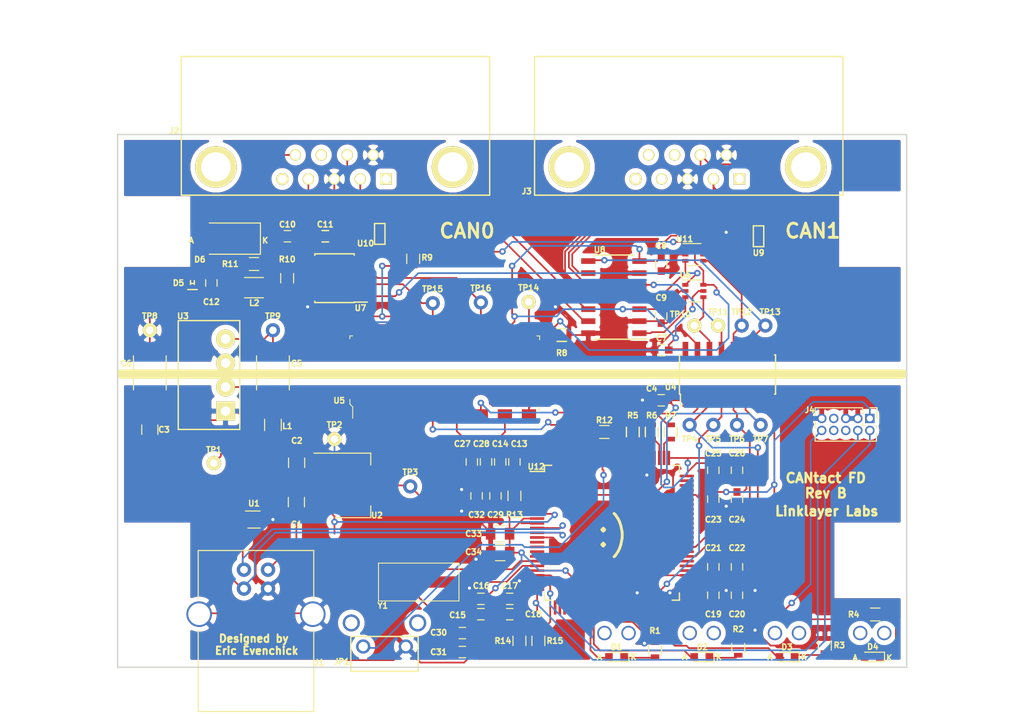
<source format=kicad_pcb>
(kicad_pcb (version 20171130) (host pcbnew 5.1.2)
  (layers (0 F.Cu signal) (31 B.Cu signal) (34 B.Paste user) (35 F.Paste user) (36 B.SilkS user) (37 F.SilkS user) (38 B.Mask user) (39 F.Mask user) (44 Edge.Cuts user))
  (net 0 "")
  (net 1 VBUS)
  (net 2 GND)
  (net 3 +3V3)
  (net 4 +5VD)
  (net 5 "Net-(C5-Pad2)")
  (net 6 GNDD)
  (net 7 +12V)
  (net 8 /CANH_SW)
  (net 9 /MCU/LED_1)
  (net 10 "Net-(D1-Pad1)")
  (net 11 /MCU/LED_2)
  (net 12 "Net-(D2-Pad1)")
  (net 13 /MCU/LED_3)
  (net 14 "Net-(D3-Pad1)")
  (net 15 /MCU/LED_4)
  (net 16 "Net-(D4-Pad1)")
  (net 17 /CANL1)
  (net 18 /CANH1)
  (net 19 "Net-(J3-Pad1)")
  (net 20 "Net-(J3-Pad5)")
  (net 21 "Net-(J3-Pad8)")
  (net 22 /MCU/SWDIO)
  (net 23 /MCU/SWCLK)
  (net 24 "Net-(J4-Pad6)")
  (net 25 "Net-(J4-Pad7)")
  (net 26 "Net-(J4-Pad8)")
  (net 27 /MCU/RESETN)
  (net 28 /MCU/BOOTMODE)
  (net 29 "Net-(L2-Pad1)")
  (net 30 "Net-(R5-Pad2)")
  (net 31 /MCU/SWCAN_MODE0)
  (net 32 "Net-(R6-Pad2)")
  (net 33 /MCU/SWCAN_MODE1)
  (net 34 "Net-(R7-Pad2)")
  (net 35 /MCU/SWCAN_ENABLE)
  (net 36 /SW_MODE0)
  (net 37 /SW_MODE1)
  (net 38 /MCU/ISP1)
  (net 39 /MCU/CAN0_TX)
  (net 40 /MCU/CAN1_TX)
  (net 41 /MCU/CAN0_RX)
  (net 42 /MCU/CAN1_RX)
  (net 43 /CAN1_RX)
  (net 44 /CAN1_TX)
  (net 45 /MCU/ISP0)
  (net 46 "Net-(C30-Pad2)")
  (net 47 "Net-(C31-Pad2)")
  (net 48 /CANL0)
  (net 49 /CANH0)
  (net 50 /CAN0_TX)
  (net 51 /CAN0_RX)
  (net 52 "Net-(LP1-Pad1)")
  (net 53 "Net-(LP1-Pad2)")
  (net 54 "Net-(LP2-Pad1)")
  (net 55 "Net-(LP2-Pad2)")
  (net 56 "Net-(LP3-Pad1)")
  (net 57 "Net-(LP3-Pad2)")
  (net 58 "Net-(LP4-Pad1)")
  (net 59 "Net-(LP4-Pad2)")
  (net 60 /12V_DB9)
  (net 61 "Net-(R10-Pad2)")
  (net 62 "Net-(R13-Pad2)")
  (net 63 "Net-(J2-Pad1)")
  (net 64 "Net-(J2-Pad5)")
  (net 65 "Net-(J2-Pad8)")
  (net 66 "Net-(J3-Pad4)")
  (net 67 "Net-(J3-Pad9)")
  (net 68 /CAN0_MODE)
  (net 69 /CAN0_RX_SW)
  (net 70 "Net-(U5-Pad1)")
  (net 71 "Net-(U5-Pad2)")
  (net 72 "Net-(U5-Pad15)")
  (net 73 "Net-(U5-Pad16)")
  (net 74 /CAN0_TX_HS)
  (net 75 /CAN0_TX_SW)
  (net 76 /CAN0_RX_HS)
  (net 77 /MCU/USB-)
  (net 78 /MCU/USB+)
  (net 79 "Net-(U12-Pad3)")
  (net 80 "Net-(U12-Pad4)")
  (net 81 "Net-(U12-Pad8)")
  (net 82 "Net-(U12-Pad15)")
  (net 83 "Net-(U12-Pad16)")
  (net 84 "Net-(U12-Pad17)")
  (net 85 "Net-(U12-Pad18)")
  (net 86 "Net-(U12-Pad23)")
  (net 87 "Net-(U12-Pad26)")
  (net 88 "Net-(U12-Pad27)")
  (net 89 "Net-(U12-Pad28)")
  (net 90 "Net-(U12-Pad29)")
  (net 91 "Net-(U12-Pad39)")
  (net 92 "Net-(U12-Pad40)")
  (net 93 "Net-(U12-Pad41)")
  (net 94 "Net-(U12-Pad42)")
  (net 95 "Net-(U12-Pad43)")
  (net 96 "Net-(U12-Pad44)")
  (net 97 "Net-(U12-Pad46)")
  (net 98 "Net-(U12-Pad52)")
  (net 99 "Net-(U12-Pad55)")
  (net 100 "Net-(U12-Pad56)")
  (net 101 "Net-(U12-Pad57)")
  (net 102 "Net-(U12-Pad59)")
  (net 103 "Net-(U12-Pad61)")
  (net 104 "Net-(U12-Pad62)")
  (net 105 "Net-(U12-Pad63)")
  (net 106 "Net-(U12-Pad64)")
  (net 107 "Net-(U12-Pad65)")
  (net 108 "Net-(U12-Pad66)")
  (net 109 "Net-(U12-Pad67)")
  (net 110 "Net-(U12-Pad68)")
  (net 111 "Net-(U12-Pad69)")
  (net 112 "Net-(U12-Pad70)")
  (net 113 "Net-(U12-Pad72)")
  (net 114 "Net-(U12-Pad73)")
  (net 115 "Net-(U12-Pad74)")
  (net 116 "Net-(U12-Pad80)")
  (net 117 "Net-(U12-Pad81)")
  (net 118 "Net-(U12-Pad82)")
  (net 119 "Net-(U12-Pad84)")
  (net 120 "Net-(U12-Pad85)")
  (net 121 "Net-(U12-Pad86)")
  (net 122 "Net-(U12-Pad88)")
  (net 123 "Net-(U12-Pad91)")
  (net 124 "Net-(U12-Pad92)")
  (net 125 "Net-(U12-Pad93)")
  (net 126 "Net-(U12-Pad94)")
  (net 127 "Net-(U12-Pad95)")
  (net 128 "Net-(U12-Pad97)")
  (net 129 "Net-(U12-Pad98)")
  (net 130 "Net-(U12-Pad100)")
  (module cantactpro:LD09P (layer F.Cu) (at 164.5 76.7)
    (fp_text reference J3 (at -16.9792 1.3 180) (layer F.SilkS) (effects (font (size 0.6 0.6))))
    (fp_text value DB9 hide)
    (pad "" thru_hole circle (at 12.495 -1.27) (size 4.4 4.4) (drill 3.1) (layers *.Cu *.Mask F.SilkS))
    (pad "" thru_hole circle (at -12.495 -1.27) (size 4.4 4.4) (drill 3.1) (layers *.Cu *.Mask F.SilkS))
    (pad 1 thru_hole rect (at 5.48 0) (size 1.2 1.2) (drill 0.9) (layers *.Cu *.Mask F.SilkS) (net 19 "Net-(J3-Pad1)"))
    (pad 2 thru_hole circle (at 2.74 0) (size 1.2 1.2) (drill 0.9) (layers *.Cu *.Mask F.SilkS) (net 17 /CANL1))
    (pad 3 thru_hole circle (at 0 0) (size 1.2 1.2) (drill 0.9) (layers *.Cu *.Mask F.SilkS) (net 6 GNDD))
    (pad 4 thru_hole circle (at -2.74 0) (size 1.2 1.2) (drill 0.9) (layers *.Cu *.Mask F.SilkS) (net 66 "Net-(J3-Pad4)"))
    (pad 5 thru_hole circle (at -5.48 0) (size 1.3 1.3) (drill 0.9) (layers *.Cu *.Mask F.SilkS) (net 20 "Net-(J3-Pad5)"))
    (pad 9 thru_hole circle (at -4.11 -2.54) (size 1.2 1.2) (drill 0.9) (layers *.Cu *.Mask F.SilkS) (net 67 "Net-(J3-Pad9)"))
    (pad 8 thru_hole circle (at -1.37 -2.54) (size 1.2 1.2) (drill 0.9) (layers *.Cu *.Mask F.SilkS) (net 21 "Net-(J3-Pad8)"))
    (pad 7 thru_hole circle (at 1.37 -2.54) (size 1.2 1.2) (drill 0.9) (layers *.Cu *.Mask F.SilkS) (net 18 /CANH1))
    (pad 6 thru_hole circle (at 4.11 -2.54) (size 1.2 1.2) (drill 0.9) (layers *.Cu *.Mask F.SilkS) (net 6 GNDD))
  )
  (module cantactpro:LD09P (layer F.Cu) (at 127.2 76.7)
    (fp_text reference J2 (at -16.899 -5.118 180) (layer F.SilkS) (effects (font (size 0.6 0.6))))
    (fp_text value DB9 hide)
    (pad "" thru_hole circle (at 12.495 -1.27) (size 4.4 4.4) (drill 3.1) (layers *.Cu *.Mask F.SilkS))
    (pad "" thru_hole circle (at -12.495 -1.27) (size 4.4 4.4) (drill 3.1) (layers *.Cu *.Mask F.SilkS))
    (pad 1 thru_hole rect (at 5.48 0) (size 1.2 1.2) (drill 0.9) (layers *.Cu *.Mask F.SilkS) (net 63 "Net-(J2-Pad1)"))
    (pad 2 thru_hole circle (at 2.74 0) (size 1.2 1.2) (drill 0.9) (layers *.Cu *.Mask F.SilkS) (net 48 /CANL0))
    (pad 3 thru_hole circle (at 0 0) (size 1.2 1.2) (drill 0.9) (layers *.Cu *.Mask F.SilkS) (net 6 GNDD))
    (pad 4 thru_hole circle (at -2.74 0) (size 1.2 1.2) (drill 0.9) (layers *.Cu *.Mask F.SilkS) (net 8 /CANH_SW))
    (pad 5 thru_hole circle (at -5.48 0) (size 1.3 1.3) (drill 0.9) (layers *.Cu *.Mask F.SilkS) (net 64 "Net-(J2-Pad5)"))
    (pad 9 thru_hole circle (at -4.11 -2.54) (size 1.2 1.2) (drill 0.9) (layers *.Cu *.Mask F.SilkS) (net 60 /12V_DB9))
    (pad 8 thru_hole circle (at -1.37 -2.54) (size 1.2 1.2) (drill 0.9) (layers *.Cu *.Mask F.SilkS) (net 65 "Net-(J2-Pad8)"))
    (pad 7 thru_hole circle (at 1.37 -2.54) (size 1.2 1.2) (drill 0.9) (layers *.Cu *.Mask F.SilkS) (net 49 /CANH0))
    (pad 6 thru_hole circle (at 4.11 -2.54) (size 1.2 1.2) (drill 0.9) (layers *.Cu *.Mask F.SilkS) (net 6 GNDD))
  )
  (module cantactpro:SLP3-150-zzz-x (layer F.Cu) (at 157 129.883)
    (fp_text reference LP1 hide)
    (fp_text value "Light Pipe" hide)
    (pad 1 thru_hole circle (at -1.27 -5.207) (size 1.524 1.524) (drill 1.1684) (layers *.Cu *.Mask) (net 52 "Net-(LP1-Pad1)"))
    (pad 2 thru_hole circle (at 1.27 -5.207) (size 1.524 1.524) (drill 1.1684) (layers *.Cu *.Mask) (net 53 "Net-(LP1-Pad2)"))
  )
  (module Resistors_SMD:R_0603 (layer F.Cu) (at 146.22 110.183 270)
    (fp_text reference R13 (at 2 0) (layer F.SilkS) (effects (font (size 0.6 0.6))))
    (fp_text value 12.4k)
    (pad 1 smd rect (at -0.75 0 270) (size 0.5 0.9) (layers F.Cu F.Paste F.Mask) (net 2 GND))
    (pad 2 smd rect (at 0.75 0 270) (size 0.5 0.9) (layers F.Cu F.Paste F.Mask) (net 62 "Net-(R13-Pad2)"))
  )
  (module Capacitors_SMD:C_0603 (layer F.Cu) (at 169.72 110.523 270)
    (fp_text reference C24 (at 2.16 0 180) (layer F.SilkS) (effects (font (size 0.6 0.6))))
    (fp_text value 0.1u)
    (pad 2 smd rect (at 0.75 0 270) (size 0.8 0.75) (layers F.Cu F.Paste F.Mask) (net 2 GND))
    (pad 1 smd rect (at -0.75 0 270) (size 0.8 0.75) (layers F.Cu F.Paste F.Mask) (net 3 +3V3))
  )
  (module Capacitors_SMD:C_0603 (layer F.Cu) (at 167.22 110.523 270)
    (fp_text reference C23 (at 2.16 0 180) (layer F.SilkS) (effects (font (size 0.6 0.6))))
    (fp_text value 0.01u)
    (pad 2 smd rect (at 0.75 0 270) (size 0.8 0.75) (layers F.Cu F.Paste F.Mask) (net 2 GND))
    (pad 1 smd rect (at -0.75 0 270) (size 0.8 0.75) (layers F.Cu F.Paste F.Mask) (net 3 +3V3))
  )
  (module Capacitors_SMD:C_0603 (layer F.Cu) (at 167.22 107.475 270)
    (fp_text reference C25 (at -1.778 0) (layer F.SilkS) (effects (font (size 0.6 0.6))))
    (fp_text value 0.01u)
    (pad 2 smd rect (at 0.75 0 270) (size 0.8 0.75) (layers F.Cu F.Paste F.Mask) (net 2 GND))
    (pad 1 smd rect (at -0.75 0 270) (size 0.8 0.75) (layers F.Cu F.Paste F.Mask) (net 3 +3V3))
  )
  (module Capacitors_SMD:C_0603 (layer F.Cu) (at 169.72 107.475 270)
    (fp_text reference C26 (at -1.792 0) (layer F.SilkS) (effects (font (size 0.6 0.6))))
    (fp_text value 0.1u)
    (pad 2 smd rect (at 0.75 0 270) (size 0.8 0.75) (layers F.Cu F.Paste F.Mask) (net 2 GND))
    (pad 1 smd rect (at -0.75 0 270) (size 0.8 0.75) (layers F.Cu F.Paste F.Mask) (net 3 +3V3))
  )
  (module Housings_QFP:LQFP-100_14x14mm_Pitch0.5mm (layer F.Cu) (at 156.517 114.079)
    (fp_text reference U12 (at -8.001 -6.985) (layer F.SilkS) (effects (font (size 0.6 0.6))))
    (fp_text value LPC54616J512BD100)
    (pad 1 smd rect (at -7.9 -6) (size 1.5 0.28) (layers F.Cu F.Paste F.Mask) (net 3 +3V3))
    (pad 2 smd rect (at -7.9 -5.5) (size 1.5 0.28) (layers F.Cu F.Paste F.Mask) (net 2 GND))
    (pad 3 smd rect (at -7.9 -5) (size 1.5 0.28) (layers F.Cu F.Paste F.Mask) (net 79 "Net-(U12-Pad3)"))
    (pad 4 smd rect (at -7.9 -4.5) (size 1.5 0.28) (layers F.Cu F.Paste F.Mask) (net 80 "Net-(U12-Pad4)"))
    (pad 5 smd rect (at -7.9 -4) (size 1.5 0.28) (layers F.Cu F.Paste F.Mask) (net 42 /MCU/CAN1_RX))
    (pad 6 smd rect (at -7.9 -3.5) (size 1.5 0.28) (layers F.Cu F.Paste F.Mask) (net 2 GND))
    (pad 7 smd rect (at -7.9 -3) (size 1.5 0.28) (layers F.Cu F.Paste F.Mask) (net 62 "Net-(R13-Pad2)"))
    (pad 8 smd rect (at -7.9 -2.5) (size 1.5 0.28) (layers F.Cu F.Paste F.Mask) (net 81 "Net-(U12-Pad8)"))
    (pad 9 smd rect (at -7.9 -2) (size 1.5 0.28) (layers F.Cu F.Paste F.Mask) (net 1 VBUS))
    (pad 10 smd rect (at -7.9 -1.5) (size 1.5 0.28) (layers F.Cu F.Paste F.Mask) (net 3 +3V3))
    (pad 11 smd rect (at -7.9 -1) (size 1.5 0.28) (layers F.Cu F.Paste F.Mask) (net 3 +3V3))
    (pad 12 smd rect (at -7.9 -0.5) (size 1.5 0.28) (layers F.Cu F.Paste F.Mask) (net 77 /MCU/USB-))
    (pad 13 smd rect (at -7.9 0) (size 1.5 0.28) (layers F.Cu F.Paste F.Mask) (net 78 /MCU/USB+))
    (pad 14 smd rect (at -7.9 0.5) (size 1.5 0.28) (layers F.Cu F.Paste F.Mask) (net 2 GND))
    (pad 15 smd rect (at -7.9 1) (size 1.5 0.28) (layers F.Cu F.Paste F.Mask) (net 82 "Net-(U12-Pad15)"))
    (pad 16 smd rect (at -7.9 1.5) (size 1.5 0.28) (layers F.Cu F.Paste F.Mask) (net 83 "Net-(U12-Pad16)"))
    (pad 17 smd rect (at -7.9 2) (size 1.5 0.28) (layers F.Cu F.Paste F.Mask) (net 84 "Net-(U12-Pad17)"))
    (pad 18 smd rect (at -7.9 2.5) (size 1.5 0.28) (layers F.Cu F.Paste F.Mask) (net 85 "Net-(U12-Pad18)"))
    (pad 19 smd rect (at -7.9 3) (size 1.5 0.28) (layers F.Cu F.Paste F.Mask) (net 47 "Net-(C31-Pad2)"))
    (pad 20 smd rect (at -7.9 3.5) (size 1.5 0.28) (layers F.Cu F.Paste F.Mask) (net 46 "Net-(C30-Pad2)"))
    (pad 21 smd rect (at -7.9 4) (size 1.5 0.28) (layers F.Cu F.Paste F.Mask) (net 3 +3V3))
    (pad 22 smd rect (at -7.9 4.5) (size 1.5 0.28) (layers F.Cu F.Paste F.Mask) (net 2 GND))
    (pad 23 smd rect (at -7.9 5) (size 1.5 0.28) (layers F.Cu F.Paste F.Mask) (net 86 "Net-(U12-Pad23)"))
    (pad 24 smd rect (at -7.9 5.5) (size 1.5 0.28) (layers F.Cu F.Paste F.Mask) (net 23 /MCU/SWCLK))
    (pad 25 smd rect (at -7.9 6) (size 1.5 0.28) (layers F.Cu F.Paste F.Mask) (net 22 /MCU/SWDIO))
    (pad 26 smd rect (at -6 7.9 90) (size 1.5 0.28) (layers F.Cu F.Paste F.Mask) (net 87 "Net-(U12-Pad26)"))
    (pad 27 smd rect (at -5.5 7.9 90) (size 1.5 0.28) (layers F.Cu F.Paste F.Mask) (net 88 "Net-(U12-Pad27)"))
    (pad 28 smd rect (at -5 7.9 90) (size 1.5 0.28) (layers F.Cu F.Paste F.Mask) (net 89 "Net-(U12-Pad28)"))
    (pad 29 smd rect (at -4.5 7.9 90) (size 1.5 0.28) (layers F.Cu F.Paste F.Mask) (net 90 "Net-(U12-Pad29)"))
    (pad 30 smd rect (at -4 7.9 90) (size 1.5 0.28) (layers F.Cu F.Paste F.Mask) (net 2 GND))
    (pad 31 smd rect (at -3.5 7.9 90) (size 1.5 0.28) (layers F.Cu F.Paste F.Mask) (net 3 +3V3))
    (pad 32 smd rect (at -3 7.9 90) (size 1.5 0.28) (layers F.Cu F.Paste F.Mask) (net 3 +3V3))
    (pad 33 smd rect (at -2.5 7.9 90) (size 1.5 0.28) (layers F.Cu F.Paste F.Mask) (net 3 +3V3))
    (pad 34 smd rect (at -2 7.9 90) (size 1.5 0.28) (layers F.Cu F.Paste F.Mask) (net 2 GND))
    (pad 35 smd rect (at -1.5 7.9 90) (size 1.5 0.28) (layers F.Cu F.Paste F.Mask) (net 9 /MCU/LED_1))
    (pad 36 smd rect (at -1 7.9 90) (size 1.5 0.28) (layers F.Cu F.Paste F.Mask) (net 11 /MCU/LED_2))
    (pad 37 smd rect (at -0.5 7.9 90) (size 1.5 0.28) (layers F.Cu F.Paste F.Mask) (net 13 /MCU/LED_3))
    (pad 38 smd rect (at 0 7.9 90) (size 1.5 0.28) (layers F.Cu F.Paste F.Mask) (net 15 /MCU/LED_4))
    (pad 39 smd rect (at 0.5 7.9 90) (size 1.5 0.28) (layers F.Cu F.Paste F.Mask) (net 91 "Net-(U12-Pad39)"))
    (pad 40 smd rect (at 1 7.9 90) (size 1.5 0.28) (layers F.Cu F.Paste F.Mask) (net 92 "Net-(U12-Pad40)"))
    (pad 41 smd rect (at 1.5 7.9 90) (size 1.5 0.28) (layers F.Cu F.Paste F.Mask) (net 93 "Net-(U12-Pad41)"))
    (pad 42 smd rect (at 2 7.9 90) (size 1.5 0.28) (layers F.Cu F.Paste F.Mask) (net 94 "Net-(U12-Pad42)"))
    (pad 43 smd rect (at 2.5 7.9 90) (size 1.5 0.28) (layers F.Cu F.Paste F.Mask) (net 95 "Net-(U12-Pad43)"))
    (pad 44 smd rect (at 3 7.9 90) (size 1.5 0.28) (layers F.Cu F.Paste F.Mask) (net 96 "Net-(U12-Pad44)"))
    (pad 45 smd rect (at 3.5 7.9 90) (size 1.5 0.28) (layers F.Cu F.Paste F.Mask) (net 3 +3V3))
    (pad 46 smd rect (at 4 7.9 90) (size 1.5 0.28) (layers F.Cu F.Paste F.Mask) (net 97 "Net-(U12-Pad46)"))
    (pad 47 smd rect (at 4.5 7.9 90) (size 1.5 0.28) (layers F.Cu F.Paste F.Mask) (net 40 /MCU/CAN1_TX))
    (pad 48 smd rect (at 5 7.9 90) (size 1.5 0.28) (layers F.Cu F.Paste F.Mask) (net 27 /MCU/RESETN))
    (pad 49 smd rect (at 5.5 7.9 90) (size 1.5 0.28) (layers F.Cu F.Paste F.Mask) (net 2 GND))
    (pad 50 smd rect (at 6 7.9 90) (size 1.5 0.28) (layers F.Cu F.Paste F.Mask) (net 3 +3V3))
    (pad 51 smd rect (at 7.9 6) (size 1.5 0.28) (layers F.Cu F.Paste F.Mask) (net 2 GND))
    (pad 52 smd rect (at 7.9 5.5) (size 1.5 0.28) (layers F.Cu F.Paste F.Mask) (net 98 "Net-(U12-Pad52)"))
    (pad 53 smd rect (at 7.9 5) (size 1.5 0.28) (layers F.Cu F.Paste F.Mask) (net 2 GND))
    (pad 54 smd rect (at 7.9 4.5) (size 1.5 0.28) (layers F.Cu F.Paste F.Mask) (net 3 +3V3))
    (pad 55 smd rect (at 7.9 4) (size 1.5 0.28) (layers F.Cu F.Paste F.Mask) (net 99 "Net-(U12-Pad55)"))
    (pad 56 smd rect (at 7.9 3.5) (size 1.5 0.28) (layers F.Cu F.Paste F.Mask) (net 100 "Net-(U12-Pad56)"))
    (pad 57 smd rect (at 7.9 3) (size 1.5 0.28) (layers F.Cu F.Paste F.Mask) (net 101 "Net-(U12-Pad57)"))
    (pad 58 smd rect (at 7.9 2.5) (size 1.5 0.28) (layers F.Cu F.Paste F.Mask) (net 39 /MCU/CAN0_TX))
    (pad 59 smd rect (at 7.9 2) (size 1.5 0.28) (layers F.Cu F.Paste F.Mask) (net 102 "Net-(U12-Pad59)"))
    (pad 60 smd rect (at 7.9 1.5) (size 1.5 0.28) (layers F.Cu F.Paste F.Mask) (net 41 /MCU/CAN0_RX))
    (pad 61 smd rect (at 7.9 1) (size 1.5 0.28) (layers F.Cu F.Paste F.Mask) (net 103 "Net-(U12-Pad61)"))
    (pad 62 smd rect (at 7.9 0.5) (size 1.5 0.28) (layers F.Cu F.Paste F.Mask) (net 104 "Net-(U12-Pad62)"))
    (pad 63 smd rect (at 7.9 0) (size 1.5 0.28) (layers F.Cu F.Paste F.Mask) (net 105 "Net-(U12-Pad63)"))
    (pad 64 smd rect (at 7.9 -0.5) (size 1.5 0.28) (layers F.Cu F.Paste F.Mask) (net 106 "Net-(U12-Pad64)"))
    (pad 65 smd rect (at 7.9 -1) (size 1.5 0.28) (layers F.Cu F.Paste F.Mask) (net 107 "Net-(U12-Pad65)"))
    (pad 66 smd rect (at 7.9 -1.5) (size 1.5 0.28) (layers F.Cu F.Paste F.Mask) (net 108 "Net-(U12-Pad66)"))
    (pad 67 smd rect (at 7.9 -2) (size 1.5 0.28) (layers F.Cu F.Paste F.Mask) (net 109 "Net-(U12-Pad67)"))
    (pad 68 smd rect (at 7.9 -2.5) (size 1.5 0.28) (layers F.Cu F.Paste F.Mask) (net 110 "Net-(U12-Pad68)"))
    (pad 69 smd rect (at 7.9 -3) (size 1.5 0.28) (layers F.Cu F.Paste F.Mask) (net 111 "Net-(U12-Pad69)"))
    (pad 70 smd rect (at 7.9 -3.5) (size 1.5 0.28) (layers F.Cu F.Paste F.Mask) (net 112 "Net-(U12-Pad70)"))
    (pad 71 smd rect (at 7.9 -4) (size 1.5 0.28) (layers F.Cu F.Paste F.Mask) (net 2 GND))
    (pad 72 smd rect (at 7.9 -4.5) (size 1.5 0.28) (layers F.Cu F.Paste F.Mask) (net 113 "Net-(U12-Pad72)"))
    (pad 73 smd rect (at 7.9 -5) (size 1.5 0.28) (layers F.Cu F.Paste F.Mask) (net 114 "Net-(U12-Pad73)"))
    (pad 74 smd rect (at 7.9 -5.5) (size 1.5 0.28) (layers F.Cu F.Paste F.Mask) (net 115 "Net-(U12-Pad74)"))
    (pad 75 smd rect (at 7.9 -6) (size 1.5 0.28) (layers F.Cu F.Paste F.Mask) (net 3 +3V3))
    (pad 76 smd rect (at 6 -7.9 90) (size 1.5 0.28) (layers F.Cu F.Paste F.Mask) (net 3 +3V3))
    (pad 77 smd rect (at 5.5 -7.9 90) (size 1.5 0.28) (layers F.Cu F.Paste F.Mask) (net 35 /MCU/SWCAN_ENABLE))
    (pad 78 smd rect (at 5 -7.9 90) (size 1.5 0.28) (layers F.Cu F.Paste F.Mask) (net 33 /MCU/SWCAN_MODE1))
    (pad 79 smd rect (at 4.5 -7.9 90) (size 1.5 0.28) (layers F.Cu F.Paste F.Mask) (net 2 GND))
    (pad 80 smd rect (at 4 -7.9 90) (size 1.5 0.28) (layers F.Cu F.Paste F.Mask) (net 116 "Net-(U12-Pad80)"))
    (pad 81 smd rect (at 3.5 -7.9 90) (size 1.5 0.28) (layers F.Cu F.Paste F.Mask) (net 117 "Net-(U12-Pad81)"))
    (pad 82 smd rect (at 3 -7.9 90) (size 1.5 0.28) (layers F.Cu F.Paste F.Mask) (net 118 "Net-(U12-Pad82)"))
    (pad 83 smd rect (at 2.5 -7.9 90) (size 1.5 0.28) (layers F.Cu F.Paste F.Mask) (net 31 /MCU/SWCAN_MODE0))
    (pad 84 smd rect (at 2 -7.9 90) (size 1.5 0.28) (layers F.Cu F.Paste F.Mask) (net 119 "Net-(U12-Pad84)"))
    (pad 85 smd rect (at 1.5 -7.9 90) (size 1.5 0.28) (layers F.Cu F.Paste F.Mask) (net 120 "Net-(U12-Pad85)"))
    (pad 86 smd rect (at 1 -7.9 90) (size 1.5 0.28) (layers F.Cu F.Paste F.Mask) (net 121 "Net-(U12-Pad86)"))
    (pad 87 smd rect (at 0.5 -7.9 90) (size 1.5 0.28) (layers F.Cu F.Paste F.Mask) (net 45 /MCU/ISP0))
    (pad 88 smd rect (at 0 -7.9 90) (size 1.5 0.28) (layers F.Cu F.Paste F.Mask) (net 122 "Net-(U12-Pad88)"))
    (pad 89 smd rect (at -0.5 -7.9 90) (size 1.5 0.28) (layers F.Cu F.Paste F.Mask) (net 38 /MCU/ISP1))
    (pad 90 smd rect (at -1 -7.9 90) (size 1.5 0.28) (layers F.Cu F.Paste F.Mask) (net 28 /MCU/BOOTMODE))
    (pad 91 smd rect (at -1.5 -7.9 90) (size 1.5 0.28) (layers F.Cu F.Paste F.Mask) (net 123 "Net-(U12-Pad91)"))
    (pad 92 smd rect (at -2 -7.9 90) (size 1.5 0.28) (layers F.Cu F.Paste F.Mask) (net 124 "Net-(U12-Pad92)"))
    (pad 93 smd rect (at -2.5 -7.9 90) (size 1.5 0.28) (layers F.Cu F.Paste F.Mask) (net 125 "Net-(U12-Pad93)"))
    (pad 94 smd rect (at -3 -7.9 90) (size 1.5 0.28) (layers F.Cu F.Paste F.Mask) (net 126 "Net-(U12-Pad94)"))
    (pad 95 smd rect (at -3.5 -7.9 90) (size 1.5 0.28) (layers F.Cu F.Paste F.Mask) (net 127 "Net-(U12-Pad95)"))
    (pad 96 smd rect (at -4 -7.9 90) (size 1.5 0.28) (layers F.Cu F.Paste F.Mask) (net 2 GND))
    (pad 97 smd rect (at -4.5 -7.9 90) (size 1.5 0.28) (layers F.Cu F.Paste F.Mask) (net 128 "Net-(U12-Pad97)"))
    (pad 98 smd rect (at -5 -7.9 90) (size 1.5 0.28) (layers F.Cu F.Paste F.Mask) (net 129 "Net-(U12-Pad98)"))
    (pad 99 smd rect (at -5.5 -7.9 90) (size 1.5 0.28) (layers F.Cu F.Paste F.Mask) (net 3 +3V3))
    (pad 100 smd rect (at -6 -7.9 90) (size 1.5 0.28) (layers F.Cu F.Paste F.Mask) (net 130 "Net-(U12-Pad100)"))
  )
  (module LEDs:LED_0603 (layer F.Cu) (at 175 127.2 180)
    (fp_text reference D3 (at 0 1.039) (layer F.SilkS) (effects (font (size 0.6 0.6))))
    (fp_text value LED_GRN)
    (pad 2 smd rect (at 0.8 0) (size 0.8 0.8) (layers F.Cu F.Paste F.Mask) (net 13 /MCU/LED_3))
    (pad 1 smd rect (at -0.8 0) (size 0.8 0.8) (layers F.Cu F.Paste F.Mask) (net 14 "Net-(D3-Pad1)"))
  )
  (module cantactpro:SLP3-150-zzz-x (layer F.Cu) (at 175 129.883)
    (fp_text reference LP2 hide)
    (fp_text value "Light Pipe" hide)
    (pad 1 thru_hole circle (at -1.27 -5.207) (size 1.524 1.524) (drill 1.1684) (layers *.Cu *.Mask) (net 54 "Net-(LP2-Pad1)"))
    (pad 2 thru_hole circle (at 1.27 -5.207) (size 1.524 1.524) (drill 1.1684) (layers *.Cu *.Mask) (net 55 "Net-(LP2-Pad2)"))
  )
  (module Resistors_SMD:R_0603 (layer F.Cu) (at 184.318 122.715)
    (fp_text reference R4 (at -2.274 0 180) (layer F.SilkS) (effects (font (size 0.6 0.6))))
    (fp_text value 100)
    (pad 1 smd rect (at -0.75 0) (size 0.5 0.9) (layers F.Cu F.Paste F.Mask) (net 2 GND))
    (pad 2 smd rect (at 0.75 0) (size 0.5 0.9) (layers F.Cu F.Paste F.Mask) (net 16 "Net-(D4-Pad1)"))
  )
  (module Mounting_Holes:MountingHole_3.2mm_M3 (layer F.Cu) (at 184.076 117.127)
    (fp_text reference H3 hide)
    (fp_text value MOUNT_HOLE)
    (pad 1 np_thru_hole circle (at 0 0) (size 3.2 3.2) (drill 3.2) (layers *.Cu *.Mask))
  )
  (module LEDs:LED_0603 (layer F.Cu) (at 184 127.2 180)
    (fp_text reference D4 (at -0.062 1.07442) (layer F.SilkS) (effects (font (size 0.6 0.6))))
    (fp_text value LED_RED)
    (pad 2 smd rect (at 0.8 0) (size 0.8 0.8) (layers F.Cu F.Paste F.Mask) (net 15 /MCU/LED_4))
    (pad 1 smd rect (at -0.8 0) (size 0.8 0.8) (layers F.Cu F.Paste F.Mask) (net 16 "Net-(D4-Pad1)"))
  )
  (module Resistors_SMD:R_0603 (layer F.Cu) (at 179 126 270)
    (fp_text reference R3 (at -0.03 -1.524 180) (layer F.SilkS) (effects (font (size 0.6 0.6))))
    (fp_text value 100)
    (pad 1 smd rect (at -0.75 0 270) (size 0.5 0.9) (layers F.Cu F.Paste F.Mask) (net 2 GND))
    (pad 2 smd rect (at 0.75 0 270) (size 0.5 0.9) (layers F.Cu F.Paste F.Mask) (net 14 "Net-(D3-Pad1)"))
  )
  (module cantactpro:SLP3-150-zzz-x (layer F.Cu) (at 184 129.883)
    (fp_text reference LP4 hide)
    (fp_text value "Light Pipe" hide)
    (pad 1 thru_hole circle (at -1.27 -5.207) (size 1.524 1.524) (drill 1.1684) (layers *.Cu *.Mask) (net 58 "Net-(LP4-Pad1)"))
    (pad 2 thru_hole circle (at 1.27 -5.207) (size 1.524 1.524) (drill 1.1684) (layers *.Cu *.Mask) (net 59 "Net-(LP4-Pad2)"))
  )
  (module Capacitors_SMD:C_0603 (layer F.Cu) (at 167.22 117.683 270)
    (fp_text reference C21 (at -2 0) (layer F.SilkS) (effects (font (size 0.6 0.6))))
    (fp_text value 0.01u)
    (pad 2 smd rect (at 0.75 0 270) (size 0.8 0.75) (layers F.Cu F.Paste F.Mask) (net 2 GND))
    (pad 1 smd rect (at -0.75 0 270) (size 0.8 0.75) (layers F.Cu F.Paste F.Mask) (net 3 +3V3))
  )
  (module Capacitors_SMD:C_0603 (layer F.Cu) (at 167.22 120.683 90)
    (fp_text reference C19 (at -2 0) (layer F.SilkS) (effects (font (size 0.6 0.6))))
    (fp_text value 0.01u)
    (pad 2 smd rect (at 0.75 0 90) (size 0.8 0.75) (layers F.Cu F.Paste F.Mask) (net 2 GND))
    (pad 1 smd rect (at -0.75 0 90) (size 0.8 0.75) (layers F.Cu F.Paste F.Mask) (net 3 +3V3))
  )
  (module Capacitors_SMD:C_0603 (layer F.Cu) (at 169.72 120.683 90)
    (fp_text reference C20 (at -2 0 180) (layer F.SilkS) (effects (font (size 0.6 0.6))))
    (fp_text value 0.1u)
    (pad 2 smd rect (at 0.75 0 90) (size 0.8 0.75) (layers F.Cu F.Paste F.Mask) (net 2 GND))
    (pad 1 smd rect (at -0.75 0 90) (size 0.8 0.75) (layers F.Cu F.Paste F.Mask) (net 3 +3V3))
  )
  (module Capacitors_SMD:C_0603 (layer F.Cu) (at 169.72 117.683 270)
    (fp_text reference C22 (at -2 0) (layer F.SilkS) (effects (font (size 0.6 0.6))))
    (fp_text value 0.1u)
    (pad 2 smd rect (at 0.75 0 270) (size 0.8 0.75) (layers F.Cu F.Paste F.Mask) (net 2 GND))
    (pad 1 smd rect (at -0.75 0 270) (size 0.8 0.75) (layers F.Cu F.Paste F.Mask) (net 3 +3V3))
  )
  (module Resistors_SMD:R_0603 (layer F.Cu) (at 161.07 126.433 270)
    (fp_text reference R1 (at -2 0 180) (layer F.SilkS) (effects (font (size 0.6 0.6))))
    (fp_text value 100)
    (pad 1 smd rect (at -0.75 0 270) (size 0.5 0.9) (layers F.Cu F.Paste F.Mask) (net 2 GND))
    (pad 2 smd rect (at 0.75 0 270) (size 0.5 0.9) (layers F.Cu F.Paste F.Mask) (net 10 "Net-(D1-Pad1)"))
  )
  (module Resistors_SMD:R_0603 (layer F.Cu) (at 169.852 126.271 270)
    (fp_text reference R2 (at -2 0) (layer F.SilkS) (effects (font (size 0.6 0.6))))
    (fp_text value 100)
    (pad 1 smd rect (at -0.75 0 270) (size 0.5 0.9) (layers F.Cu F.Paste F.Mask) (net 2 GND))
    (pad 2 smd rect (at 0.75 0 270) (size 0.5 0.9) (layers F.Cu F.Paste F.Mask) (net 12 "Net-(D2-Pad1)"))
  )
  (module LEDs:LED_0603 (layer F.Cu) (at 157 127.2 180)
    (fp_text reference D1 (at 0 1.039) (layer F.SilkS) (effects (font (size 0.6 0.6))))
    (fp_text value LED_GRN)
    (pad 2 smd rect (at 0.8 0) (size 0.8 0.8) (layers F.Cu F.Paste F.Mask) (net 9 /MCU/LED_1))
    (pad 1 smd rect (at -0.8 0) (size 0.8 0.8) (layers F.Cu F.Paste F.Mask) (net 10 "Net-(D1-Pad1)"))
  )
  (module cantactpro:SLP3-150-zzz-x (layer F.Cu) (at 166 129.883)
    (fp_text reference LP3 hide)
    (fp_text value "Light Pipe" hide)
    (pad 1 thru_hole circle (at -1.27 -5.207) (size 1.524 1.524) (drill 1.1684) (layers *.Cu *.Mask) (net 56 "Net-(LP3-Pad1)"))
    (pad 2 thru_hole circle (at 1.27 -5.207) (size 1.524 1.524) (drill 1.1684) (layers *.Cu *.Mask) (net 57 "Net-(LP3-Pad2)"))
  )
  (module LEDs:LED_0603 (layer F.Cu) (at 166 127.2 180)
    (fp_text reference D2 (at -0.06 1.039) (layer F.SilkS) (effects (font (size 0.6 0.6))))
    (fp_text value LED_RED)
    (pad 2 smd rect (at 0.8 0) (size 0.8 0.8) (layers F.Cu F.Paste F.Mask) (net 11 /MCU/LED_2))
    (pad 1 smd rect (at -0.8 0) (size 0.8 0.8) (layers F.Cu F.Paste F.Mask) (net 12 "Net-(D2-Pad1)"))
  )
  (module Capacitors_SMD:C_0603 (layer F.Cu) (at 142.674 122.683 180)
    (fp_text reference C15 (at 2.454 -0.095 180) (layer F.SilkS) (effects (font (size 0.6 0.6))))
    (fp_text value 0.01u)
    (pad 2 smd rect (at 0.75 0 180) (size 0.8 0.75) (layers F.Cu F.Paste F.Mask) (net 2 GND))
    (pad 1 smd rect (at -0.75 0 180) (size 0.8 0.75) (layers F.Cu F.Paste F.Mask) (net 3 +3V3))
  )
  (module Pin_Headers:Pin_Header_Straight_2x05_Pitch1.27mm (layer F.Cu) (at 183.75 102 270)
    (fp_text reference J4 (at -0.889 6.35) (layer F.SilkS) (effects (font (size 0.6 0.6))))
    (fp_text value SWD)
    (pad 1 thru_hole rect (at 0 0 270) (size 1 1) (drill 0.65) (layers *.Cu *.Mask) (net 3 +3V3))
    (pad 2 thru_hole oval (at 1.27 0 270) (size 1 1) (drill 0.65) (layers *.Cu *.Mask) (net 22 /MCU/SWDIO))
    (pad 3 thru_hole oval (at 0 1.27 270) (size 1 1) (drill 0.65) (layers *.Cu *.Mask) (net 2 GND))
    (pad 4 thru_hole oval (at 1.27 1.27 270) (size 1 1) (drill 0.65) (layers *.Cu *.Mask) (net 23 /MCU/SWCLK))
    (pad 5 thru_hole oval (at 0 2.54 270) (size 1 1) (drill 0.65) (layers *.Cu *.Mask) (net 2 GND))
    (pad 6 thru_hole oval (at 1.27 2.54 270) (size 1 1) (drill 0.65) (layers *.Cu *.Mask) (net 24 "Net-(J4-Pad6)"))
    (pad 7 thru_hole oval (at 0 3.81 270) (size 1 1) (drill 0.65) (layers *.Cu *.Mask) (net 25 "Net-(J4-Pad7)"))
    (pad 8 thru_hole oval (at 1.27 3.81 270) (size 1 1) (drill 0.65) (layers *.Cu *.Mask) (net 26 "Net-(J4-Pad8)"))
    (pad 9 thru_hole oval (at 0 5.08 270) (size 1 1) (drill 0.65) (layers *.Cu *.Mask) (net 2 GND))
    (pad 10 thru_hole oval (at 1.27 5.08 270) (size 1 1) (drill 0.65) (layers *.Cu *.Mask) (net 27 /MCU/RESETN))
  )
  (module Capacitors_SMD:C_0603 (layer F.Cu) (at 145.722 121.064)
    (fp_text reference C17 (at -0.002 -1.381) (layer F.SilkS) (effects (font (size 0.6 0.6))))
    (fp_text value 0.01u)
    (pad 2 smd rect (at 0.75 0) (size 0.8 0.75) (layers F.Cu F.Paste F.Mask) (net 2 GND))
    (pad 1 smd rect (at -0.75 0) (size 0.8 0.75) (layers F.Cu F.Paste F.Mask) (net 3 +3V3))
  )
  (module Resistors_SMD:R_0603 (layer F.Cu) (at 146.75 125.5 270)
    (fp_text reference R14 (at 0 1.75 180) (layer F.SilkS) (effects (font (size 0.6 0.6))))
    (fp_text value 10k)
    (pad 1 smd rect (at -0.75 0 270) (size 0.5 0.9) (layers F.Cu F.Paste F.Mask) (net 22 /MCU/SWDIO))
    (pad 2 smd rect (at 0.75 0 270) (size 0.5 0.9) (layers F.Cu F.Paste F.Mask) (net 3 +3V3))
  )
  (module Capacitors_SMD:C_0603 (layer F.Cu) (at 145.722 122.683)
    (fp_text reference C18 (at 2.498 0) (layer F.SilkS) (effects (font (size 0.6 0.6))))
    (fp_text value 0.1u)
    (pad 2 smd rect (at 0.75 0) (size 0.8 0.75) (layers F.Cu F.Paste F.Mask) (net 2 GND))
    (pad 1 smd rect (at -0.75 0) (size 0.8 0.75) (layers F.Cu F.Paste F.Mask) (net 3 +3V3))
  )
  (module Capacitors_SMD:C_0603 (layer F.Cu) (at 142.674 121.064 180)
    (fp_text reference C16 (at -0.046 1.381 180) (layer F.SilkS) (effects (font (size 0.6 0.6))))
    (fp_text value 0.1u)
    (pad 2 smd rect (at 0.75 0 180) (size 0.8 0.75) (layers F.Cu F.Paste F.Mask) (net 2 GND))
    (pad 1 smd rect (at -0.75 0 180) (size 0.8 0.75) (layers F.Cu F.Paste F.Mask) (net 3 +3V3))
  )
  (module Resistors_SMD:R_0603 (layer F.Cu) (at 148.75 125.5 270)
    (fp_text reference R15 (at 0 -1.75 180) (layer F.SilkS) (effects (font (size 0.6 0.6))))
    (fp_text value 10k)
    (pad 1 smd rect (at -0.75 0 270) (size 0.5 0.9) (layers F.Cu F.Paste F.Mask) (net 23 /MCU/SWCLK))
    (pad 2 smd rect (at 0.75 0 270) (size 0.5 0.9) (layers F.Cu F.Paste F.Mask) (net 3 +3V3))
  )
  (module Capacitors_SMD:C_1812 (layer F.Cu) (at 107.72 97.183 270)
    (fp_text reference C6 (at -1 2.5) (layer F.SilkS) (effects (font (size 0.6 0.6))))
    (fp_text value "470 pF/5 kV")
    (pad 1 smd rect (at -2.3 0 270) (size 1 3) (layers F.Cu F.Paste F.Mask) (net 6 GNDD))
    (pad 2 smd rect (at 2.3 0 270) (size 1 3) (layers F.Cu F.Paste F.Mask) (net 2 GND))
  )
  (module Capacitors_SMD:C_1812 (layer F.Cu) (at 120.72 97.183 270)
    (fp_text reference C5 (at -1 -2.5 180) (layer F.SilkS) (effects (font (size 0.6 0.6))))
    (fp_text value "470 pF/5 kV")
    (pad 1 smd rect (at -2.3 0 270) (size 1 3) (layers F.Cu F.Paste F.Mask) (net 4 +5VD))
    (pad 2 smd rect (at 2.3 0 270) (size 1 3) (layers F.Cu F.Paste F.Mask) (net 5 "Net-(C5-Pad2)"))
  )
  (module Measurement_Points:Measurement_Point_Round-TH_Small (layer F.Cu) (at 120.72 92.683 90)
    (fp_text reference TP9 (at 1.5 0 180) (layer F.SilkS) (effects (font (size 0.6 0.6))))
    (fp_text value TEST)
    (pad 1 thru_hole circle (at 0 0 90) (size 1.5 1.5) (drill 0.8) (layers *.Cu *.Mask) (net 4 +5VD))
  )
  (module Measurement_Points:Measurement_Point_Round-TH_Small (layer F.Cu) (at 107.72 92.683)
    (fp_text reference TP8 (at 0 -1.5) (layer F.SilkS) (effects (font (size 0.6 0.6))))
    (fp_text value TEST)
    (pad 1 thru_hole circle (at 0 0) (size 1.5 1.5) (drill 0.8) (layers *.Cu *.Mask F.SilkS) (net 6 GNDD))
  )
  (module Capacitors_SMD:C_0805 (layer F.Cu) (at 107.72 103.183 90)
    (fp_text reference C3 (at 0 1.5 180) (layer F.SilkS) (effects (font (size 0.6 0.6))))
    (fp_text value 10u)
    (pad 1 smd rect (at -1 0 90) (size 1 1.25) (layers F.Cu F.Paste F.Mask) (net 1 VBUS))
    (pad 2 smd rect (at 1 0 90) (size 1 1.25) (layers F.Cu F.Paste F.Mask) (net 2 GND))
  )
  (module cantactpro:ROE-0505S (layer F.Cu) (at 115.72 97.413 90)
    (fp_text reference U3 (at 6.23 -4.5) (layer F.SilkS) (effects (font (size 0.6 0.6))))
    (fp_text value ROE-0505S hide)
    (pad 1 thru_hole rect (at -3.81 0 90) (size 2 2) (drill 1) (layers *.Cu *.Mask F.SilkS) (net 2 GND))
    (pad 2 thru_hole circle (at -1.27 0 90) (size 2 2) (drill 1) (layers *.Cu *.Mask F.SilkS) (net 5 "Net-(C5-Pad2)"))
    (pad 3 thru_hole circle (at 1.27 0 90) (size 2 2) (drill 1) (layers *.Cu *.Mask F.SilkS) (net 6 GNDD))
    (pad 4 thru_hole circle (at 3.81 0 90) (size 2 2) (drill 1) (layers *.Cu *.Mask F.SilkS) (net 4 +5VD))
  )
  (module Inductors_SMD:L_0805 (layer F.Cu) (at 120.72 102.683 90)
    (fp_text reference L1 (at -0.127 1.524 180) (layer F.SilkS) (effects (font (size 0.6 0.6))))
    (fp_text value 4.7u)
    (pad 1 smd rect (at -0.95 0 90) (size 0.7 1.3) (layers F.Cu F.Paste F.Mask) (net 1 VBUS))
    (pad 2 smd rect (at 0.95 0 90) (size 0.7 1.3) (layers F.Cu F.Paste F.Mask) (net 5 "Net-(C5-Pad2)"))
  )
  (module Measurement_Points:Measurement_Point_Round-TH_Small (layer F.Cu) (at 114.48 106.713)
    (fp_text reference TP1 (at 0 -1.397) (layer F.SilkS) (effects (font (size 0.6 0.6))))
    (fp_text value TEST)
    (pad 1 thru_hole circle (at 0 0) (size 1.5 1.5) (drill 0.8) (layers *.Cu *.Mask F.SilkS) (net 1 VBUS))
  )
  (module cantactpro:SMD-16 (layer F.Cu) (at 131.244 97.183 90)
    (fp_text reference U5 (at -2.9268 -3.524 180) (layer F.SilkS) (effects (font (size 0.6 0.6))))
    (fp_text value LTV-846 hide)
    (pad 12 smd rect (at 4.5 8.89 90) (size 1.3 1.5) (layers F.Cu F.Paste F.Mask) (net 4 +5VD))
    (pad 11 smd rect (at 4.5 11.43 90) (size 1.3 1.5) (layers F.Cu F.Paste F.Mask) (net 37 /SW_MODE1))
    (pad 10 smd rect (at 4.5 13.97 90) (size 1.3 1.5) (layers F.Cu F.Paste F.Mask) (net 4 +5VD))
    (pad 9 smd rect (at 4.5 16.51 90) (size 1.3 1.5) (layers F.Cu F.Paste F.Mask) (net 68 /CAN0_MODE))
    (pad 8 smd rect (at -4.5 16.51 90) (size 1.3 1.5) (layers F.Cu F.Paste F.Mask) (net 34 "Net-(R7-Pad2)"))
    (pad 7 smd rect (at -4.5 13.97 90) (size 1.3 1.5) (layers F.Cu F.Paste F.Mask) (net 3 +3V3))
    (pad 6 smd rect (at -4.5 11.43 90) (size 1.3 1.5) (layers F.Cu F.Paste F.Mask) (net 32 "Net-(R6-Pad2)"))
    (pad 5 smd rect (at -4.5 8.89 90) (size 1.3 1.5) (layers F.Cu F.Paste F.Mask) (net 3 +3V3))
    (pad 14 smd rect (at 4.5 3.81 90) (size 1.3 1.5) (layers F.Cu F.Paste F.Mask) (net 4 +5VD))
    (pad 13 smd rect (at 4.5 6.35 90) (size 1.3 1.5) (layers F.Cu F.Paste F.Mask) (net 36 /SW_MODE0))
    (pad 4 smd rect (at -4.5 6.35 90) (size 1.3 1.5) (layers F.Cu F.Paste F.Mask) (net 30 "Net-(R5-Pad2)"))
    (pad 3 smd rect (at -4.5 3.81 90) (size 1.3 1.5) (layers F.Cu F.Paste F.Mask) (net 3 +3V3))
    (pad 1 smd rect (at -4.5 -1.27 90) (size 1.3 1.5) (layers F.Cu F.Paste F.Mask) (net 70 "Net-(U5-Pad1)"))
    (pad 2 smd rect (at -4.5 1.27 90) (size 1.3 1.5) (layers F.Cu F.Paste F.Mask) (net 71 "Net-(U5-Pad2)"))
    (pad 15 smd rect (at 4.5 1.27 90) (size 1.3 1.5) (layers F.Cu F.Paste F.Mask) (net 72 "Net-(U5-Pad15)"))
    (pad 16 smd rect (at 4.5 -1.27 90) (size 1.3 1.5) (layers F.Cu F.Paste F.Mask) (net 73 "Net-(U5-Pad16)"))
  )
  (module Capacitors_SMD:C_0805 (layer F.Cu) (at 123.196 110.841 90)
    (fp_text reference C1 (at -2.342 0.024 180) (layer F.SilkS) (effects (font (size 0.6 0.6))))
    (fp_text value 4.7u)
    (pad 1 smd rect (at -1 0 90) (size 1 1.25) (layers F.Cu F.Paste F.Mask) (net 1 VBUS))
    (pad 2 smd rect (at 1 0 90) (size 1 1.25) (layers F.Cu F.Paste F.Mask) (net 2 GND))
  )
  (module Capacitors_SMD:C_0805 (layer F.Cu) (at 123.22 106.683 90)
    (fp_text reference C2 (at 2.332 0.024 180) (layer F.SilkS) (effects (font (size 0.6 0.6))))
    (fp_text value 4.7u)
    (pad 1 smd rect (at -1 0 90) (size 1 1.25) (layers F.Cu F.Paste F.Mask) (net 3 +3V3))
    (pad 2 smd rect (at 1 0 90) (size 1 1.25) (layers F.Cu F.Paste F.Mask) (net 2 GND))
  )
  (module TO_SOT_Packages_SMD:SOT-223 (layer F.Cu) (at 129.14 109.077)
    (fp_text reference U2 (at 2.565 3.161 180) (layer F.SilkS) (effects (font (size 0.6 0.6))))
    (fp_text value AP2114H-3.3)
    (pad 4 smd rect (at 3.15 0) (size 2 3.8) (layers F.Cu F.Paste F.Mask) (net 3 +3V3))
    (pad 2 smd rect (at -3.15 0) (size 2 1.5) (layers F.Cu F.Paste F.Mask) (net 3 +3V3))
    (pad 3 smd rect (at -3.15 2.3) (size 2 1.5) (layers F.Cu F.Paste F.Mask) (net 1 VBUS))
    (pad 1 smd rect (at -3.15 -2.3) (size 2 1.5) (layers F.Cu F.Paste F.Mask) (net 2 GND))
  )
  (module Measurement_Points:Measurement_Point_Round-TH_Small (layer F.Cu) (at 135.22 109.183)
    (fp_text reference TP3 (at 0 -1.5) (layer F.SilkS) (effects (font (size 0.6 0.6))))
    (fp_text value TEST)
    (pad 1 thru_hole circle (at 0 0) (size 1.5 1.5) (drill 0.8) (layers *.Cu *.Mask) (net 3 +3V3))
  )
  (module Capacitors_SMD:C_0603 (layer F.Cu) (at 141.72 106.594 270)
    (fp_text reference C27 (at -1.911 1) (layer F.SilkS) (effects (font (size 0.6 0.6))))
    (fp_text value 0.01u)
    (pad 2 smd rect (at 0.75 0 270) (size 0.8 0.75) (layers F.Cu F.Paste F.Mask) (net 2 GND))
    (pad 1 smd rect (at -0.75 0 270) (size 0.8 0.75) (layers F.Cu F.Paste F.Mask) (net 3 +3V3))
  )
  (module Measurement_Points:Measurement_Point_Round-TH_Small (layer F.Cu) (at 127.22 104.183)
    (fp_text reference TP2 (at 0 -1.5) (layer F.SilkS) (effects (font (size 0.6 0.6))))
    (fp_text value TEST)
    (pad 1 thru_hole circle (at 0 0) (size 1.5 1.5) (drill 0.8) (layers *.Cu *.Mask F.SilkS) (net 2 GND))
  )
  (module cantactpro:SOD-923 (layer F.Cu) (at 112.22 87.633 90)
    (fp_text reference D5 (at -0.05 -1.47) (layer F.SilkS) (effects (font (size 0.6 0.6))))
    (fp_text value ESD9X5)
    (pad 1 smd rect (at -0.45 0 90) (size 0.3 0.4) (layers F.Cu F.Paste F.Mask) (net 8 /CANH_SW))
    (pad 2 smd rect (at 0.45 0 90) (size 0.3 0.4) (layers F.Cu F.Paste F.Mask) (net 6 GNDD))
  )
  (module Mounting_Holes:MountingHole_3.2mm_M3 (layer F.Cu) (at 107.876 82.202)
    (fp_text reference H2 hide)
    (fp_text value MOUNT_HOLE)
    (pad 1 np_thru_hole circle (at 0 0) (size 3.2 3.2) (drill 3.2) (layers *.Cu *.Mask))
  )
  (module Capacitors_SMD:C_0603 (layer F.Cu) (at 114.22 87.683 270)
    (fp_text reference C12 (at 2 0) (layer F.SilkS) (effects (font (size 0.6 0.6))))
    (fp_text value 100p)
    (pad 2 smd rect (at 0.75 0 270) (size 0.8 0.75) (layers F.Cu F.Paste F.Mask) (net 8 /CANH_SW))
    (pad 1 smd rect (at -0.75 0 270) (size 0.8 0.75) (layers F.Cu F.Paste F.Mask) (net 6 GNDD))
  )
  (module Diodes_SMD:D_SMA (layer F.Cu) (at 116 83 180)
    (fp_text reference D6 (at 3 -2.2) (layer F.SilkS) (effects (font (size 0.6 0.6))))
    (fp_text value D)
    (pad 1 smd rect (at -2 0 180) (size 2.5 1.8) (layers F.Cu F.Paste F.Mask) (net 7 +12V))
    (pad 2 smd rect (at 2 0 180) (size 2.5 1.8) (layers F.Cu F.Paste F.Mask) (net 60 /12V_DB9))
  )
  (module Resistors_SMD:R_0603 (layer F.Cu) (at 118.72 85.683)
    (fp_text reference R11 (at -2.5 0) (layer F.SilkS) (effects (font (size 0.6 0.6))))
    (fp_text value 1k)
    (pad 1 smd rect (at -0.75 0) (size 0.5 0.9) (layers F.Cu F.Paste F.Mask) (net 8 /CANH_SW))
    (pad 2 smd rect (at 0.75 0) (size 0.5 0.9) (layers F.Cu F.Paste F.Mask) (net 29 "Net-(L2-Pad1)"))
  )
  (module Capacitors_SMD:C_0603 (layer F.Cu) (at 140.72 124.683 180)
    (fp_text reference C30 (at 2.5 0.056) (layer F.SilkS) (effects (font (size 0.6 0.6))))
    (fp_text value 33p)
    (pad 2 smd rect (at 0.75 0 180) (size 0.8 0.75) (layers F.Cu F.Paste F.Mask) (net 46 "Net-(C30-Pad2)"))
    (pad 1 smd rect (at -0.75 0 180) (size 0.8 0.75) (layers F.Cu F.Paste F.Mask) (net 2 GND))
  )
  (module Mounting_Holes:MountingHole_3.2mm_M3 (layer F.Cu) (at 107.876 117.127)
    (fp_text reference H1 hide)
    (fp_text value MOUNT_HOLE)
    (pad 1 np_thru_hole circle (at 0 0) (size 3.2 3.2) (drill 3.2) (layers *.Cu *.Mask))
  )
  (module Connectors:USB_B (layer F.Cu) (at 120.2 117.983 270)
    (fp_text reference J1 (at 9.812 -5.416) (layer F.SilkS) (effects (font (size 0.6 0.6))))
    (fp_text value USB_B)
    (pad 2 thru_hole circle (at 0 2.54 180) (size 1.52 1.52) (drill 0.81) (layers *.Cu *.Mask) (net 77 /MCU/USB-))
    (pad 1 thru_hole circle (at 0 0 180) (size 1.52 1.52) (drill 0.81) (layers *.Cu *.Mask) (net 1 VBUS))
    (pad 4 thru_hole circle (at 2 0 180) (size 1.52 1.52) (drill 0.81) (layers *.Cu *.Mask) (net 2 GND))
    (pad 3 thru_hole circle (at 2 2.54 180) (size 1.52 1.52) (drill 0.81) (layers *.Cu *.Mask) (net 78 /MCU/USB+))
    (pad 5 thru_hole circle (at 4.7 7.27 180) (size 2.7 2.7) (drill 2.3) (layers *.Cu *.Mask) (net 2 GND))
    (pad 5 thru_hole circle (at 4.7 -4.73 180) (size 2.7 2.7) (drill 2.3) (layers *.Cu *.Mask) (net 2 GND))
  )
  (module cantactpro:TE_1825027-5 (layer F.Cu) (at 132.5 126.1)
    (fp_text reference JP1 (at -4.5 1.6) (layer F.SilkS) (effects (font (size 0.6 0.6))))
    (fp_text value "Boot Switch")
    (pad "" thru_hole circle (at -3.505 -2.49) (size 1.8 1.8) (drill 1.3) (layers *.Cu *.Mask))
    (pad "" thru_hole circle (at 3.505 -2.49) (size 1.8 1.8) (drill 1.3) (layers *.Cu *.Mask))
    (pad 1 thru_hole circle (at -2.25 0) (size 1.5 1.5) (drill 0.99) (layers *.Cu *.Mask) (net 28 /MCU/BOOTMODE))
    (pad 2 thru_hole circle (at 2.25 0) (size 1.5 1.5) (drill 0.99) (layers *.Cu *.Mask) (net 2 GND))
  )
  (module TO_SOT_Packages_SMD:SOT-553 (layer F.Cu) (at 118.72 112.683)
    (fp_text reference U1 (at 0 -1.7) (layer F.SilkS) (effects (font (size 0.6 0.6))))
    (fp_text value TPD2E2U06)
    (pad 1 smd rect (at -0.7 -0.5) (size 0.45 0.3) (layers F.Cu F.Paste F.Mask))
    (pad 3 smd rect (at -0.7 0.5) (size 0.45 0.3) (layers F.Cu F.Paste F.Mask) (net 77 /MCU/USB-))
    (pad 5 smd rect (at 0.7 -0.5) (size 0.45 0.3) (layers F.Cu F.Paste F.Mask) (net 78 /MCU/USB+))
    (pad 2 smd rect (at -0.7 0) (size 0.45 0.3) (layers F.Cu F.Paste F.Mask))
    (pad 4 smd rect (at 0.7 0.5) (size 0.45 0.3) (layers F.Cu F.Paste F.Mask) (net 2 GND))
  )
  (module Capacitors_SMD:C_0603 (layer F.Cu) (at 140.72 126.683 180)
    (fp_text reference C31 (at 2.5 0) (layer F.SilkS) (effects (font (size 0.6 0.6))))
    (fp_text value 33p)
    (pad 2 smd rect (at 0.75 0 180) (size 0.8 0.75) (layers F.Cu F.Paste F.Mask) (net 47 "Net-(C31-Pad2)"))
    (pad 1 smd rect (at -0.75 0 180) (size 0.8 0.75) (layers F.Cu F.Paste F.Mask) (net 2 GND))
  )
  (module cantactpro:CSM-3X (layer F.Cu) (at 133.364 119.286)
    (fp_text reference Y1 (at -1.044 2.497) (layer F.SilkS) (effects (font (size 0.6 0.6))))
    (fp_text value "12 MHz")
    (pad 2 smd rect (at 5.5 0) (size 3.5 1.2) (layers F.Cu F.Paste F.Mask) (net 46 "Net-(C30-Pad2)"))
    (pad 1 smd rect (at 0 0) (size 3.5 1.2) (layers F.Cu F.Paste F.Mask) (net 47 "Net-(C31-Pad2)"))
  )
  (module Inductors_SMD:L_1206 (layer F.Cu) (at 118.72 88.183 180)
    (fp_text reference L2 (at -0.03 -1.617 180) (layer F.SilkS) (effects (font (size 0.6 0.6))))
    (fp_text value 47u)
    (pad 1 smd rect (at -1.45 0 180) (size 0.9 1.7) (layers F.Cu F.Paste F.Mask) (net 29 "Net-(L2-Pad1)"))
    (pad 2 smd rect (at 1.45 0 180) (size 0.9 1.7) (layers F.Cu F.Paste F.Mask) (net 8 /CANH_SW))
  )
  (module Measurement_Points:Measurement_Point_Round-TH_Small (layer F.Cu) (at 137.594 89.821)
    (fp_text reference TP15 (at -0.0127 -1.5) (layer F.SilkS) (effects (font (size 0.6 0.6))))
    (fp_text value TEST)
    (pad 1 thru_hole circle (at 0 0) (size 1.5 1.5) (drill 0.8) (layers *.Cu *.Mask) (net 36 /SW_MODE0))
  )
  (module Capacitors_SMD:C_0603 (layer F.Cu) (at 122.25 82.75 180)
    (fp_text reference C10 (at 0 1.25 180) (layer F.SilkS) (effects (font (size 0.6 0.6))))
    (fp_text value 100p)
    (pad 2 smd rect (at 0.75 0 180) (size 0.8 0.75) (layers F.Cu F.Paste F.Mask) (net 6 GNDD))
    (pad 1 smd rect (at -0.75 0 180) (size 0.8 0.75) (layers F.Cu F.Paste F.Mask) (net 7 +12V))
  )
  (module Resistors_SMD:R_0603 (layer F.Cu) (at 122.22 87.183 90)
    (fp_text reference R10 (at 2 0 180) (layer F.SilkS) (effects (font (size 0.6 0.6))))
    (fp_text value 2.7k)
    (pad 1 smd rect (at -0.75 0 90) (size 0.5 0.9) (layers F.Cu F.Paste F.Mask) (net 29 "Net-(L2-Pad1)"))
    (pad 2 smd rect (at 0.75 0 90) (size 0.5 0.9) (layers F.Cu F.Paste F.Mask) (net 61 "Net-(R10-Pad2)"))
  )
  (module Resistors_SMD:R_0603 (layer F.Cu) (at 135.53 85.135 90)
    (fp_text reference R9 (at 0.135 1.47) (layer F.SilkS) (effects (font (size 0.6 0.6))))
    (fp_text value 2.7k)
    (pad 1 smd rect (at -0.75 0 90) (size 0.5 0.9) (layers F.Cu F.Paste F.Mask) (net 4 +5VD))
    (pad 2 smd rect (at 0.75 0 90) (size 0.5 0.9) (layers F.Cu F.Paste F.Mask) (net 69 /CAN0_RX_SW))
  )
  (module Housings_SOIC:SOIC-8_3.9x4.9mm_Pitch1.27mm (layer F.Cu) (at 127.22 87.183 180)
    (fp_text reference U7 (at -2.7432 -3.1496 180) (layer F.SilkS) (effects (font (size 0.6 0.6))))
    (fp_text value NCV7356D1)
    (pad 1 smd rect (at -2.7 -1.905 180) (size 1.55 0.6) (layers F.Cu F.Paste F.Mask) (net 75 /CAN0_TX_SW))
    (pad 2 smd rect (at -2.7 -0.635 180) (size 1.55 0.6) (layers F.Cu F.Paste F.Mask) (net 36 /SW_MODE0))
    (pad 3 smd rect (at -2.7 0.635 180) (size 1.55 0.6) (layers F.Cu F.Paste F.Mask) (net 37 /SW_MODE1))
    (pad 4 smd rect (at -2.7 1.905 180) (size 1.55 0.6) (layers F.Cu F.Paste F.Mask) (net 69 /CAN0_RX_SW))
    (pad 5 smd rect (at 2.7 1.905 180) (size 1.55 0.6) (layers F.Cu F.Paste F.Mask) (net 7 +12V))
    (pad 6 smd rect (at 2.7 0.635 180) (size 1.55 0.6) (layers F.Cu F.Paste F.Mask) (net 61 "Net-(R10-Pad2)"))
    (pad 7 smd rect (at 2.7 -0.635 180) (size 1.55 0.6) (layers F.Cu F.Paste F.Mask) (net 29 "Net-(L2-Pad1)"))
    (pad 8 smd rect (at 2.7 -1.905 180) (size 1.55 0.6) (layers F.Cu F.Paste F.Mask) (net 6 GNDD))
  )
  (module Capacitors_SMD:C_0603 (layer F.Cu) (at 144.22 110.183 90)
    (fp_text reference C29 (at -2 0 180) (layer F.SilkS) (effects (font (size 0.6 0.6))))
    (fp_text value 0.01u)
    (pad 2 smd rect (at 0.75 0 90) (size 0.8 0.75) (layers F.Cu F.Paste F.Mask) (net 2 GND))
    (pad 1 smd rect (at -0.75 0 90) (size 0.8 0.75) (layers F.Cu F.Paste F.Mask) (net 3 +3V3))
  )
  (module Capacitors_SMD:C_0603 (layer F.Cu) (at 143.22 106.594 270)
    (fp_text reference C28 (at -1.911 0.5 180) (layer F.SilkS) (effects (font (size 0.6 0.6))))
    (fp_text value 0.1u)
    (pad 2 smd rect (at 0.75 0 270) (size 0.8 0.75) (layers F.Cu F.Paste F.Mask) (net 2 GND))
    (pad 1 smd rect (at -0.75 0 270) (size 0.8 0.75) (layers F.Cu F.Paste F.Mask) (net 3 +3V3))
  )
  (module Capacitors_SMD:C_0603 (layer F.Cu) (at 146.22 106.594 270)
    (fp_text reference C13 (at -1.911 -0.5 180) (layer F.SilkS) (effects (font (size 0.6 0.6))))
    (fp_text value 0.01u)
    (pad 2 smd rect (at 0.75 0 270) (size 0.8 0.75) (layers F.Cu F.Paste F.Mask) (net 2 GND))
    (pad 1 smd rect (at -0.75 0 270) (size 0.8 0.75) (layers F.Cu F.Paste F.Mask) (net 3 +3V3))
  )
  (module Capacitors_SMD:C_0603 (layer F.Cu) (at 144.72 106.594 270)
    (fp_text reference C14 (at -1.911 0 180) (layer F.SilkS) (effects (font (size 0.6 0.6))))
    (fp_text value 0.1u)
    (pad 2 smd rect (at 0.75 0 270) (size 0.8 0.75) (layers F.Cu F.Paste F.Mask) (net 2 GND))
    (pad 1 smd rect (at -0.75 0 270) (size 0.8 0.75) (layers F.Cu F.Paste F.Mask) (net 3 +3V3))
  )
  (module Capacitors_SMD:C_0805 (layer F.Cu) (at 144.72 116.183 180)
    (fp_text reference C34 (at 2.808 0.072) (layer F.SilkS) (effects (font (size 0.6 0.6))))
    (fp_text value 10u)
    (pad 1 smd rect (at -1 0 180) (size 1 1.25) (layers F.Cu F.Paste F.Mask) (net 3 +3V3))
    (pad 2 smd rect (at 1 0 180) (size 1 1.25) (layers F.Cu F.Paste F.Mask) (net 2 GND))
  )
  (module Capacitors_SMD:C_0603 (layer F.Cu) (at 142.22 110.183 90)
    (fp_text reference C32 (at -2 0 180) (layer F.SilkS) (effects (font (size 0.6 0.6))))
    (fp_text value 0.1u)
    (pad 2 smd rect (at 0.75 0 90) (size 0.8 0.75) (layers F.Cu F.Paste F.Mask) (net 2 GND))
    (pad 1 smd rect (at -0.75 0 90) (size 0.8 0.75) (layers F.Cu F.Paste F.Mask) (net 3 +3V3))
  )
  (module Capacitors_SMD:C_0805 (layer F.Cu) (at 144.706 114.183 180)
    (fp_text reference C33 (at 2.794 0) (layer F.SilkS) (effects (font (size 0.6 0.6))))
    (fp_text value 4.7u)
    (pad 1 smd rect (at -1 0 180) (size 1 1.25) (layers F.Cu F.Paste F.Mask) (net 3 +3V3))
    (pad 2 smd rect (at 1 0 180) (size 1 1.25) (layers F.Cu F.Paste F.Mask) (net 2 GND))
  )
  (module Measurement_Points:Measurement_Point_Round-TH_Small (layer F.Cu) (at 169.72 102.683)
    (fp_text reference TP6 (at 0 1.5) (layer F.SilkS) (effects (font (size 0.6 0.6))))
    (fp_text value TEST)
    (pad 1 thru_hole circle (at 0 0) (size 1.5 1.5) (drill 0.8) (layers *.Cu *.Mask) (net 41 /MCU/CAN0_RX))
  )
  (module Measurement_Points:Measurement_Point_Round-TH_Small (layer F.Cu) (at 167.22 102.683)
    (fp_text reference TP5 (at 0 1.5) (layer F.SilkS) (effects (font (size 0.6 0.6))))
    (fp_text value TEST)
    (pad 1 thru_hole circle (at 0 0) (size 1.5 1.5) (drill 0.8) (layers *.Cu *.Mask) (net 40 /MCU/CAN1_TX))
  )
  (module Measurement_Points:Measurement_Point_Round-TH_Small (layer F.Cu) (at 164.72 102.683)
    (fp_text reference TP4 (at 0 1.5) (layer F.SilkS) (effects (font (size 0.6 0.6))))
    (fp_text value TEST)
    (pad 1 thru_hole circle (at 0 0) (size 1.5 1.5) (drill 0.8) (layers *.Cu *.Mask) (net 39 /MCU/CAN0_TX))
  )
  (module Measurement_Points:Measurement_Point_Round-TH_Small (layer F.Cu) (at 172.22 102.683)
    (fp_text reference TP7 (at 0 1.5) (layer F.SilkS) (effects (font (size 0.6 0.6))))
    (fp_text value TEST)
    (pad 1 thru_hole circle (at 0 0) (size 1.5 1.5) (drill 0.8) (layers *.Cu *.Mask) (net 42 /MCU/CAN1_RX))
  )
  (module Resistors_SMD:R_0603 (layer F.Cu) (at 160.72 103.433 90)
    (fp_text reference R6 (at 1.75 0 180) (layer F.SilkS) (effects (font (size 0.6 0.6))))
    (fp_text value 100)
    (pad 1 smd rect (at -0.75 0 90) (size 0.5 0.9) (layers F.Cu F.Paste F.Mask) (net 33 /MCU/SWCAN_MODE1))
    (pad 2 smd rect (at 0.75 0 90) (size 0.5 0.9) (layers F.Cu F.Paste F.Mask) (net 32 "Net-(R6-Pad2)"))
  )
  (module Capacitors_SMD:C_0603 (layer F.Cu) (at 161.72 100.083 180)
    (fp_text reference C4 (at 1.012 1.244) (layer F.SilkS) (effects (font (size 0.6 0.6))))
    (fp_text value 0.1u)
    (pad 2 smd rect (at 0.75 0 180) (size 0.8 0.75) (layers F.Cu F.Paste F.Mask) (net 2 GND))
    (pad 1 smd rect (at -0.75 0 180) (size 0.8 0.75) (layers F.Cu F.Paste F.Mask) (net 3 +3V3))
  )
  (module Resistors_SMD:R_0603 (layer F.Cu) (at 158.72 103.433 90)
    (fp_text reference R5 (at 1.75 0 180) (layer F.SilkS) (effects (font (size 0.6 0.6))))
    (fp_text value 100)
    (pad 1 smd rect (at -0.75 0 90) (size 0.5 0.9) (layers F.Cu F.Paste F.Mask) (net 31 /MCU/SWCAN_MODE0))
    (pad 2 smd rect (at 0.75 0 90) (size 0.5 0.9) (layers F.Cu F.Paste F.Mask) (net 30 "Net-(R5-Pad2)"))
  )
  (module Resistors_SMD:R_0603 (layer F.Cu) (at 155.72 103.433 180)
    (fp_text reference R12 (at 0 1.25) (layer F.SilkS) (effects (font (size 0.6 0.6))))
    (fp_text value 0)
    (pad 1 smd rect (at -0.75 0 180) (size 0.5 0.9) (layers F.Cu F.Paste F.Mask) (net 38 /MCU/ISP1))
    (pad 2 smd rect (at 0.75 0 180) (size 0.5 0.9) (layers F.Cu F.Paste F.Mask) (net 28 /MCU/BOOTMODE))
  )
  (module Resistors_SMD:R_0603 (layer F.Cu) (at 162.72 103.433 90)
    (fp_text reference R7 (at 1.75 0 180) (layer F.SilkS) (effects (font (size 0.6 0.6))))
    (fp_text value 100)
    (pad 1 smd rect (at -0.75 0 90) (size 0.5 0.9) (layers F.Cu F.Paste F.Mask) (net 35 /MCU/SWCAN_ENABLE))
    (pad 2 smd rect (at 0.75 0 90) (size 0.5 0.9) (layers F.Cu F.Paste F.Mask) (net 34 "Net-(R7-Pad2)"))
  )
  (module Housings_SOIC:SOIC-14_3.9x8.7mm_Pitch1.27mm (layer F.Cu) (at 156.72 89.183 180)
    (fp_text reference U8 (at 1.5 5) (layer F.SilkS) (effects (font (size 0.6 0.6))))
    (fp_text value MCP25612FD)
    (pad 1 smd rect (at -2.7 -3.81 180) (size 1.5 0.6) (layers F.Cu F.Paste F.Mask) (net 74 /CAN0_TX_HS))
    (pad 2 smd rect (at -2.7 -2.54 180) (size 1.5 0.6) (layers F.Cu F.Paste F.Mask) (net 6 GNDD))
    (pad 3 smd rect (at -2.7 -1.27 180) (size 1.5 0.6) (layers F.Cu F.Paste F.Mask) (net 4 +5VD))
    (pad 4 smd rect (at -2.7 0 180) (size 1.5 0.6) (layers F.Cu F.Paste F.Mask) (net 76 /CAN0_RX_HS))
    (pad 5 smd rect (at -2.7 1.27 180) (size 1.5 0.6) (layers F.Cu F.Paste F.Mask) (net 44 /CAN1_TX))
    (pad 6 smd rect (at -2.7 2.54 180) (size 1.5 0.6) (layers F.Cu F.Paste F.Mask) (net 6 GNDD))
    (pad 7 smd rect (at -2.7 3.81 180) (size 1.5 0.6) (layers F.Cu F.Paste F.Mask) (net 4 +5VD))
    (pad 8 smd rect (at 2.7 3.81 180) (size 1.5 0.6) (layers F.Cu F.Paste F.Mask) (net 43 /CAN1_RX))
    (pad 9 smd rect (at 2.7 2.54 180) (size 1.5 0.6) (layers F.Cu F.Paste F.Mask) (net 17 /CANL1))
    (pad 10 smd rect (at 2.7 1.27 180) (size 1.5 0.6) (layers F.Cu F.Paste F.Mask) (net 18 /CANH1))
    (pad 11 smd rect (at 2.7 0 180) (size 1.5 0.6) (layers F.Cu F.Paste F.Mask) (net 6 GNDD))
    (pad 12 smd rect (at 2.7 -1.27 180) (size 1.5 0.6) (layers F.Cu F.Paste F.Mask) (net 48 /CANL0))
    (pad 13 smd rect (at 2.7 -2.54 180) (size 1.5 0.6) (layers F.Cu F.Paste F.Mask) (net 49 /CANH0))
    (pad 14 smd rect (at 2.7 -3.81 180) (size 1.5 0.6) (layers F.Cu F.Paste F.Mask) (net 6 GNDD))
  )
  (module Measurement_Points:Measurement_Point_Round-TH_Small (layer F.Cu) (at 147.72 89.695)
    (fp_text reference TP14 (at 0 -1.5) (layer F.SilkS) (effects (font (size 0.6 0.6))))
    (fp_text value TEST)
    (pad 1 thru_hole circle (at 0 0) (size 1.5 1.5) (drill 0.8) (layers *.Cu *.Mask F.SilkS) (net 68 /CAN0_MODE))
  )
  (module Capacitors_SMD:C_0603 (layer F.Cu) (at 161.72 91.183 270)
    (fp_text reference C9 (at -1.933 0) (layer F.SilkS) (effects (font (size 0.6 0.6))))
    (fp_text value 0.1u)
    (pad 2 smd rect (at 0.75 0 270) (size 0.8 0.75) (layers F.Cu F.Paste F.Mask) (net 6 GNDD))
    (pad 1 smd rect (at -0.75 0 270) (size 0.8 0.75) (layers F.Cu F.Paste F.Mask) (net 4 +5VD))
  )
  (module Measurement_Points:Measurement_Point_Round-TH_Small (layer F.Cu) (at 142.674 89.741)
    (fp_text reference TP16 (at 0 -1.5) (layer F.SilkS) (effects (font (size 0.6 0.6))))
    (fp_text value TEST)
    (pad 1 thru_hole circle (at 0 0) (size 1.5 1.5) (drill 0.8) (layers *.Cu *.Mask) (net 37 /SW_MODE1))
  )
  (module Resistors_SMD:R_0603 (layer F.Cu) (at 151.22 93.183 180)
    (fp_text reference R8 (at 0 -1.9 180) (layer F.SilkS) (effects (font (size 0.6 0.6))))
    (fp_text value 10k)
    (pad 1 smd rect (at -0.75 0 180) (size 0.5 0.9) (layers F.Cu F.Paste F.Mask) (net 6 GNDD))
    (pad 2 smd rect (at 0.75 0 180) (size 0.5 0.9) (layers F.Cu F.Paste F.Mask) (net 68 /CAN0_MODE))
  )
  (module Measurement_Points:Measurement_Point_Round-TH_Small (layer F.Cu) (at 170.22 92.183)
    (fp_text reference TP12 (at 0 -1.433) (layer F.SilkS) (effects (font (size 0.6 0.6))))
    (fp_text value TEST)
    (pad 1 thru_hole circle (at 0 0) (size 1.5 1.5) (drill 0.8) (layers *.Cu *.Mask) (net 51 /CAN0_RX))
  )
  (module Measurement_Points:Measurement_Point_Round-TH_Small (layer F.Cu) (at 172.72 92.183)
    (fp_text reference TP13 (at 0.5 -1.433) (layer F.SilkS) (effects (font (size 0.6 0.6))))
    (fp_text value TEST)
    (pad 1 thru_hole circle (at 0 0) (size 1.5 1.5) (drill 0.8) (layers *.Cu *.Mask) (net 43 /CAN1_RX))
  )
  (module Capacitors_SMD:C_0603 (layer F.Cu) (at 161.77 94.775)
    (fp_text reference C7 (at 0 -1.275) (layer F.SilkS) (effects (font (size 0.6 0.6))))
    (fp_text value 0.1u)
    (pad 2 smd rect (at 0.75 0) (size 0.8 0.75) (layers F.Cu F.Paste F.Mask) (net 4 +5VD))
    (pad 1 smd rect (at -0.75 0) (size 0.8 0.75) (layers F.Cu F.Paste F.Mask) (net 6 GNDD))
  )
  (module Housings_SOIC:SOIC-16_3.9x9.9mm_Pitch1.27mm (layer F.Cu) (at 168.72 97.3582 90)
    (fp_text reference U4 (at -1.3248 -6 180) (layer F.SilkS) (effects (font (size 0.6 0.6))))
    (fp_text value Si864x)
    (pad 1 smd rect (at -2.7 -4.445 90) (size 1.5 0.6) (layers F.Cu F.Paste F.Mask) (net 3 +3V3))
    (pad 2 smd rect (at -2.7 -3.175 90) (size 1.5 0.6) (layers F.Cu F.Paste F.Mask) (net 2 GND))
    (pad 3 smd rect (at -2.7 -1.905 90) (size 1.5 0.6) (layers F.Cu F.Paste F.Mask) (net 39 /MCU/CAN0_TX))
    (pad 4 smd rect (at -2.7 -0.635 90) (size 1.5 0.6) (layers F.Cu F.Paste F.Mask) (net 40 /MCU/CAN1_TX))
    (pad 5 smd rect (at -2.7 0.635 90) (size 1.5 0.6) (layers F.Cu F.Paste F.Mask) (net 41 /MCU/CAN0_RX))
    (pad 6 smd rect (at -2.7 1.905 90) (size 1.5 0.6) (layers F.Cu F.Paste F.Mask) (net 42 /MCU/CAN1_RX))
    (pad 7 smd rect (at -2.7 3.175 90) (size 1.5 0.6) (layers F.Cu F.Paste F.Mask) (net 3 +3V3))
    (pad 8 smd rect (at -2.7 4.445 90) (size 1.5 0.6) (layers F.Cu F.Paste F.Mask) (net 2 GND))
    (pad 9 smd rect (at 2.7 4.445 90) (size 1.5 0.6) (layers F.Cu F.Paste F.Mask) (net 6 GNDD))
    (pad 10 smd rect (at 2.7 3.175 90) (size 1.5 0.6) (layers F.Cu F.Paste F.Mask) (net 4 +5VD))
    (pad 11 smd rect (at 2.7 1.905 90) (size 1.5 0.6) (layers F.Cu F.Paste F.Mask) (net 43 /CAN1_RX))
    (pad 12 smd rect (at 2.7 0.635 90) (size 1.5 0.6) (layers F.Cu F.Paste F.Mask) (net 51 /CAN0_RX))
    (pad 13 smd rect (at 2.7 -0.635 90) (size 1.5 0.6) (layers F.Cu F.Paste F.Mask) (net 44 /CAN1_TX))
    (pad 14 smd rect (at 2.7 -1.905 90) (size 1.5 0.6) (layers F.Cu F.Paste F.Mask) (net 50 /CAN0_TX))
    (pad 15 smd rect (at 2.7 -3.175 90) (size 1.5 0.6) (layers F.Cu F.Paste F.Mask) (net 6 GNDD))
    (pad 16 smd rect (at 2.7 -4.445 90) (size 1.5 0.6) (layers F.Cu F.Paste F.Mask) (net 4 +5VD))
  )
  (module Measurement_Points:Measurement_Point_Round-TH_Small (layer F.Cu) (at 165.22 92.183)
    (fp_text reference TP10 (at -1.47 -1.183) (layer F.SilkS) (effects (font (size 0.6 0.6))))
    (fp_text value TEST)
    (pad 1 thru_hole circle (at 0 0) (size 1.5 1.5) (drill 0.8) (layers *.Cu *.Mask F.SilkS) (net 50 /CAN0_TX))
  )
  (module Measurement_Points:Measurement_Point_Round-TH_Small (layer F.Cu) (at 167.72 92.183)
    (fp_text reference TP11 (at 0 -1.433) (layer F.SilkS) (effects (font (size 0.6 0.6))))
    (fp_text value TEST)
    (pad 1 thru_hole circle (at 0 0) (size 1.5 1.5) (drill 0.8) (layers *.Cu *.Mask F.SilkS) (net 44 /CAN1_TX))
  )
  (module Mounting_Holes:MountingHole_3.2mm_M3 (layer F.Cu) (at 184.076 82.202)
    (fp_text reference H4 hide)
    (fp_text value MOUNT_HOLE)
    (pad 1 np_thru_hole circle (at 0 0) (size 3.2 3.2) (drill 3.2) (layers *.Cu *.Mask))
  )
  (module TO_SOT_Packages_SMD:SOT-363_SC-70-6 (layer F.Cu) (at 165.22 88.533)
    (fp_text reference U6 (at -0.9525 -1.7145) (layer F.SilkS) (effects (font (size 0.6 0.6))))
    (fp_text value 74LVC1G3157)
    (pad 1 smd rect (at -0.95 -0.65) (size 0.65 0.4) (layers F.Cu F.Paste F.Mask) (net 75 /CAN0_TX_SW))
    (pad 3 smd rect (at -0.95 0.65) (size 0.65 0.4) (layers F.Cu F.Paste F.Mask) (net 74 /CAN0_TX_HS))
    (pad 5 smd rect (at 0.95 0) (size 0.65 0.4) (layers F.Cu F.Paste F.Mask) (net 4 +5VD))
    (pad 2 smd rect (at -0.95 0) (size 0.65 0.4) (layers F.Cu F.Paste F.Mask) (net 6 GNDD))
    (pad 4 smd rect (at 0.95 0.65) (size 0.65 0.4) (layers F.Cu F.Paste F.Mask) (net 50 /CAN0_TX))
    (pad 6 smd rect (at 0.95 -0.65) (size 0.65 0.4) (layers F.Cu F.Paste F.Mask) (net 68 /CAN0_MODE))
  )
  (module TO_SOT_Packages_SMD:SOT-363_SC-70-6 (layer F.Cu) (at 165.22 84.683)
    (fp_text reference U11 (at -1.016 -1.651) (layer F.SilkS) (effects (font (size 0.6 0.6))))
    (fp_text value 74LVC1G3157)
    (pad 1 smd rect (at -0.95 -0.65) (size 0.65 0.4) (layers F.Cu F.Paste F.Mask) (net 69 /CAN0_RX_SW))
    (pad 3 smd rect (at -0.95 0.65) (size 0.65 0.4) (layers F.Cu F.Paste F.Mask) (net 76 /CAN0_RX_HS))
    (pad 5 smd rect (at 0.95 0) (size 0.65 0.4) (layers F.Cu F.Paste F.Mask) (net 4 +5VD))
    (pad 2 smd rect (at -0.95 0) (size 0.65 0.4) (layers F.Cu F.Paste F.Mask) (net 6 GNDD))
    (pad 4 smd rect (at 0.95 0.65) (size 0.65 0.4) (layers F.Cu F.Paste F.Mask) (net 51 /CAN0_RX))
    (pad 6 smd rect (at 0.95 -0.65) (size 0.65 0.4) (layers F.Cu F.Paste F.Mask) (net 68 /CAN0_MODE))
  )
  (module Capacitors_SMD:C_0603 (layer F.Cu) (at 161.72 85.683 270)
    (fp_text reference C8 (at -1.933 0) (layer F.SilkS) (effects (font (size 0.6 0.6))))
    (fp_text value 0.1u)
    (pad 2 smd rect (at 0.75 0 270) (size 0.8 0.75) (layers F.Cu F.Paste F.Mask) (net 6 GNDD))
    (pad 1 smd rect (at -0.75 0 270) (size 0.8 0.75) (layers F.Cu F.Paste F.Mask) (net 4 +5VD))
  )
  (module TO_SOT_Packages_SMD:SC-70 (layer F.Cu) (at 172 82.75 90)
    (fp_text reference U9 (at -1.75 0 180) (layer F.SilkS) (effects (font (size 0.6 0.6))))
    (fp_text value NUP2125)
    (pad 1 smd rect (at -0.6604 1.016 90) (size 0.4572 0.7112) (layers F.Cu F.Paste F.Mask) (net 18 /CANH1))
    (pad 2 smd rect (at 0.6604 1.016 90) (size 0.4572 0.7112) (layers F.Cu F.Paste F.Mask) (net 17 /CANL1))
    (pad 3 smd rect (at 0 -1.016 90) (size 0.4572 0.7112) (layers F.Cu F.Paste F.Mask) (net 6 GNDD))
  )
  (module TO_SOT_Packages_SMD:SC-70 (layer F.Cu) (at 132 82.5 90)
    (fp_text reference U10 (at -1 -1.5 180) (layer F.SilkS) (effects (font (size 0.6 0.6))))
    (fp_text value NUP2125)
    (pad 1 smd rect (at -0.6604 1.016 90) (size 0.4572 0.7112) (layers F.Cu F.Paste F.Mask) (net 49 /CANH0))
    (pad 2 smd rect (at 0.6604 1.016 90) (size 0.4572 0.7112) (layers F.Cu F.Paste F.Mask) (net 48 /CANL0))
    (pad 3 smd rect (at 0 -1.016 90) (size 0.4572 0.7112) (layers F.Cu F.Paste F.Mask) (net 6 GNDD))
  )
  (module Capacitors_SMD:C_0603 (layer F.Cu) (at 126.25 82.75 180)
    (fp_text reference C11 (at 0 1.25 180) (layer F.SilkS) (effects (font (size 0.6 0.6))))
    (fp_text value 0.1u)
    (pad 1 smd rect (at -0.75 0 180) (size 0.8 0.75) (layers F.Cu F.Paste F.Mask) (net 6 GNDD))
    (pad 2 smd rect (at 0.75 0 180) (size 0.8 0.75) (layers F.Cu F.Paste F.Mask) (net 7 +12V))
  )
  (gr_text A (at 112.1 83.2) (layer F.SilkS) (effects (font (size 0.6 0.6))))
  (gr_text K (at 119.9 83.2) (layer F.SilkS) (effects (font (size 0.6 0.6))))
  (gr_text K (at 185.8 127.3) (layer F.SilkS) (effects (font (size 0.6 0.6))))
  (gr_text K (at 176.8 127.2) (layer F.SilkS) (effects (font (size 0.6 0.6))))
  (gr_text K (at 167.8 127.2) (layer F.SilkS) (effects (font (size 0.6 0.6))))
  (gr_text K (at 158.8 127.2) (layer F.SilkS) (effects (font (size 0.6 0.6))))
  (gr_text A (at 182.2 127.3) (layer F.SilkS) (effects (font (size 0.6 0.6))))
  (gr_text A (at 173.2 127.2) (layer F.SilkS) (effects (font (size 0.6 0.6))))
  (gr_text A (at 164.2 127.2) (layer F.SilkS) (effects (font (size 0.6 0.6))))
  (gr_text A (at 155.2 127.2) (layer F.SilkS) (effects (font (size 0.6 0.6))))
  (gr_text ":)" (at 156.6 114.1) (layer F.SilkS) (effects (font (size 3 3) (thickness 0.3))))
  (gr_line (start 187.632 119.667) (end 187.632 128.303) (angle 90) (layer Edge.Cuts) (width 0.15))
  (gr_line (start 104.32 72) (end 104.32 128.303) (angle 90) (layer Edge.Cuts) (width 0.15))
  (gr_line (start 187.632 118.651) (end 187.632 119.667) (angle 90) (layer Edge.Cuts) (width 0.15))
  (gr_line (start 187.632 72) (end 187.632 118.651) (angle 90) (layer Edge.Cuts) (width 0.15))
  (gr_line (start 187.632 128.303) (end 104.32 128.303) (angle 90) (layer Edge.Cuts) (width 0.15))
  (gr_line (start 104.32 72) (end 187.632 72) (angle 90) (layer Edge.Cuts) (width 0.15))
  (gr_text "Designed by \nEric Evenchick" (at 119 125.9) (layer F.SilkS) (effects (font (size 0.8 0.8) (thickness 0.2))))
  (gr_text "CANtact FD\nRev B" (at 179.1 109.1) (layer F.SilkS) (effects (font (size 1 1) (thickness 0.25))))
  (gr_text "Linklayer Labs" (at 179.2 111.8) (layer F.SilkS) (effects (font (size 1 1) (thickness 0.25))))
  (gr_line (start 104.72 97.315) (end 187.22 97.315) (layer F.SilkS) (width 1))
  (gr_text CAN1 (at 177.72 82.183) (layer F.SilkS) (effects (font (size 1.5 1.5) (thickness 0.3))))
  (gr_text CAN0 (at 141.22 82.183) (layer F.SilkS) (effects (font (size 1.5 1.5) (thickness 0.3))))
  (via (at 150.47 112.183) (size 0.6858) (drill 0.3302) (layers F.Cu B.Cu) (net 1))
  (segment (start 149.72 112.933) (end 127.22 112.933) (width 0.1778) (layer B.Cu) (net 1))
  (segment (start 150.47 112.183) (end 149.72 112.933) (width 0.1778) (layer B.Cu) (net 1))
  (segment (start 148.617 112.079) (end 150.366 112.079) (width 0.1778) (layer F.Cu) (net 1))
  (segment (start 150.366 112.079) (end 150.47 112.183) (width 0.1778) (layer F.Cu) (net 1))
  (via (at 127.22 112.933) (size 0.6858) (drill 0.3302) (layers F.Cu B.Cu) (net 1))
  (segment (start 127.22 112.357) (end 126.24 111.377) (width 0.1778) (layer F.Cu) (net 1))
  (segment (start 126.24 111.377) (end 125.99 111.377) (width 0.1778) (layer F.Cu) (net 1))
  (segment (start 127.22 112.933) (end 127.22 112.357) (width 0.1778) (layer F.Cu) (net 1))
  (segment (start 125.526 111.841) (end 125.99 111.377) (width 0.1778) (layer F.Cu) (net 1))
  (segment (start 123.196 111.841) (end 125.526 111.841) (width 0.1778) (layer F.Cu) (net 1))
  (segment (start 123.196 111.841) (end 123.071 111.841) (width 0.1778) (layer F.Cu) (net 1))
  (segment (start 120.72 109.49) (end 120.72 104.1608) (width 0.1778) (layer F.Cu) (net 1))
  (segment (start 123.071 111.841) (end 120.72 109.49) (width 0.1778) (layer F.Cu) (net 1))
  (segment (start 120.72 104.1608) (end 120.72 103.633) (width 0.1778) (layer F.Cu) (net 1))
  (segment (start 127.22 114.183) (end 127.22 112.933) (width 0.1778) (layer F.Cu) (net 1))
  (segment (start 116.502 104.183) (end 117.052 103.633) (width 0.1778) (layer F.Cu) (net 1))
  (segment (start 117.052 103.633) (end 120.72 103.633) (width 0.1778) (layer F.Cu) (net 1))
  (segment (start 115.115 104.183) (end 116.502 104.183) (width 0.1778) (layer F.Cu) (net 1))
  (segment (start 114.48 106.713) (end 115.229999 105.963001) (width 0.1778) (layer F.Cu) (net 1))
  (segment (start 115.229999 105.963001) (end 115.229999 104.297999) (width 0.1778) (layer F.Cu) (net 1))
  (segment (start 115.229999 104.297999) (end 115.115 104.183) (width 0.1778) (layer F.Cu) (net 1))
  (segment (start 107.72 104.183) (end 115.115 104.183) (width 0.1778) (layer F.Cu) (net 1))
  (segment (start 123.196 114.987) (end 123.196 111.841) (width 0.1778) (layer F.Cu) (net 1))
  (segment (start 120.2 117.983) (end 123.196 114.987) (width 0.1778) (layer F.Cu) (net 1))
  (segment (start 173.165 100.0582) (end 181.5582 100.0582) (width 0.1778) (layer F.Cu) (net 2))
  (segment (start 181.5582 100.0582) (end 182.48 100.98) (width 0.1778) (layer F.Cu) (net 2))
  (segment (start 182.48 100.98) (end 182.48 102) (width 0.1778) (layer F.Cu) (net 2))
  (segment (start 141.47 126.683) (end 141.47 127.2358) (width 0.1778) (layer F.Cu) (net 2))
  (segment (start 136.295 127.795) (end 134.75 126.25) (width 0.1778) (layer F.Cu) (net 2))
  (segment (start 141.47 127.2358) (end 140.9108 127.795) (width 0.1778) (layer F.Cu) (net 2))
  (segment (start 140.9108 127.795) (end 136.295 127.795) (width 0.1778) (layer F.Cu) (net 2))
  (segment (start 120.068 119.889) (end 122.768 122.589) (width 0.1778) (layer F.Cu) (net 2))
  (segment (start 122.768 122.589) (end 124.798 122.589) (width 0.1778) (layer F.Cu) (net 2))
  (segment (start 124.798 122.589) (end 126.147999 123.938999) (width 0.1778) (layer F.Cu) (net 2))
  (segment (start 133.459 127.541) (end 134.75 126.25) (width 0.1778) (layer F.Cu) (net 2))
  (segment (start 128.45 127.541) (end 133.459 127.541) (width 0.1778) (layer F.Cu) (net 2))
  (segment (start 126.147999 125.238999) (end 128.45 127.541) (width 0.1778) (layer F.Cu) (net 2))
  (segment (start 126.147999 123.938999) (end 126.147999 125.238999) (width 0.1778) (layer F.Cu) (net 2))
  (segment (start 175.44 101.8554) (end 175.44 120) (width 0.1778) (layer F.Cu) (net 2))
  (segment (start 173.165 100.0582) (end 173.6428 100.0582) (width 0.1778) (layer F.Cu) (net 2))
  (segment (start 173.6428 100.0582) (end 175.44 101.8554) (width 0.1778) (layer F.Cu) (net 2))
  (segment (start 175.44 120) (end 175.44 120.175) (width 0.1778) (layer F.Cu) (net 2))
  (via (at 171.63 120.175) (size 0.6858) (drill 0.3302) (layers F.Cu B.Cu) (net 2))
  (segment (start 175.44 120.175) (end 171.63 120.175) (width 0.1778) (layer F.Cu) (net 2))
  (segment (start 171.63 120.175) (end 168.582 120.175) (width 0.1778) (layer B.Cu) (net 2))
  (segment (start 183.568 122.715) (end 178.155 122.715) (width 0.1778) (layer F.Cu) (net 2))
  (segment (start 178.155 122.715) (end 175.44 120) (width 0.1778) (layer F.Cu) (net 2))
  (segment (start 169.852 125.521) (end 170.4798 125.521) (width 0.1778) (layer F.Cu) (net 2))
  (segment (start 170.4798 125.521) (end 171.63 124.3708) (width 0.1778) (layer F.Cu) (net 2))
  (segment (start 173.278108 126) (end 173.193499 125.915391) (width 0.1778) (layer F.Cu) (net 2))
  (segment (start 178.3722 125.25) (end 179 125.25) (width 0.1778) (layer F.Cu) (net 2))
  (segment (start 177.6222 126) (end 178.3722 125.25) (width 0.1778) (layer F.Cu) (net 2))
  (segment (start 173.278108 126) (end 177.6222 126) (width 0.1778) (layer F.Cu) (net 2))
  (segment (start 171.63 124.3708) (end 171.972899 124.713699) (width 0.1778) (layer F.Cu) (net 2))
  (segment (start 173.174591 125.915391) (end 171.972899 124.713699) (width 0.1778) (layer F.Cu) (net 2))
  (segment (start 173.193499 125.915391) (end 173.174591 125.915391) (width 0.1778) (layer F.Cu) (net 2))
  (via (at 142.166 116.873) (size 0.6858) (drill 0.3302) (layers F.Cu B.Cu) (net 2))
  (segment (start 143.03 116.873) (end 143.72 116.183) (width 0.1778) (layer F.Cu) (net 2))
  (segment (start 142.166 116.873) (end 143.03 116.873) (width 0.1778) (layer F.Cu) (net 2))
  (segment (start 142.166 119.237) (end 142.166 116.873) (width 0.1778) (layer B.Cu) (net 2))
  (segment (start 141.47 119.933) (end 142.166 119.237) (width 0.1778) (layer B.Cu) (net 2))
  (via (at 141.47 119.933) (size 0.6858) (drill 0.3302) (layers F.Cu B.Cu) (net 2))
  (segment (start 141.72 119.933) (end 141.924 120.137) (width 0.1778) (layer F.Cu) (net 2))
  (segment (start 141.47 119.933) (end 141.72 119.933) (width 0.1778) (layer F.Cu) (net 2))
  (segment (start 141.924 121.064) (end 141.924 120.137) (width 0.1778) (layer F.Cu) (net 2))
  (via (at 146.744 119.159) (size 0.6858) (drill 0.3302) (layers F.Cu B.Cu) (net 2))
  (segment (start 142.166 121.191) (end 141.47 120.495) (width 0.1778) (layer B.Cu) (net 2))
  (segment (start 146.744 119.159) (end 144.712 121.191) (width 0.1778) (layer B.Cu) (net 2))
  (segment (start 144.712 121.191) (end 142.166 121.191) (width 0.1778) (layer B.Cu) (net 2))
  (segment (start 141.47 120.495) (end 141.47 119.933) (width 0.1778) (layer B.Cu) (net 2))
  (via (at 168.582 111.273) (size 0.6858) (drill 0.3302) (layers F.Cu B.Cu) (net 2))
  (segment (start 168.582 120.175) (end 168.582 111.273) (width 0.1778) (layer B.Cu) (net 2))
  (via (at 160.2 107.983) (size 0.6858) (drill 0.3302) (layers F.Cu B.Cu) (net 2))
  (via (at 159.742053 100.058947) (size 0.6858) (drill 0.3302) (layers F.Cu B.Cu) (net 2))
  (segment (start 161.017 106.179) (end 161.017 107.166) (width 0.1778) (layer F.Cu) (net 2))
  (segment (start 161.017 107.166) (end 160.2 107.983) (width 0.1778) (layer F.Cu) (net 2))
  (segment (start 159.742053 100.058947) (end 160.945947 100.058947) (width 0.1778) (layer F.Cu) (net 2))
  (segment (start 160.945947 100.058947) (end 160.97 100.083) (width 0.1778) (layer F.Cu) (net 2))
  (segment (start 160.2 107.983) (end 159.742053 107.525053) (width 0.1778) (layer B.Cu) (net 2))
  (segment (start 159.742053 107.525053) (end 159.742053 100.058947) (width 0.1778) (layer B.Cu) (net 2))
  (via (at 159.184 120.429) (size 0.6858) (drill 0.3302) (layers F.Cu B.Cu) (net 2))
  (segment (start 159.184 120.429) (end 162.6392 120.429) (width 0.1778) (layer B.Cu) (net 2))
  (segment (start 155.196938 120.429) (end 159.184 120.429) (width 0.1778) (layer F.Cu) (net 2))
  (segment (start 154.517 121.979) (end 154.517 121.108938) (width 0.1778) (layer F.Cu) (net 2))
  (segment (start 154.517 121.108938) (end 155.196938 120.429) (width 0.1778) (layer F.Cu) (net 2))
  (via (at 162.6392 120.429) (size 0.6858) (drill 0.3302) (layers F.Cu B.Cu) (net 2))
  (via (at 159.946 125.763) (size 0.6858) (drill 0.3302) (layers F.Cu B.Cu) (net 2))
  (segment (start 159.946 125.763) (end 160.54221 125.763) (width 0.1778) (layer B.Cu) (net 2))
  (segment (start 160.54221 125.763) (end 162.6392 123.66601) (width 0.1778) (layer B.Cu) (net 2))
  (segment (start 162.6392 123.66601) (end 162.6392 120.913933) (width 0.1778) (layer B.Cu) (net 2))
  (segment (start 162.6392 120.913933) (end 162.6392 120.429) (width 0.1778) (layer B.Cu) (net 2))
  (segment (start 160.026 125.683) (end 159.946 125.763) (width 0.1778) (layer F.Cu) (net 2))
  (segment (start 161.07 125.683) (end 160.026 125.683) (width 0.1778) (layer F.Cu) (net 2))
  (via (at 168.582 120.175) (size 0.6858) (drill 0.3302) (layers F.Cu B.Cu) (net 2))
  (segment (start 168.582 119.933) (end 168.582 120.175) (width 0.1778) (layer F.Cu) (net 2))
  (via (at 171.63 124.3708) (size 0.6858) (drill 0.3302) (layers F.Cu B.Cu) (net 2))
  (segment (start 168.582 120.175) (end 168.582 121.3228) (width 0.1778) (layer B.Cu) (net 2))
  (segment (start 168.582 121.3228) (end 171.63 124.3708) (width 0.1778) (layer B.Cu) (net 2))
  (via (at 120.72 112.683) (size 0.6858) (drill 0.3302) (layers F.Cu B.Cu) (net 2))
  (segment (start 120.22 113.183) (end 120.72 112.683) (width 0.1778) (layer F.Cu) (net 2))
  (segment (start 119.42 113.183) (end 120.22 113.183) (width 0.1778) (layer F.Cu) (net 2))
  (segment (start 120.72 112.683) (end 127.22 106.183) (width 0.1778) (layer B.Cu) (net 2))
  (segment (start 127.22 106.183) (end 127.22 104.183) (width 0.1778) (layer B.Cu) (net 2))
  (via (at 140.642 111.793) (size 0.6858) (drill 0.3302) (layers F.Cu B.Cu) (net 2))
  (via (at 140.642 109.507) (size 0.6858) (drill 0.3302) (layers F.Cu B.Cu) (net 2))
  (segment (start 142.146 109.507) (end 142.22 109.433) (width 0.1778) (layer F.Cu) (net 2))
  (segment (start 140.642 109.507) (end 142.146 109.507) (width 0.1778) (layer F.Cu) (net 2))
  (segment (start 143.706 114.058) (end 141.441 111.793) (width 0.1778) (layer F.Cu) (net 2))
  (segment (start 143.706 114.183) (end 143.706 114.058) (width 0.1778) (layer F.Cu) (net 2))
  (segment (start 141.441 111.793) (end 140.642 111.793) (width 0.1778) (layer F.Cu) (net 2))
  (segment (start 140.642 111.793) (end 140.642 109.507) (width 0.1778) (layer B.Cu) (net 2))
  (segment (start 166.56 111.273) (end 165.788 110.501) (width 0.1778) (layer F.Cu) (net 2))
  (segment (start 167.22 111.273) (end 166.56 111.273) (width 0.1778) (layer F.Cu) (net 2))
  (segment (start 165.366 110.079) (end 164.417 110.079) (width 0.1778) (layer F.Cu) (net 2))
  (segment (start 165.788 110.501) (end 165.366 110.079) (width 0.1778) (layer F.Cu) (net 2))
  (segment (start 166.6672 108.225) (end 165.788 109.1042) (width 0.1778) (layer F.Cu) (net 2))
  (segment (start 167.22 108.225) (end 166.6672 108.225) (width 0.1778) (layer F.Cu) (net 2))
  (segment (start 165.788 109.1042) (end 165.788 110.501) (width 0.1778) (layer F.Cu) (net 2))
  (segment (start 167.22 111.273) (end 167.22 111.248) (width 0.1778) (layer F.Cu) (net 2))
  (segment (start 168.582 111.273) (end 169.72 111.273) (width 0.1778) (layer F.Cu) (net 2))
  (segment (start 167.22 111.273) (end 168.582 111.273) (width 0.1778) (layer F.Cu) (net 2))
  (segment (start 167.22 108.225) (end 169.72 108.225) (width 0.1778) (layer F.Cu) (net 2))
  (segment (start 161.017 106.179) (end 161.017 107.1068) (width 0.1778) (layer F.Cu) (net 2))
  (segment (start 162.22 107.433) (end 162.97 108.183) (width 0.1778) (layer F.Cu) (net 2))
  (segment (start 161.3432 107.433) (end 162.22 107.433) (width 0.1778) (layer F.Cu) (net 2))
  (segment (start 162.97 109.933) (end 163.116 110.079) (width 0.1778) (layer F.Cu) (net 2))
  (segment (start 162.97 108.183) (end 162.97 109.933) (width 0.1778) (layer F.Cu) (net 2))
  (segment (start 163.116 110.079) (end 164.417 110.079) (width 0.1778) (layer F.Cu) (net 2))
  (segment (start 161.017 107.1068) (end 161.3432 107.433) (width 0.1778) (layer F.Cu) (net 2))
  (segment (start 162.017 121.979) (end 162.017 121.0512) (width 0.1778) (layer F.Cu) (net 2))
  (segment (start 162.017 121.0512) (end 162.6392 120.429) (width 0.1778) (layer F.Cu) (net 2))
  (segment (start 162.6392 120.429) (end 162.9892 120.079) (width 0.1778) (layer F.Cu) (net 2))
  (segment (start 163.4892 120.079) (end 164.417 120.079) (width 0.1778) (layer F.Cu) (net 2))
  (segment (start 162.9892 120.079) (end 163.4892 120.079) (width 0.1778) (layer F.Cu) (net 2))
  (segment (start 165.3448 119.079) (end 165.788 119.5222) (width 0.1778) (layer F.Cu) (net 2))
  (segment (start 165.788 119.5222) (end 165.788 120.079) (width 0.1778) (layer F.Cu) (net 2))
  (segment (start 164.417 119.079) (end 165.3448 119.079) (width 0.1778) (layer F.Cu) (net 2))
  (segment (start 164.417 120.079) (end 165.788 120.079) (width 0.1778) (layer F.Cu) (net 2))
  (segment (start 168.582 119.933) (end 167.22 119.933) (width 0.1778) (layer F.Cu) (net 2))
  (segment (start 167.074 120.079) (end 167.22 119.933) (width 0.1778) (layer F.Cu) (net 2))
  (segment (start 165.788 120.079) (end 167.074 120.079) (width 0.1778) (layer F.Cu) (net 2))
  (segment (start 169.72 119.933) (end 168.582 119.933) (width 0.1778) (layer F.Cu) (net 2))
  (segment (start 167.22 118.433) (end 167.22 119.933) (width 0.1778) (layer F.Cu) (net 2))
  (segment (start 167.22 118.433) (end 169.72 118.433) (width 0.1778) (layer F.Cu) (net 2))
  (segment (start 165.048 101.483) (end 161.72 101.483) (width 0.1778) (layer F.Cu) (net 2))
  (segment (start 165.545 100.0582) (end 165.545 100.986) (width 0.1778) (layer F.Cu) (net 2))
  (segment (start 165.545 100.986) (end 165.048 101.483) (width 0.1778) (layer F.Cu) (net 2))
  (segment (start 160.97 100.733) (end 160.97 100.083) (width 0.1778) (layer F.Cu) (net 2))
  (segment (start 161.72 101.483) (end 160.97 100.733) (width 0.1778) (layer F.Cu) (net 2))
  (segment (start 150.286 114.579) (end 148.617 114.579) (width 0.1778) (layer F.Cu) (net 2))
  (segment (start 152.326 114.841) (end 151.818 115.349) (width 0.1778) (layer F.Cu) (net 2))
  (segment (start 150.604 110.579) (end 152.326 112.301) (width 0.1778) (layer F.Cu) (net 2))
  (segment (start 152.326 112.301) (end 152.326 114.841) (width 0.1778) (layer F.Cu) (net 2))
  (segment (start 151.056 115.349) (end 150.286 114.579) (width 0.1778) (layer F.Cu) (net 2))
  (segment (start 151.818 115.349) (end 151.056 115.349) (width 0.1778) (layer F.Cu) (net 2))
  (segment (start 148.617 110.579) (end 150.604 110.579) (width 0.1778) (layer F.Cu) (net 2))
  (segment (start 143.72 116.183) (end 143.72 114.197) (width 0.1778) (layer F.Cu) (net 2))
  (segment (start 143.72 114.197) (end 143.706 114.183) (width 0.1778) (layer F.Cu) (net 2))
  (segment (start 142.22 109.433) (end 142.22 107.844) (width 0.1778) (layer F.Cu) (net 2))
  (segment (start 142.22 107.844) (end 141.72 107.344) (width 0.1778) (layer F.Cu) (net 2))
  (segment (start 143.22 107.344) (end 144.72 107.344) (width 0.1778) (layer F.Cu) (net 2))
  (segment (start 142.22 109.433) (end 144.22 109.433) (width 0.1778) (layer F.Cu) (net 2))
  (segment (start 141.72 107.344) (end 143.22 107.344) (width 0.1778) (layer F.Cu) (net 2))
  (segment (start 146.22 109.433) (end 146.42 109.433) (width 0.1778) (layer F.Cu) (net 2))
  (segment (start 147.6892 110.579) (end 148.617 110.579) (width 0.1778) (layer F.Cu) (net 2))
  (segment (start 146.42 109.433) (end 147.566 110.579) (width 0.1778) (layer F.Cu) (net 2))
  (segment (start 147.566 110.579) (end 147.6892 110.579) (width 0.1778) (layer F.Cu) (net 2))
  (segment (start 144.22 109.433) (end 146.22 109.433) (width 0.1778) (layer F.Cu) (net 2))
  (segment (start 146.22 109.433) (end 146.22 108.433) (width 0.1778) (layer F.Cu) (net 2))
  (segment (start 144.72 107.344) (end 146.22 107.344) (width 0.1778) (layer F.Cu) (net 2))
  (segment (start 148.617 118.579) (end 150.0448 118.579) (width 0.1778) (layer F.Cu) (net 2))
  (segment (start 150.0448 118.579) (end 152.517 121.0512) (width 0.1778) (layer F.Cu) (net 2))
  (segment (start 152.517 121.0512) (end 152.517 121.979) (width 0.1778) (layer F.Cu) (net 2))
  (segment (start 154.2408 123.183) (end 154.517 122.9068) (width 0.1778) (layer F.Cu) (net 2))
  (segment (start 153.85 123.183) (end 154.2408 123.183) (width 0.1778) (layer F.Cu) (net 2))
  (segment (start 152.517 122.98) (end 152.72 123.183) (width 0.1778) (layer F.Cu) (net 2))
  (segment (start 152.517 121.979) (end 152.517 122.98) (width 0.1778) (layer F.Cu) (net 2))
  (segment (start 152.72 123.183) (end 153.85 123.183) (width 0.1778) (layer F.Cu) (net 2))
  (segment (start 154.517 122.9068) (end 154.517 121.979) (width 0.1778) (layer F.Cu) (net 2))
  (segment (start 146.744 119.159) (end 147.324 118.579) (width 0.1778) (layer F.Cu) (net 2))
  (segment (start 147.324 118.579) (end 148.617 118.579) (width 0.1778) (layer F.Cu) (net 2))
  (segment (start 146.472 119.431) (end 146.744 119.159) (width 0.1778) (layer F.Cu) (net 2))
  (segment (start 146.472 121.064) (end 146.472 119.431) (width 0.1778) (layer F.Cu) (net 2))
  (segment (start 141.47 123.137) (end 141.924 122.683) (width 0.1778) (layer F.Cu) (net 2))
  (segment (start 141.47 124.683) (end 141.47 123.137) (width 0.1778) (layer F.Cu) (net 2))
  (segment (start 141.924 122.683) (end 141.924 121.064) (width 0.1778) (layer F.Cu) (net 2))
  (segment (start 146.472 122.683) (end 146.472 121.064) (width 0.1778) (layer F.Cu) (net 2))
  (segment (start 143.72 116.308) (end 143.72 116.183) (width 0.1778) (layer F.Cu) (net 2))
  (segment (start 141.47 126.683) (end 141.47 124.683) (width 0.1778) (layer F.Cu) (net 2))
  (segment (start 146.366 108.579) (end 146.22 108.433) (width 0.1778) (layer F.Cu) (net 2))
  (segment (start 148.617 108.579) (end 146.366 108.579) (width 0.1778) (layer F.Cu) (net 2))
  (segment (start 146.22 108.433) (end 146.22 107.344) (width 0.1778) (layer F.Cu) (net 2))
  (segment (start 148.617 108.579) (end 151.324 108.579) (width 0.1778) (layer F.Cu) (net 2))
  (segment (start 151.324 108.579) (end 152.517 107.386) (width 0.1778) (layer F.Cu) (net 2))
  (segment (start 152.517 107.386) (end 152.517 106.179) (width 0.1778) (layer F.Cu) (net 2))
  (segment (start 117.368 122.589) (end 120.068 119.889) (width 0.1778) (layer F.Cu) (net 2))
  (segment (start 112.798 122.589) (end 117.368 122.589) (width 0.1778) (layer F.Cu) (net 2))
  (segment (start 125.99 106.777) (end 125.74 106.777) (width 0.1778) (layer F.Cu) (net 2))
  (segment (start 125.74 106.777) (end 124.646 105.683) (width 0.1778) (layer F.Cu) (net 2))
  (segment (start 124.646 105.683) (end 123.22 105.683) (width 0.1778) (layer F.Cu) (net 2))
  (segment (start 123.22 105.683) (end 123.095 105.683) (width 0.1778) (layer F.Cu) (net 2))
  (segment (start 123.22 103.896) (end 123.22 105.683) (width 0.1778) (layer F.Cu) (net 2))
  (segment (start 121.973 102.649) (end 123.22 103.896) (width 0.1778) (layer F.Cu) (net 2))
  (segment (start 118.3238 102.649) (end 121.973 102.649) (width 0.1778) (layer F.Cu) (net 2))
  (segment (start 115.72 101.223) (end 116.8978 101.223) (width 0.1778) (layer F.Cu) (net 2))
  (segment (start 116.8978 101.223) (end 118.3238 102.649) (width 0.1778) (layer F.Cu) (net 2))
  (segment (start 125.99 106.777) (end 125.99 105.413) (width 0.1778) (layer F.Cu) (net 2))
  (segment (start 125.99 105.413) (end 127.22 104.183) (width 0.1778) (layer F.Cu) (net 2))
  (segment (start 121.338 106.459) (end 122.114 105.683) (width 0.1778) (layer F.Cu) (net 2))
  (segment (start 123.196 109.841) (end 123.071 109.841) (width 0.1778) (layer F.Cu) (net 2))
  (segment (start 123.071 109.841) (end 121.338 108.108) (width 0.1778) (layer F.Cu) (net 2))
  (segment (start 121.338 108.108) (end 121.338 106.459) (width 0.1778) (layer F.Cu) (net 2))
  (segment (start 122.114 105.683) (end 123.22 105.683) (width 0.1778) (layer F.Cu) (net 2))
  (segment (start 114.76 102.183) (end 115.72 101.223) (width 0.1778) (layer F.Cu) (net 2))
  (segment (start 107.72 102.183) (end 114.76 102.183) (width 0.1778) (layer F.Cu) (net 2))
  (segment (start 107.72 102.183) (end 107.72 99.483) (width 0.1778) (layer F.Cu) (net 2))
  (segment (start 120.2 119.983) (end 118.9 118.683) (width 0.1778) (layer F.Cu) (net 2))
  (segment (start 119.42 113.5108) (end 119.42 113.183) (width 0.1778) (layer F.Cu) (net 2))
  (segment (start 118.9 114.0308) (end 119.42 113.5108) (width 0.1778) (layer F.Cu) (net 2))
  (segment (start 118.9 118.683) (end 118.9 114.0308) (width 0.1778) (layer F.Cu) (net 2))
  (segment (start 177.75 100.25) (end 183 100.25) (width 0.1778) (layer B.Cu) (net 3))
  (segment (start 177.75 100.25) (end 173.662 104.338) (width 0.1778) (layer B.Cu) (net 3))
  (segment (start 173.662 108.999) (end 173.662 104.338) (width 0.1778) (layer B.Cu) (net 3))
  (segment (start 183.75 101) (end 183.75 102) (width 0.1778) (layer B.Cu) (net 3))
  (segment (start 183 100.25) (end 183.75 101) (width 0.1778) (layer B.Cu) (net 3))
  (segment (start 146.75 126.25) (end 148.75 126.25) (width 0.1778) (layer F.Cu) (net 3))
  (segment (start 146.75 126.25) (end 144.972 124.472) (width 0.1778) (layer F.Cu) (net 3))
  (segment (start 144.972 124.472) (end 144.972 122.683) (width 0.1778) (layer F.Cu) (net 3))
  (via (at 146.97 116.183) (size 0.6858) (drill 0.3302) (layers F.Cu B.Cu) (net 3))
  (via (at 144.22 119.933) (size 0.6858) (drill 0.3302) (layers F.Cu B.Cu) (net 3))
  (via (at 164.518 106.713) (size 0.6858) (drill 0.3302) (layers F.Cu B.Cu) (net 3))
  (via (at 168.582 109.773) (size 0.6858) (drill 0.3302) (layers F.Cu B.Cu) (net 3))
  (via (at 173.662 108.999) (size 0.6858) (drill 0.3302) (layers F.Cu B.Cu) (net 3))
  (via (at 151.616 118.079) (size 0.6858) (drill 0.3302) (layers F.Cu B.Cu) (net 3))
  (via (at 163.248 100.871) (size 0.6858) (drill 0.3302) (layers F.Cu B.Cu) (net 3))
  (segment (start 168.582 109.773) (end 169.72 109.773) (width 0.1778) (layer F.Cu) (net 3))
  (segment (start 167.22 109.773) (end 168.582 109.773) (width 0.1778) (layer F.Cu) (net 3))
  (segment (start 167.22 106.725) (end 169.72 106.725) (width 0.1778) (layer F.Cu) (net 3))
  (segment (start 164.518 106.713) (end 164.518 106.179) (width 0.1778) (layer F.Cu) (net 3))
  (segment (start 166.674 106.179) (end 167.22 106.725) (width 0.1778) (layer F.Cu) (net 3))
  (segment (start 164.417 108.079) (end 164.417 107.7612) (width 0.1778) (layer F.Cu) (net 3))
  (segment (start 165.4532 106.725) (end 166.6672 106.725) (width 0.1778) (layer F.Cu) (net 3))
  (segment (start 164.518 106.179) (end 166.674 106.179) (width 0.1778) (layer F.Cu) (net 3))
  (segment (start 164.417 107.7612) (end 165.4532 106.725) (width 0.1778) (layer F.Cu) (net 3))
  (segment (start 166.6672 106.725) (end 167.22 106.725) (width 0.1778) (layer F.Cu) (net 3))
  (segment (start 170.38 109.773) (end 170.72 109.433) (width 0.1778) (layer F.Cu) (net 3))
  (segment (start 170.72 109.433) (end 170.72 106.933) (width 0.1778) (layer F.Cu) (net 3))
  (segment (start 170.72 106.933) (end 170.512 106.725) (width 0.1778) (layer F.Cu) (net 3))
  (segment (start 170.512 106.725) (end 169.72 106.725) (width 0.1778) (layer F.Cu) (net 3))
  (segment (start 169.72 109.773) (end 170.38 109.773) (width 0.1778) (layer F.Cu) (net 3))
  (segment (start 162.517 106.179) (end 164.518 106.179) (width 0.1778) (layer F.Cu) (net 3))
  (segment (start 160.574 118.579) (end 164.417 118.579) (width 0.1778) (layer F.Cu) (net 3))
  (segment (start 164.417 118.579) (end 165.599 118.579) (width 0.1778) (layer F.Cu) (net 3))
  (segment (start 162.517 121.979) (end 166.674 121.979) (width 0.1778) (layer F.Cu) (net 3))
  (segment (start 166.674 121.979) (end 167.22 121.433) (width 0.1778) (layer F.Cu) (net 3))
  (segment (start 167.22 121.433) (end 167.7728 121.433) (width 0.1778) (layer F.Cu) (net 3))
  (segment (start 170.2728 121.433) (end 169.72 121.433) (width 0.1778) (layer F.Cu) (net 3))
  (segment (start 169.72 121.433) (end 169.72 121.408) (width 0.1778) (layer F.Cu) (net 3))
  (segment (start 170.72 120.9858) (end 170.2728 121.433) (width 0.1778) (layer F.Cu) (net 3))
  (segment (start 167.7728 121.433) (end 169.72 121.433) (width 0.1778) (layer F.Cu) (net 3))
  (segment (start 173.662 112.966) (end 173.662 108.999) (width 0.1778) (layer F.Cu) (net 3))
  (segment (start 169.72 116.908) (end 173.662 112.966) (width 0.1778) (layer F.Cu) (net 3))
  (segment (start 165.97 118.208) (end 165.97 117.183) (width 0.1778) (layer F.Cu) (net 3))
  (segment (start 166.22 116.933) (end 167.22 116.933) (width 0.1778) (layer F.Cu) (net 3))
  (segment (start 169.72 116.933) (end 169.72 116.908) (width 0.1778) (layer F.Cu) (net 3))
  (segment (start 165.97 117.183) (end 166.22 116.933) (width 0.1778) (layer F.Cu) (net 3))
  (segment (start 165.599 118.579) (end 165.97 118.208) (width 0.1778) (layer F.Cu) (net 3))
  (segment (start 170.72 117.958) (end 170.72 120.9858) (width 0.1778) (layer F.Cu) (net 3))
  (segment (start 169.72 116.958) (end 170.72 117.958) (width 0.1778) (layer F.Cu) (net 3))
  (segment (start 169.72 116.933) (end 169.72 116.958) (width 0.1778) (layer F.Cu) (net 3))
  (segment (start 167.22 116.933) (end 167.7728 116.933) (width 0.1778) (layer F.Cu) (net 3))
  (segment (start 167.7728 116.933) (end 169.72 116.933) (width 0.1778) (layer F.Cu) (net 3))
  (segment (start 173.662 108.999) (end 173.662 102.2752) (width 0.1778) (layer F.Cu) (net 3))
  (segment (start 173.662 102.2752) (end 171.895 100.5082) (width 0.1778) (layer F.Cu) (net 3))
  (segment (start 171.895 100.5082) (end 171.895 100.0582) (width 0.1778) (layer F.Cu) (net 3))
  (segment (start 162.47 100.083) (end 162.47 100.093) (width 0.1778) (layer F.Cu) (net 3))
  (segment (start 162.47 100.093) (end 163.248 100.871) (width 0.1778) (layer F.Cu) (net 3))
  (segment (start 162.47 100.083) (end 164.2502 100.083) (width 0.1778) (layer F.Cu) (net 3))
  (segment (start 164.2502 100.083) (end 164.275 100.0582) (width 0.1778) (layer F.Cu) (net 3))
  (segment (start 145.72 116.183) (end 145.72 114.197) (width 0.1778) (layer F.Cu) (net 3))
  (segment (start 145.72 114.197) (end 145.706 114.183) (width 0.1778) (layer F.Cu) (net 3))
  (segment (start 145.706 114.058) (end 145.706 114.183) (width 0.1778) (layer F.Cu) (net 3))
  (segment (start 146.97 116.183) (end 145.72 116.183) (width 0.1778) (layer F.Cu) (net 3))
  (segment (start 146.977 113.079) (end 146.831 112.933) (width 0.1778) (layer F.Cu) (net 3))
  (segment (start 148.617 113.079) (end 146.977 113.079) (width 0.1778) (layer F.Cu) (net 3))
  (segment (start 147.185 112.579) (end 146.831 112.933) (width 0.1778) (layer F.Cu) (net 3))
  (segment (start 148.617 112.579) (end 147.185 112.579) (width 0.1778) (layer F.Cu) (net 3))
  (segment (start 145.72 112.458) (end 145.706 112.472) (width 0.1778) (layer F.Cu) (net 3))
  (segment (start 146.831 112.933) (end 145.706 114.058) (width 0.1778) (layer F.Cu) (net 3))
  (segment (start 144.22 110.933) (end 144.22 110.958) (width 0.1778) (layer F.Cu) (net 3))
  (segment (start 145.706 112.472) (end 145.706 114.183) (width 0.1778) (layer F.Cu) (net 3))
  (segment (start 144.22 110.958) (end 145.72 112.458) (width 0.1778) (layer F.Cu) (net 3))
  (segment (start 144.72 105.844) (end 146.22 105.844) (width 0.1778) (layer F.Cu) (net 3))
  (segment (start 144.72 105.844) (end 144.72 103.933) (width 0.1778) (layer F.Cu) (net 3))
  (segment (start 143.22 105.844) (end 144.72 105.844) (width 0.1778) (layer F.Cu) (net 3))
  (segment (start 141.72 105.844) (end 141.72 104.933) (width 0.1778) (layer F.Cu) (net 3))
  (segment (start 141.72 105.844) (end 143.22 105.844) (width 0.1778) (layer F.Cu) (net 3))
  (segment (start 142.22 110.933) (end 136.97 110.933) (width 0.1778) (layer F.Cu) (net 3))
  (segment (start 135.054 105.413) (end 134.534 105.933) (width 0.1778) (layer F.Cu) (net 3))
  (segment (start 141.72 105.844) (end 134.623 105.844) (width 0.1778) (layer F.Cu) (net 3))
  (segment (start 136.97 110.933) (end 135.22 109.183) (width 0.1778) (layer F.Cu) (net 3))
  (segment (start 134.623 105.844) (end 134.534 105.933) (width 0.1778) (layer F.Cu) (net 3))
  (segment (start 135.114 109.077) (end 135.22 109.183) (width 0.1778) (layer F.Cu) (net 3))
  (segment (start 145.214 103.439) (end 145.214 101.683) (width 0.1778) (layer F.Cu) (net 3))
  (segment (start 144.72 103.933) (end 145.214 103.439) (width 0.1778) (layer F.Cu) (net 3))
  (segment (start 141.72 104.933) (end 140.134 103.347) (width 0.1778) (layer F.Cu) (net 3))
  (segment (start 140.134 103.347) (end 140.134 101.683) (width 0.1778) (layer F.Cu) (net 3))
  (segment (start 135.054 101.683) (end 135.054 105.413) (width 0.1778) (layer F.Cu) (net 3))
  (segment (start 142.22 110.933) (end 144.22 110.933) (width 0.1778) (layer F.Cu) (net 3))
  (segment (start 148.617 118.079) (end 151.616 118.079) (width 0.1778) (layer F.Cu) (net 3))
  (segment (start 151.616 118.079) (end 153.017 119.48) (width 0.1778) (layer F.Cu) (net 3))
  (segment (start 153.517 121.979) (end 153.017 121.979) (width 0.1778) (layer F.Cu) (net 3))
  (segment (start 154.017 121.979) (end 153.517 121.979) (width 0.1778) (layer F.Cu) (net 3))
  (segment (start 154.017 121.979) (end 154.017 121.0512) (width 0.1778) (layer F.Cu) (net 3))
  (segment (start 154.017 121.0512) (end 156.4892 118.579) (width 0.1778) (layer F.Cu) (net 3))
  (segment (start 153.017 119.48) (end 153.017 121.979) (width 0.1778) (layer F.Cu) (net 3))
  (segment (start 156.4892 118.579) (end 160.574 118.579) (width 0.1778) (layer F.Cu) (net 3))
  (segment (start 160.017 119.136) (end 160.574 118.579) (width 0.1778) (layer F.Cu) (net 3))
  (segment (start 160.017 121.979) (end 160.017 119.136) (width 0.1778) (layer F.Cu) (net 3))
  (segment (start 143.424 121.064) (end 143.424 120.729) (width 0.1778) (layer F.Cu) (net 3))
  (segment (start 143.194 122.913) (end 143.424 122.683) (width 0.1778) (layer F.Cu) (net 3))
  (segment (start 144.972 122.683) (end 144.972 121.064) (width 0.1778) (layer F.Cu) (net 3))
  (segment (start 143.424 120.729) (end 144.22 119.933) (width 0.1778) (layer F.Cu) (net 3))
  (segment (start 143.424 121.064) (end 144.972 121.064) (width 0.1778) (layer F.Cu) (net 3))
  (segment (start 143.424 122.683) (end 144.972 122.683) (width 0.1778) (layer F.Cu) (net 3))
  (segment (start 145.72 116.308) (end 145.72 116.183) (width 0.1778) (layer F.Cu) (net 3))
  (segment (start 151.017 105.23) (end 150.47 104.683) (width 0.1778) (layer F.Cu) (net 3))
  (segment (start 151.017 106.179) (end 151.017 105.23) (width 0.1778) (layer F.Cu) (net 3))
  (segment (start 148.617 106.58) (end 148.617 108.079) (width 0.1778) (layer F.Cu) (net 3))
  (segment (start 149.042 104.683) (end 147.881 105.844) (width 0.1778) (layer F.Cu) (net 3))
  (segment (start 150.47 104.683) (end 149.042 104.683) (width 0.1778) (layer F.Cu) (net 3))
  (segment (start 146.22 105.844) (end 147.881 105.844) (width 0.1778) (layer F.Cu) (net 3))
  (segment (start 147.881 105.844) (end 148.617 106.58) (width 0.1778) (layer F.Cu) (net 3))
  (segment (start 134.534 105.933) (end 132.29 108.177) (width 0.1778) (layer F.Cu) (net 3))
  (segment (start 132.29 108.177) (end 132.29 109.077) (width 0.1778) (layer F.Cu) (net 3))
  (segment (start 125.99 109.077) (end 132.29 109.077) (width 0.1778) (layer F.Cu) (net 3))
  (segment (start 132.29 109.077) (end 135.114 109.077) (width 0.1778) (layer F.Cu) (net 3))
  (segment (start 123.22 107.683) (end 123.345 107.683) (width 0.1778) (layer F.Cu) (net 3))
  (segment (start 123.345 107.683) (end 124.739 109.077) (width 0.1778) (layer F.Cu) (net 3))
  (segment (start 124.739 109.077) (end 125.99 109.077) (width 0.1778) (layer F.Cu) (net 3))
  (segment (start 144.22 119.933) (end 146.97 117.183) (width 0.1778) (layer B.Cu) (net 3))
  (segment (start 146.97 117.183) (end 146.97 116.183) (width 0.1778) (layer B.Cu) (net 3))
  (segment (start 148.866 118.079) (end 146.97 116.183) (width 0.1778) (layer B.Cu) (net 3))
  (segment (start 146.97 116.183) (end 147.312899 116.525899) (width 0.1778) (layer B.Cu) (net 3))
  (segment (start 151.616 118.079) (end 148.866 118.079) (width 0.1778) (layer B.Cu) (net 3))
  (segment (start 162.954399 109.292601) (end 164.518 107.729) (width 0.1778) (layer B.Cu) (net 3))
  (segment (start 161.710399 108.975609) (end 162.027391 109.292601) (width 0.1778) (layer B.Cu) (net 3))
  (segment (start 162.027391 109.292601) (end 162.954399 109.292601) (width 0.1778) (layer B.Cu) (net 3))
  (segment (start 163.248 100.871) (end 161.710399 102.408601) (width 0.1778) (layer B.Cu) (net 3))
  (segment (start 161.710399 102.408601) (end 161.710399 108.975609) (width 0.1778) (layer B.Cu) (net 3))
  (segment (start 164.518 107.729) (end 164.518 106.713) (width 0.1778) (layer B.Cu) (net 3))
  (segment (start 168.582 109.773) (end 172.888 109.773) (width 0.1778) (layer B.Cu) (net 3))
  (segment (start 172.888 109.773) (end 173.662 108.999) (width 0.1778) (layer B.Cu) (net 3))
  (segment (start 133.5 85.885) (end 135.53 85.885) (width 0.1778) (layer F.Cu) (net 4))
  (segment (start 133.5 85.885) (end 132.26 85.885) (width 0.1778) (layer F.Cu) (net 4))
  (via (at 157.66 90.457) (size 0.6858) (drill 0.3302) (layers F.Cu B.Cu) (net 4))
  (via (at 159.438 84.107) (size 0.6858) (drill 0.3302) (layers F.Cu B.Cu) (net 4))
  (via (at 165.026 90.457) (size 0.6858) (drill 0.3302) (layers F.Cu B.Cu) (net 4))
  (via (at 163.248 93.505) (size 0.6858) (drill 0.3302) (layers F.Cu B.Cu) (net 4))
  (via (at 146.23 91.219) (size 0.6858) (drill 0.3302) (layers F.Cu B.Cu) (net 4))
  (via (at 145.976 85.885) (size 0.6858) (drill 0.3302) (layers F.Cu B.Cu) (net 4))
  (via (at 132.26 85.885) (size 0.6858) (drill 0.3302) (layers F.Cu B.Cu) (net 4))
  (via (at 132.26 91.219) (size 0.6858) (drill 0.3302) (layers F.Cu B.Cu) (net 4))
  (segment (start 157.66 90.457) (end 159.416 90.457) (width 0.1778) (layer F.Cu) (net 4))
  (segment (start 159.416 90.457) (end 159.42 90.453) (width 0.1778) (layer F.Cu) (net 4))
  (segment (start 159.42 90.453) (end 161.7 90.453) (width 0.1778) (layer F.Cu) (net 4))
  (segment (start 159.42 85.373) (end 159.42 84.125) (width 0.1778) (layer F.Cu) (net 4))
  (segment (start 159.42 84.125) (end 159.438 84.107) (width 0.1778) (layer F.Cu) (net 4))
  (segment (start 161.28 85.373) (end 161.72 84.933) (width 0.1778) (layer F.Cu) (net 4))
  (segment (start 159.42 85.373) (end 161.28 85.373) (width 0.1778) (layer F.Cu) (net 4))
  (segment (start 161.72 84.933) (end 161.72 83.71679) (width 0.1778) (layer F.Cu) (net 4))
  (segment (start 162.75218 82.68461) (end 166.65161 82.68461) (width 0.1778) (layer F.Cu) (net 4))
  (segment (start 166.65161 82.68461) (end 167.312 83.345) (width 0.1778) (layer F.Cu) (net 4))
  (segment (start 161.72 83.71679) (end 162.75218 82.68461) (width 0.1778) (layer F.Cu) (net 4))
  (segment (start 166.736 84.683) (end 166.17 84.683) (width 0.1778) (layer F.Cu) (net 4))
  (segment (start 162.52 94.233) (end 163.248 93.505) (width 0.1778) (layer F.Cu) (net 4))
  (segment (start 162.52 94.775) (end 162.52 94.233) (width 0.1778) (layer F.Cu) (net 4))
  (segment (start 162.52 94.683) (end 164.2502 94.683) (width 0.1778) (layer F.Cu) (net 4))
  (segment (start 164.2502 94.683) (end 164.275 94.6582) (width 0.1778) (layer F.Cu) (net 4))
  (segment (start 174.17 90.965) (end 167.312 84.107) (width 0.1778) (layer F.Cu) (net 4))
  (segment (start 171.895 94.6582) (end 171.895 94.2082) (width 0.1778) (layer F.Cu) (net 4))
  (segment (start 171.895 94.2082) (end 172.5982 93.505) (width 0.1778) (layer F.Cu) (net 4))
  (segment (start 172.5982 93.505) (end 173.916 93.505) (width 0.1778) (layer F.Cu) (net 4))
  (segment (start 173.916 93.505) (end 174.17 93.251) (width 0.1778) (layer F.Cu) (net 4))
  (segment (start 174.17 93.251) (end 174.17 90.965) (width 0.1778) (layer F.Cu) (net 4))
  (segment (start 167.312 84.107) (end 166.736 84.683) (width 0.1778) (layer F.Cu) (net 4))
  (segment (start 167.312 83.345) (end 167.312 84.107) (width 0.1778) (layer F.Cu) (net 4))
  (segment (start 166.17 88.533) (end 165.6672 88.533) (width 0.1778) (layer F.Cu) (net 4))
  (segment (start 165.026 89.1742) (end 165.026 90.457) (width 0.1778) (layer F.Cu) (net 4))
  (segment (start 165.6672 88.533) (end 165.026 89.1742) (width 0.1778) (layer F.Cu) (net 4))
  (segment (start 161.7 90.453) (end 161.72 90.433) (width 0.1778) (layer F.Cu) (net 4))
  (segment (start 146.23 91.767) (end 146.23 91.219) (width 0.1778) (layer F.Cu) (net 4))
  (segment (start 145.314 92.683) (end 146.23 91.767) (width 0.1778) (layer F.Cu) (net 4))
  (segment (start 145.976 90.965) (end 146.23 91.219) (width 0.1778) (layer F.Cu) (net 4))
  (segment (start 138.704 94.013) (end 140.034 92.683) (width 0.1778) (layer F.Cu) (net 4))
  (segment (start 135.154 92.683) (end 136.484 94.013) (width 0.1778) (layer F.Cu) (net 4))
  (segment (start 140.034 92.683) (end 140.134 92.683) (width 0.1778) (layer F.Cu) (net 4))
  (segment (start 136.484 94.013) (end 138.704 94.013) (width 0.1778) (layer F.Cu) (net 4))
  (segment (start 143.784 94.013) (end 145.114 92.683) (width 0.1778) (layer F.Cu) (net 4))
  (segment (start 140.134 92.683) (end 140.234 92.683) (width 0.1778) (layer F.Cu) (net 4))
  (segment (start 141.564 94.013) (end 143.784 94.013) (width 0.1778) (layer F.Cu) (net 4))
  (segment (start 145.214 92.683) (end 145.314 92.683) (width 0.1778) (layer F.Cu) (net 4))
  (segment (start 140.234 92.683) (end 141.564 94.013) (width 0.1778) (layer F.Cu) (net 4))
  (segment (start 145.114 92.683) (end 145.214 92.683) (width 0.1778) (layer F.Cu) (net 4))
  (segment (start 145.976 85.885) (end 145.976 90.965) (width 0.1778) (layer F.Cu) (net 4))
  (segment (start 133.53 85.885) (end 133.5 85.885) (width 0.1778) (layer F.Cu) (net 4))
  (segment (start 132.26 91.219) (end 133.49 91.219) (width 0.1778) (layer F.Cu) (net 4))
  (segment (start 134.954 92.683) (end 135.054 92.683) (width 0.1778) (layer F.Cu) (net 4))
  (segment (start 135.054 92.683) (end 135.154 92.683) (width 0.1778) (layer F.Cu) (net 4))
  (segment (start 133.49 91.219) (end 134.954 92.683) (width 0.1778) (layer F.Cu) (net 4))
  (segment (start 126.0618 91.219) (end 132.26 91.219) (width 0.1778) (layer F.Cu) (net 4))
  (segment (start 119.8 93.603) (end 120.72 92.683) (width 0.1778) (layer F.Cu) (net 4))
  (segment (start 120.72 94.883) (end 120.72 92.683) (width 0.1778) (layer F.Cu) (net 4))
  (segment (start 122.3978 94.883) (end 126.0618 91.219) (width 0.1778) (layer F.Cu) (net 4))
  (segment (start 120.72 94.883) (end 122.3978 94.883) (width 0.1778) (layer F.Cu) (net 4))
  (segment (start 115.72 93.603) (end 119.8 93.603) (width 0.1778) (layer F.Cu) (net 4))
  (segment (start 163.248 92.235) (end 163.248 93.505) (width 0.1778) (layer B.Cu) (net 4))
  (segment (start 165.026 90.457) (end 163.248 92.235) (width 0.1778) (layer B.Cu) (net 4))
  (segment (start 150.66179 91.219) (end 151.42379 90.457) (width 0.1778) (layer B.Cu) (net 4))
  (segment (start 146.23 91.219) (end 150.66179 91.219) (width 0.1778) (layer B.Cu) (net 4))
  (segment (start 159.438 84.107) (end 159.095101 83.764101) (width 0.1778) (layer B.Cu) (net 4))
  (segment (start 159.095101 83.764101) (end 148.096899 83.764101) (width 0.1778) (layer B.Cu) (net 4))
  (segment (start 151.42379 90.457) (end 157.175067 90.457) (width 0.1778) (layer B.Cu) (net 4))
  (segment (start 157.175067 90.457) (end 157.66 90.457) (width 0.1778) (layer B.Cu) (net 4))
  (segment (start 160.2 90.457) (end 157.66 90.457) (width 0.1778) (layer B.Cu) (net 4))
  (segment (start 163.248 93.505) (end 160.2 90.457) (width 0.1778) (layer B.Cu) (net 4))
  (segment (start 132.26 85.885) (end 132.26 91.219) (width 0.1778) (layer B.Cu) (net 4))
  (segment (start 148.096899 83.764101) (end 145.976 85.885) (width 0.1778) (layer B.Cu) (net 4))
  (segment (start 117.753 98.683) (end 118.553 99.483) (width 0.1778) (layer F.Cu) (net 5))
  (segment (start 115.72 98.683) (end 117.753 98.683) (width 0.1778) (layer F.Cu) (net 5))
  (segment (start 118.553 99.483) (end 120.72 99.483) (width 0.1778) (layer F.Cu) (net 5))
  (segment (start 120.72 101.733) (end 120.72 99.483) (width 0.1778) (layer F.Cu) (net 5))
  (segment (start 170.984 82.75) (end 169.003 82.75) (width 0.1778) (layer F.Cu) (net 6))
  (segment (start 169.003 82.75) (end 168.582 82.329) (width 0.1778) (layer F.Cu) (net 6))
  (segment (start 122.1982 90.457) (end 118.75 90.457) (width 0.1778) (layer F.Cu) (net 6))
  (segment (start 118.75 90.457) (end 109.946 90.457) (width 0.1778) (layer F.Cu) (net 6))
  (segment (start 121.5 82.75) (end 120.9222 82.75) (width 0.1778) (layer F.Cu) (net 6))
  (segment (start 120.9222 82.75) (end 118.75 84.9222) (width 0.1778) (layer F.Cu) (net 6))
  (segment (start 118.75 84.9222) (end 118.75 90.457) (width 0.1778) (layer F.Cu) (net 6))
  (segment (start 170.753 84.5) (end 168.582 82.329) (width 0.1778) (layer F.Cu) (net 6))
  (via (at 150.548 90.203) (size 0.6858) (drill 0.3302) (layers F.Cu B.Cu) (net 6))
  (via (at 168.582 82.329) (size 0.6858) (drill 0.3302) (layers F.Cu B.Cu) (net 6))
  (via (at 124.386 90.203) (size 0.6858) (drill 0.3302) (layers F.Cu B.Cu) (net 6))
  (segment (start 161.02 94.775) (end 157.668 94.775) (width 0.1778) (layer F.Cu) (net 6))
  (segment (start 155.886 92.993) (end 157.156 91.723) (width 0.1778) (layer F.Cu) (net 6))
  (segment (start 157.148 91.723) (end 157.01 91.723) (width 0.1778) (layer F.Cu) (net 6))
  (segment (start 157.668 94.775) (end 155.886 92.993) (width 0.1778) (layer F.Cu) (net 6))
  (segment (start 157.156 91.723) (end 159.42 91.723) (width 0.1778) (layer F.Cu) (net 6))
  (segment (start 153.57 89.183) (end 154.02 89.183) (width 0.1778) (layer F.Cu) (net 6))
  (segment (start 151.564 87.177) (end 153.57 89.183) (width 0.1778) (layer F.Cu) (net 6))
  (segment (start 154.47 89.183) (end 157.01 86.643) (width 0.1778) (layer F.Cu) (net 6))
  (segment (start 154.47 89.183) (end 157.01 91.723) (width 0.1778) (layer F.Cu) (net 6))
  (segment (start 154.02 89.183) (end 154.47 89.183) (width 0.1778) (layer F.Cu) (net 6))
  (segment (start 154.02 92.993) (end 155.886 92.993) (width 0.1778) (layer F.Cu) (net 6))
  (segment (start 153.83 93.183) (end 154.02 92.993) (width 0.1778) (layer F.Cu) (net 6))
  (segment (start 150.548 90.203) (end 151.97 91.625) (width 0.1778) (layer F.Cu) (net 6))
  (segment (start 151.97 91.625) (end 151.97 93.183) (width 0.1778) (layer F.Cu) (net 6))
  (segment (start 151.97 93.183) (end 153.83 93.183) (width 0.1778) (layer F.Cu) (net 6))
  (segment (start 159.42 91.723) (end 161.51 91.723) (width 0.1778) (layer F.Cu) (net 6))
  (segment (start 151.564 84.361) (end 151.564 87.177) (width 0.1778) (layer F.Cu) (net 6))
  (segment (start 164.784 79.223) (end 162.54161 81.46539) (width 0.1778) (layer F.Cu) (net 6))
  (segment (start 162.54161 81.46539) (end 154.45961 81.46539) (width 0.1778) (layer F.Cu) (net 6))
  (segment (start 157.01 86.643) (end 159.42 86.643) (width 0.1778) (layer F.Cu) (net 6))
  (segment (start 159.42 86.643) (end 161.51 86.643) (width 0.1778) (layer F.Cu) (net 6))
  (segment (start 154.45961 81.46539) (end 151.564 84.361) (width 0.1778) (layer F.Cu) (net 6))
  (segment (start 161.045 94.775) (end 163.077 92.743) (width 0.1778) (layer F.Cu) (net 6))
  (segment (start 161.02 94.775) (end 161.045 94.775) (width 0.1778) (layer F.Cu) (net 6))
  (segment (start 164.0798 92.743) (end 165.545 94.2082) (width 0.1778) (layer F.Cu) (net 6))
  (segment (start 165.545 94.2082) (end 165.545 94.6582) (width 0.1778) (layer F.Cu) (net 6))
  (segment (start 174.678 88.425) (end 168.582 82.329) (width 0.1778) (layer F.Cu) (net 6))
  (segment (start 173.165 94.6582) (end 173.6428 94.6582) (width 0.1778) (layer F.Cu) (net 6))
  (segment (start 173.6428 94.6582) (end 174.678 93.623) (width 0.1778) (layer F.Cu) (net 6))
  (segment (start 174.678 93.623) (end 174.678 88.425) (width 0.1778) (layer F.Cu) (net 6))
  (segment (start 161.51 91.723) (end 161.72 91.933) (width 0.1778) (layer F.Cu) (net 6))
  (segment (start 162.994 91.219) (end 162.28 91.933) (width 0.1778) (layer F.Cu) (net 6))
  (segment (start 163.077 92.743) (end 164.0798 92.743) (width 0.1778) (layer F.Cu) (net 6))
  (segment (start 162.28 91.933) (end 161.72 91.933) (width 0.1778) (layer F.Cu) (net 6))
  (segment (start 162.994 89.3062) (end 162.994 91.219) (width 0.1778) (layer F.Cu) (net 6))
  (segment (start 163.445 84.683) (end 163.7672 84.683) (width 0.1778) (layer F.Cu) (net 6))
  (segment (start 163.7672 84.683) (end 164.27 84.683) (width 0.1778) (layer F.Cu) (net 6))
  (segment (start 161.72 86.433) (end 161.72 86.408) (width 0.1778) (layer F.Cu) (net 6))
  (segment (start 161.72 86.408) (end 163.445 84.683) (width 0.1778) (layer F.Cu) (net 6))
  (segment (start 164.27 88.533) (end 163.7672 88.533) (width 0.1778) (layer F.Cu) (net 6))
  (segment (start 163.7672 88.533) (end 162.994 89.3062) (width 0.1778) (layer F.Cu) (net 6))
  (segment (start 161.51 86.643) (end 161.72 86.433) (width 0.1778) (layer F.Cu) (net 6))
  (segment (start 124.386 89.222) (end 124.52 89.088) (width 0.1778) (layer F.Cu) (net 6))
  (segment (start 124.52 89.088) (end 124.995 89.088) (width 0.1778) (layer F.Cu) (net 6))
  (segment (start 124.52 89.088) (end 123.5672 89.088) (width 0.1778) (layer F.Cu) (net 6))
  (segment (start 124.386 90.203) (end 124.386 89.222) (width 0.1778) (layer F.Cu) (net 6))
  (segment (start 126.97 83.7358) (end 126.97 83.183) (width 0.1778) (layer F.Cu) (net 6))
  (segment (start 124.995 89.088) (end 126.97 87.113) (width 0.1778) (layer F.Cu) (net 6))
  (segment (start 126.97 87.113) (end 126.97 83.7358) (width 0.1778) (layer F.Cu) (net 6))
  (segment (start 109.946 90.457) (end 107.72 92.683) (width 0.1778) (layer F.Cu) (net 6))
  (segment (start 107.72 92.683) (end 107.72 90.105) (width 0.1778) (layer F.Cu) (net 6))
  (segment (start 107.72 94.883) (end 107.72 92.683) (width 0.1778) (layer F.Cu) (net 6))
  (segment (start 113.97 87.183) (end 114.22 86.933) (width 0.1778) (layer F.Cu) (net 6))
  (segment (start 107.72 90.105) (end 110.642 87.183) (width 0.1778) (layer F.Cu) (net 6))
  (segment (start 112.22 87.183) (end 113.97 87.183) (width 0.1778) (layer F.Cu) (net 6))
  (segment (start 110.642 87.183) (end 112.22 87.183) (width 0.1778) (layer F.Cu) (net 6))
  (segment (start 123.5672 89.088) (end 122.1982 90.457) (width 0.1778) (layer F.Cu) (net 6))
  (segment (start 147.6016 87.2566) (end 150.548 90.203) (width 0.1778) (layer B.Cu) (net 6))
  (segment (start 168.582 82.329) (end 165.476 79.223) (width 0.1778) (layer B.Cu) (net 6))
  (segment (start 165.476 79.223) (end 164.784 79.223) (width 0.1778) (layer B.Cu) (net 6))
  (segment (start 137.4924 87.2566) (end 132.920399 91.828601) (width 0.1778) (layer B.Cu) (net 6))
  (segment (start 132.920399 91.828601) (end 126.011601 91.828601) (width 0.1778) (layer B.Cu) (net 6))
  (segment (start 126.011601 91.828601) (end 124.386 90.203) (width 0.1778) (layer B.Cu) (net 6))
  (segment (start 142.42 87.2566) (end 147.6016 87.2566) (width 0.1778) (layer B.Cu) (net 6))
  (segment (start 142.42 87.2566) (end 137.4924 87.2566) (width 0.1778) (layer B.Cu) (net 6))
  (segment (start 114.46 94.883) (end 107.72 94.883) (width 0.1778) (layer F.Cu) (net 6))
  (segment (start 115.72 96.143) (end 114.46 94.883) (width 0.1778) (layer F.Cu) (net 6))
  (segment (start 127.2 82.55) (end 127 82.75) (width 0.1778) (layer F.Cu) (net 6))
  (segment (start 127.2 76.7) (end 127.2 82.55) (width 0.1778) (layer F.Cu) (net 6))
  (segment (start 127.2 76.7) (end 128.5 75.4) (width 0.1778) (layer B.Cu) (net 6))
  (segment (start 130.07 75.4) (end 131.31 74.16) (width 0.1778) (layer B.Cu) (net 6))
  (segment (start 128.5 75.4) (end 130.07 75.4) (width 0.1778) (layer B.Cu) (net 6))
  (segment (start 164.5 76.7) (end 165.7 75.5) (width 0.1778) (layer B.Cu) (net 6))
  (segment (start 167.27 75.5) (end 168.61 74.16) (width 0.1778) (layer B.Cu) (net 6))
  (segment (start 165.7 75.5) (end 167.27 75.5) (width 0.1778) (layer B.Cu) (net 6))
  (segment (start 124.52 83.705) (end 125.475 82.75) (width 0.1778) (layer F.Cu) (net 7))
  (segment (start 125.475 82.75) (end 125.5 82.75) (width 0.1778) (layer F.Cu) (net 7))
  (segment (start 125.5 82.75) (end 123 82.75) (width 0.1778) (layer F.Cu) (net 7))
  (segment (start 124.52 85.278) (end 124.52 83.705) (width 0.1778) (layer F.Cu) (net 7))
  (segment (start 118 83) (end 119.4278 83) (width 0.1778) (layer F.Cu) (net 7))
  (segment (start 119.4278 83) (end 120.9278 81.5) (width 0.1778) (layer F.Cu) (net 7))
  (segment (start 120.9278 81.5) (end 122.5 81.5) (width 0.1778) (layer F.Cu) (net 7))
  (segment (start 122.5 81.5) (end 123 82) (width 0.1778) (layer F.Cu) (net 7))
  (segment (start 123 82) (end 123 82.75) (width 0.1778) (layer F.Cu) (net 7))
  (segment (start 117.97 85.683) (end 117.183 85.683) (width 0.1778) (layer F.Cu) (net 8))
  (segment (start 122.66 81) (end 124.46 79.2) (width 0.1778) (layer F.Cu) (net 8))
  (segment (start 117.25 81) (end 122.66 81) (width 0.1778) (layer F.Cu) (net 8))
  (segment (start 116 82.25) (end 117.25 81) (width 0.1778) (layer F.Cu) (net 8))
  (segment (start 116 84.5) (end 116 82.25) (width 0.1778) (layer F.Cu) (net 8))
  (segment (start 117.183 85.683) (end 116 84.5) (width 0.1778) (layer F.Cu) (net 8))
  (segment (start 117.27 88.183) (end 117.27 85.9552) (width 0.1778) (layer F.Cu) (net 8))
  (segment (start 117.02 88.433) (end 117.27 88.183) (width 0.1778) (layer F.Cu) (net 8))
  (segment (start 117.27 85.9552) (end 117.5422 85.683) (width 0.1778) (layer F.Cu) (net 8))
  (segment (start 117.97 85.683) (end 117.97 85.483) (width 0.1778) (layer F.Cu) (net 8))
  (segment (start 117.5422 85.683) (end 117.97 85.683) (width 0.1778) (layer F.Cu) (net 8))
  (segment (start 112.22 88.083) (end 113.87 88.083) (width 0.1778) (layer F.Cu) (net 8))
  (segment (start 113.87 88.083) (end 114.22 88.433) (width 0.1778) (layer F.Cu) (net 8))
  (segment (start 114.22 88.433) (end 117.02 88.433) (width 0.1778) (layer F.Cu) (net 8))
  (segment (start 124.46 79.2) (end 124.46 76.7) (width 0.1778) (layer F.Cu) (net 8))
  (segment (start 155.017 122.909708) (end 155.017 121.979) (width 0.1778) (layer F.Cu) (net 9))
  (segment (start 154.25 126.5) (end 154.25 123.676708) (width 0.1778) (layer F.Cu) (net 9))
  (segment (start 154.25 123.676708) (end 155.017 122.909708) (width 0.1778) (layer F.Cu) (net 9))
  (segment (start 155.037 127.287) (end 154.25 126.5) (width 0.1778) (layer F.Cu) (net 9))
  (segment (start 156.352 127.287) (end 155.037 127.287) (width 0.1778) (layer F.Cu) (net 9))
  (segment (start 157.952 127.287) (end 160.966 127.287) (width 0.1778) (layer F.Cu) (net 10))
  (segment (start 160.966 127.287) (end 161.07 127.183) (width 0.1778) (layer F.Cu) (net 10))
  (segment (start 154.60561 125.85561) (end 155.275 126.525) (width 0.1778) (layer F.Cu) (net 11))
  (segment (start 155.275 126.525) (end 159.438 126.525) (width 0.1778) (layer F.Cu) (net 11))
  (segment (start 154.60561 123.839808) (end 154.60561 125.85561) (width 0.1778) (layer F.Cu) (net 11))
  (segment (start 155.517 122.928418) (end 154.60561 123.839808) (width 0.1778) (layer F.Cu) (net 11))
  (segment (start 155.517 121.979) (end 155.517 122.928418) (width 0.1778) (layer F.Cu) (net 11))
  (segment (start 165.496 127.287) (end 164.9182 127.287) (width 0.1778) (layer F.Cu) (net 11))
  (segment (start 164.9182 127.287) (end 164.1562 126.525) (width 0.1778) (layer F.Cu) (net 11))
  (segment (start 164.1562 126.525) (end 159.438 126.525) (width 0.1778) (layer F.Cu) (net 11))
  (segment (start 169.586 127.287) (end 169.852 127.021) (width 0.1778) (layer F.Cu) (net 12))
  (segment (start 167.096 127.287) (end 169.586 127.287) (width 0.1778) (layer F.Cu) (net 12))
  (segment (start 156.017 121.979) (end 156.017 122.9068) (width 0.1778) (layer F.Cu) (net 13))
  (segment (start 156.017 122.9068) (end 156.07183 122.9068) (width 0.1778) (layer F.Cu) (net 13))
  (segment (start 156.07183 122.9068) (end 156.66503 123.5) (width 0.1778) (layer F.Cu) (net 13))
  (segment (start 163.15179 126.017) (end 164.392522 126.017) (width 0.1778) (layer F.Cu) (net 13))
  (segment (start 156.66503 123.5) (end 158.699 123.5) (width 0.1778) (layer F.Cu) (net 13))
  (segment (start 158.699 123.5) (end 160.2 125.001) (width 0.1778) (layer F.Cu) (net 13))
  (segment (start 164.392522 126.017) (end 164.646522 126.271) (width 0.1778) (layer F.Cu) (net 13))
  (segment (start 160.2 125.001) (end 162.13579 125.001) (width 0.1778) (layer F.Cu) (net 13))
  (segment (start 162.13579 125.001) (end 163.15179 126.017) (width 0.1778) (layer F.Cu) (net 13))
  (segment (start 164.646522 126.271) (end 173.0462 126.271) (width 0.1778) (layer F.Cu) (net 13))
  (segment (start 173.0462 126.271) (end 174.0622 127.287) (width 0.1778) (layer F.Cu) (net 13))
  (segment (start 174.0622 127.287) (end 174.64 127.287) (width 0.1778) (layer F.Cu) (net 13))
  (segment (start 175.8 127) (end 178.75 127) (width 0.1778) (layer F.Cu) (net 14))
  (segment (start 178.75 127) (end 179 126.75) (width 0.1778) (layer F.Cu) (net 14))
  (segment (start 183.2 127) (end 182.6222 127) (width 0.1778) (layer F.Cu) (net 15))
  (segment (start 182.6222 127) (end 181 125.3778) (width 0.1778) (layer F.Cu) (net 15))
  (segment (start 179.973 123.223) (end 163.777 123.223) (width 0.1778) (layer F.Cu) (net 15))
  (segment (start 159.994509 124.292601) (end 158.701908 123) (width 0.1778) (layer F.Cu) (net 15))
  (segment (start 156.517 122.849062) (end 156.517 121.979) (width 0.1778) (layer F.Cu) (net 15))
  (segment (start 181 125.3778) (end 181 124.25) (width 0.1778) (layer F.Cu) (net 15))
  (segment (start 181 124.25) (end 179.973 123.223) (width 0.1778) (layer F.Cu) (net 15))
  (segment (start 158.701908 123) (end 156.667938 123) (width 0.1778) (layer F.Cu) (net 15))
  (segment (start 156.667938 123) (end 156.517 122.849062) (width 0.1778) (layer F.Cu) (net 15))
  (segment (start 163.777 123.223) (end 162.707399 124.292601) (width 0.1778) (layer F.Cu) (net 15))
  (segment (start 162.707399 124.292601) (end 159.994509 124.292601) (width 0.1778) (layer F.Cu) (net 15))
  (segment (start 186.5 126.5) (end 186 127) (width 0.1778) (layer F.Cu) (net 16))
  (segment (start 186 127) (end 184.8 127) (width 0.1778) (layer F.Cu) (net 16))
  (segment (start 186.5 123.7192) (end 186.5 126.5) (width 0.1778) (layer F.Cu) (net 16))
  (segment (start 185.068 122.715) (end 185.4958 122.715) (width 0.1778) (layer F.Cu) (net 16))
  (segment (start 185.4958 122.715) (end 186.5 123.7192) (width 0.1778) (layer F.Cu) (net 16))
  (segment (start 173.016 82.0896) (end 173.016 79.783282) (width 0.1778) (layer F.Cu) (net 17))
  (segment (start 173.016 79.783282) (end 171.232718 78) (width 0.1778) (layer F.Cu) (net 17))
  (segment (start 168.44 78) (end 171.232718 78) (width 0.1778) (layer F.Cu) (net 17))
  (segment (start 168.44 78) (end 168.05 78) (width 0.1778) (layer F.Cu) (net 17))
  (segment (start 168.05 78) (end 167.95 78) (width 0.1778) (layer F.Cu) (net 17))
  (segment (start 167.24 77.548528) (end 167.24 76.7) (width 0.1778) (layer F.Cu) (net 17))
  (segment (start 167.691472 78) (end 167.24 77.548528) (width 0.1778) (layer F.Cu) (net 17))
  (segment (start 168.05 78) (end 167.691472 78) (width 0.1778) (layer F.Cu) (net 17))
  (segment (start 167.24 81.131) (end 167.24 76.7) (width 0.1778) (layer F.Cu) (net 17))
  (segment (start 153.0922 86.643) (end 152.326 85.8768) (width 0.1778) (layer F.Cu) (net 17))
  (segment (start 154.612 82.329) (end 166.042 82.329) (width 0.1778) (layer F.Cu) (net 17))
  (segment (start 154.02 86.643) (end 153.0922 86.643) (width 0.1778) (layer F.Cu) (net 17))
  (segment (start 152.326 84.615) (end 154.612 82.329) (width 0.1778) (layer F.Cu) (net 17))
  (segment (start 152.326 85.8768) (end 152.326 84.615) (width 0.1778) (layer F.Cu) (net 17))
  (segment (start 166.042 82.329) (end 167.24 81.131) (width 0.1778) (layer F.Cu) (net 17))
  (segment (start 173.016 83.4104) (end 173.143 83.4104) (width 0.1778) (layer F.Cu) (net 18))
  (segment (start 173.143 83.4104) (end 173.75 82.8034) (width 0.1778) (layer F.Cu) (net 18))
  (segment (start 165.87 80.977) (end 165.87 74.16) (width 0.1778) (layer F.Cu) (net 18))
  (segment (start 154.617092 81.821) (end 165.026 81.821) (width 0.1778) (layer F.Cu) (net 18))
  (segment (start 154.02 87.913) (end 153.859292 87.913) (width 0.1778) (layer F.Cu) (net 18))
  (segment (start 153.859292 87.913) (end 151.97039 86.024098) (width 0.1778) (layer F.Cu) (net 18))
  (segment (start 151.97039 86.024098) (end 151.970391 84.467701) (width 0.1778) (layer F.Cu) (net 18))
  (segment (start 151.970391 84.467701) (end 154.617092 81.821) (width 0.1778) (layer F.Cu) (net 18))
  (segment (start 165.026 81.821) (end 165.87 80.977) (width 0.1778) (layer F.Cu) (net 18))
  (segment (start 173.75 78.35) (end 173.75 80.65) (width 0.1778) (layer F.Cu) (net 18))
  (segment (start 170.55 75.15) (end 173.75 78.35) (width 0.1778) (layer F.Cu) (net 18))
  (segment (start 166.86 75.15) (end 170.55 75.15) (width 0.1778) (layer F.Cu) (net 18))
  (segment (start 165.87 74.16) (end 166.86 75.15) (width 0.1778) (layer F.Cu) (net 18))
  (segment (start 173.75 82.8034) (end 173.75 80.65) (width 0.1778) (layer F.Cu) (net 18))
  (segment (start 173.75 80.65) (end 173.75 80.014374) (width 0.1778) (layer F.Cu) (net 18))
  (segment (start 179 112) (end 179 109.5) (width 0.1778) (layer B.Cu) (net 22))
  (segment (start 179 125.5) (end 179 112) (width 0.1778) (layer B.Cu) (net 22))
  (segment (start 177 127.5) (end 179 125.5) (width 0.1778) (layer B.Cu) (net 22))
  (segment (start 154.5 127.5) (end 177 127.5) (width 0.1778) (layer B.Cu) (net 22))
  (segment (start 148.5 121.5) (end 154.5 127.5) (width 0.1778) (layer B.Cu) (net 22))
  (via (at 148.5 121.5) (size 0.6858) (drill 0.3302) (layers F.Cu B.Cu) (net 22))
  (segment (start 148.617 121.5) (end 148.5 121.5) (width 0.1778) (layer F.Cu) (net 22))
  (segment (start 183.75 104.75) (end 183.75 103.27) (width 0.1778) (layer B.Cu) (net 22))
  (segment (start 179 109.5) (end 183.75 104.75) (width 0.1778) (layer B.Cu) (net 22))
  (segment (start 146.75 124.75) (end 148.617 122.883) (width 0.1778) (layer F.Cu) (net 22))
  (segment (start 148.617 122.883) (end 148.617 121.5) (width 0.1778) (layer F.Cu) (net 22))
  (segment (start 148.617 121.5) (end 148.617 120.079) (width 0.1778) (layer F.Cu) (net 22))
  (segment (start 178.25 111.25) (end 178.25 108.5) (width 0.1778) (layer B.Cu) (net 23))
  (segment (start 150 120.5) (end 150 121.75) (width 0.1778) (layer B.Cu) (net 23))
  (segment (start 150 121.75) (end 154.75 126.5) (width 0.1778) (layer B.Cu) (net 23))
  (segment (start 154.75 126.5) (end 177 126.5) (width 0.1778) (layer B.Cu) (net 23))
  (segment (start 177 126.5) (end 178.25 125.25) (width 0.1778) (layer B.Cu) (net 23))
  (segment (start 178.25 125.25) (end 178.25 111.25) (width 0.1778) (layer B.Cu) (net 23))
  (via (at 150 120.5) (size 0.6858) (drill 0.3302) (layers F.Cu B.Cu) (net 23))
  (segment (start 182.48 104.27) (end 182.48 103.27) (width 0.1778) (layer B.Cu) (net 23))
  (segment (start 178.25 108.5) (end 182.48 104.27) (width 0.1778) (layer B.Cu) (net 23))
  (segment (start 148.75 124.75) (end 150 123.5) (width 0.1778) (layer F.Cu) (net 23))
  (segment (start 149.829 119.579) (end 148.617 119.579) (width 0.1778) (layer F.Cu) (net 23))
  (segment (start 150 119.75) (end 149.829 119.579) (width 0.1778) (layer F.Cu) (net 23))
  (segment (start 150 120) (end 150 119.75) (width 0.1778) (layer F.Cu) (net 23))
  (segment (start 150 123.5) (end 150 120.5) (width 0.1778) (layer F.Cu) (net 23))
  (segment (start 150 120.5) (end 150 120) (width 0.1778) (layer F.Cu) (net 23))
  (segment (start 174 122.75) (end 174.25 122.75) (width 0.1778) (layer F.Cu) (net 27))
  (segment (start 162 123.75) (end 162.25 123.75) (width 0.1778) (layer F.Cu) (net 27))
  (segment (start 162.25 123.75) (end 163.25 122.75) (width 0.1778) (layer F.Cu) (net 27))
  (segment (start 161.517 123.267) (end 162 123.75) (width 0.1778) (layer F.Cu) (net 27))
  (segment (start 161.517 121.979) (end 161.517 123.267) (width 0.1778) (layer F.Cu) (net 27))
  (segment (start 163.25 122.75) (end 174 122.75) (width 0.1778) (layer F.Cu) (net 27))
  (segment (start 177.5 104.44) (end 178.67 103.27) (width 0.1778) (layer B.Cu) (net 27))
  (segment (start 177.5 119.5) (end 177.5 104.44) (width 0.1778) (layer B.Cu) (net 27))
  (segment (start 175.5 121.5) (end 177.5 119.5) (width 0.1778) (layer B.Cu) (net 27))
  (via (at 175.5 121.5) (size 0.6858) (drill 0.3302) (layers F.Cu B.Cu) (net 27))
  (segment (start 174.25 122.75) (end 175.5 121.5) (width 0.1778) (layer F.Cu) (net 27))
  (segment (start 130.25 126.25) (end 131.64119 126.25) (width 0.1778) (layer B.Cu) (net 28))
  (segment (start 131.64119 126.25) (end 142.54219 115.349) (width 0.1778) (layer B.Cu) (net 28))
  (segment (start 142.54219 115.349) (end 147.03821 115.349) (width 0.1778) (layer B.Cu) (net 28))
  (segment (start 147.03821 115.349) (end 147.29221 115.603) (width 0.1778) (layer B.Cu) (net 28))
  (segment (start 147.29221 115.603) (end 150.94221 115.603) (width 0.1778) (layer B.Cu) (net 28))
  (segment (start 150.94221 115.603) (end 155.628 110.91721) (width 0.1778) (layer B.Cu) (net 28))
  (segment (start 155.628 110.91721) (end 155.628 107.983) (width 0.1778) (layer B.Cu) (net 28))
  (segment (start 155.517 107.1068) (end 155.517 106.179) (width 0.1778) (layer F.Cu) (net 28))
  (segment (start 155.517 107.387067) (end 155.517 107.1068) (width 0.1778) (layer F.Cu) (net 28))
  (segment (start 155.628 107.498067) (end 155.517 107.387067) (width 0.1778) (layer F.Cu) (net 28))
  (segment (start 155.628 107.983) (end 155.628 107.498067) (width 0.1778) (layer F.Cu) (net 28))
  (via (at 155.628 107.983) (size 0.6858) (drill 0.3302) (layers F.Cu B.Cu) (net 28))
  (segment (start 155.517 106.179) (end 155.517 104.73) (width 0.1778) (layer F.Cu) (net 28))
  (segment (start 155.517 104.73) (end 154.97 104.183) (width 0.1778) (layer F.Cu) (net 28))
  (segment (start 154.97 104.183) (end 154.97 103.433) (width 0.1778) (layer F.Cu) (net 28))
  (segment (start 122.22 87.933) (end 124.405 87.933) (width 0.1778) (layer F.Cu) (net 29))
  (segment (start 124.405 87.933) (end 124.52 87.818) (width 0.1778) (layer F.Cu) (net 29))
  (segment (start 120.17 88.183) (end 121.97 88.183) (width 0.1778) (layer F.Cu) (net 29))
  (segment (start 120.17 88.183) (end 120.17 85.9552) (width 0.1778) (layer F.Cu) (net 29))
  (segment (start 119.8978 85.683) (end 119.47 85.683) (width 0.1778) (layer F.Cu) (net 29))
  (segment (start 120.17 85.9552) (end 119.8978 85.683) (width 0.1778) (layer F.Cu) (net 29))
  (segment (start 121.97 88.183) (end 122.22 87.933) (width 0.1778) (layer F.Cu) (net 29))
  (via (at 137.594 103.157) (size 0.6858) (drill 0.3302) (layers F.Cu B.Cu) (net 30))
  (via (at 149.786 102.395) (size 0.6858) (drill 0.3302) (layers F.Cu B.Cu) (net 30))
  (segment (start 137.594 103.157) (end 137.594 101.683) (width 0.1778) (layer F.Cu) (net 30))
  (segment (start 158.72 102.683) (end 150.074 102.683) (width 0.1778) (layer F.Cu) (net 30))
  (segment (start 150.074 102.683) (end 149.786 102.395) (width 0.1778) (layer F.Cu) (net 30))
  (segment (start 149.786 102.395) (end 149.024 103.157) (width 0.1778) (layer B.Cu) (net 30))
  (segment (start 149.024 103.157) (end 137.594 103.157) (width 0.1778) (layer B.Cu) (net 30))
  (segment (start 159.017 104.48) (end 158.72 104.183) (width 0.1778) (layer F.Cu) (net 31))
  (segment (start 159.017 106.179) (end 159.017 104.48) (width 0.1778) (layer F.Cu) (net 31))
  (via (at 142.674 100.363) (size 0.6858) (drill 0.3302) (layers F.Cu B.Cu) (net 32))
  (via (at 150.548 101.379) (size 0.6858) (drill 0.3302) (layers F.Cu B.Cu) (net 32))
  (segment (start 158.596062 101.379) (end 150.548 101.379) (width 0.1778) (layer F.Cu) (net 32))
  (segment (start 159.900062 102.683) (end 158.596062 101.379) (width 0.1778) (layer F.Cu) (net 32))
  (segment (start 160.72 102.683) (end 159.900062 102.683) (width 0.1778) (layer F.Cu) (net 32))
  (segment (start 142.674 100.363) (end 142.674 101.683) (width 0.1778) (layer F.Cu) (net 32))
  (segment (start 150.548 101.379) (end 143.69 101.379) (width 0.1778) (layer B.Cu) (net 32))
  (segment (start 143.69 101.379) (end 142.674 100.363) (width 0.1778) (layer B.Cu) (net 32))
  (segment (start 160.92 104.183) (end 160.72 104.183) (width 0.1778) (layer F.Cu) (net 33))
  (segment (start 161.517 106.179) (end 161.517 104.78) (width 0.1778) (layer F.Cu) (net 33))
  (segment (start 161.517 104.78) (end 160.92 104.183) (width 0.1778) (layer F.Cu) (net 33))
  (segment (start 160.859092 101.125) (end 159.946 101.125) (width 0.1778) (layer F.Cu) (net 34))
  (segment (start 159.946 101.125) (end 158.93 100.109) (width 0.1778) (layer F.Cu) (net 34))
  (segment (start 162.72 102.683) (end 162.417092 102.683) (width 0.1778) (layer F.Cu) (net 34))
  (segment (start 162.417092 102.683) (end 160.859092 101.125) (width 0.1778) (layer F.Cu) (net 34))
  (segment (start 158.93 100.109) (end 148.5002 100.109) (width 0.1778) (layer F.Cu) (net 34))
  (segment (start 147.754 100.8552) (end 147.754 101.683) (width 0.1778) (layer F.Cu) (net 34))
  (segment (start 148.5002 100.109) (end 147.754 100.8552) (width 0.1778) (layer F.Cu) (net 34))
  (segment (start 162.017 104.686) (end 162.52 104.183) (width 0.1778) (layer F.Cu) (net 35))
  (segment (start 162.017 106.179) (end 162.017 104.686) (width 0.1778) (layer F.Cu) (net 35))
  (segment (start 162.52 104.183) (end 162.72 104.183) (width 0.1778) (layer F.Cu) (net 35))
  (segment (start 137.594 92.683) (end 137.594 89.821) (width 0.1778) (layer F.Cu) (net 36))
  (segment (start 137.594 89.821) (end 136.45 89.821) (width 0.1778) (layer F.Cu) (net 36))
  (segment (start 134.447 87.818) (end 129.92 87.818) (width 0.1778) (layer F.Cu) (net 36))
  (segment (start 136.45 89.821) (end 134.447 87.818) (width 0.1778) (layer F.Cu) (net 36))
  (segment (start 142.674 89.741) (end 142.674 92.683) (width 0.1778) (layer F.Cu) (net 37))
  (segment (start 140.088 87.155) (end 142.674 89.741) (width 0.1778) (layer F.Cu) (net 37))
  (segment (start 131.752 87.155) (end 140.088 87.155) (width 0.1778) (layer F.Cu) (net 37))
  (segment (start 131.145 86.548) (end 131.752 87.155) (width 0.1778) (layer F.Cu) (net 37))
  (segment (start 129.92 86.548) (end 131.145 86.548) (width 0.1778) (layer F.Cu) (net 37))
  (segment (start 156.017 106.179) (end 156.017 105.2512) (width 0.1778) (layer F.Cu) (net 38))
  (segment (start 156.47 104.7982) (end 156.47 103.433) (width 0.1778) (layer F.Cu) (net 38))
  (segment (start 156.017 105.2512) (end 156.47 104.7982) (width 0.1778) (layer F.Cu) (net 38))
  (via (at 171.92 105.083) (size 0.6858) (drill 0.3302) (layers F.Cu B.Cu) (net 39))
  (segment (start 169.9992 114.306708) (end 171.92 112.385908) (width 0.1778) (layer F.Cu) (net 39))
  (segment (start 167.12 114.306708) (end 169.9992 114.306708) (width 0.1778) (layer F.Cu) (net 39))
  (segment (start 164.417 116.579) (end 165.3448 116.579) (width 0.1778) (layer F.Cu) (net 39))
  (segment (start 167.12 114.8038) (end 167.12 114.306708) (width 0.1778) (layer F.Cu) (net 39))
  (segment (start 165.3448 116.579) (end 167.12 114.8038) (width 0.1778) (layer F.Cu) (net 39))
  (segment (start 171.92 112.385908) (end 171.92 105.083) (width 0.1778) (layer F.Cu) (net 39))
  (segment (start 166.815 100.588) (end 166.815 100.0582) (width 0.1778) (layer F.Cu) (net 39))
  (segment (start 164.72 102.683) (end 166.815 100.588) (width 0.1778) (layer F.Cu) (net 39))
  (segment (start 171.92 105.083) (end 167.12 105.083) (width 0.1778) (layer B.Cu) (net 39))
  (segment (start 167.12 105.083) (end 164.72 102.683) (width 0.1778) (layer B.Cu) (net 39))
  (via (at 162.32 119.483) (size 0.6858) (drill 0.3302) (layers F.Cu B.Cu) (net 40))
  (via (at 165.72 104.883) (size 0.6858) (drill 0.3302) (layers F.Cu B.Cu) (net 40))
  (segment (start 165.72 104.883) (end 165.72 104.183) (width 0.1778) (layer F.Cu) (net 40))
  (segment (start 161.017 121.979) (end 161.017 120.786) (width 0.1778) (layer F.Cu) (net 40))
  (segment (start 161.017 120.786) (end 162.32 119.483) (width 0.1778) (layer F.Cu) (net 40))
  (segment (start 165.72 104.183) (end 167.22 102.683) (width 0.1778) (layer F.Cu) (net 40))
  (segment (start 167.22 102.683) (end 168.085 101.818) (width 0.1778) (layer F.Cu) (net 40))
  (segment (start 168.085 101.818) (end 168.085 100.0582) (width 0.1778) (layer F.Cu) (net 40))
  (segment (start 165.72 116.083) (end 165.72 104.883) (width 0.1778) (layer B.Cu) (net 40))
  (segment (start 162.32 119.483) (end 165.72 116.083) (width 0.1778) (layer B.Cu) (net 40))
  (segment (start 170.12 113.683) (end 171.07561 112.72739) (width 0.1778) (layer F.Cu) (net 41))
  (segment (start 165.3448 115.579) (end 167.2408 113.683) (width 0.1778) (layer F.Cu) (net 41))
  (segment (start 164.417 115.579) (end 165.3448 115.579) (width 0.1778) (layer F.Cu) (net 41))
  (segment (start 167.2408 113.683) (end 170.12 113.683) (width 0.1778) (layer F.Cu) (net 41))
  (segment (start 171.07561 112.72739) (end 171.07561 104.03861) (width 0.1778) (layer F.Cu) (net 41))
  (segment (start 171.07561 104.03861) (end 169.72 102.683) (width 0.1778) (layer F.Cu) (net 41))
  (segment (start 169.72 102.683) (end 169.72 101.483) (width 0.1778) (layer F.Cu) (net 41))
  (segment (start 169.355 101.118) (end 169.355 100.0582) (width 0.1778) (layer F.Cu) (net 41))
  (segment (start 169.72 101.483) (end 169.355 101.118) (width 0.1778) (layer F.Cu) (net 41))
  (via (at 162.32 108.683) (size 0.6858) (drill 0.3302) (layers F.Cu B.Cu) (net 42))
  (segment (start 160.924 110.079) (end 162.32 108.683) (width 0.1778) (layer F.Cu) (net 42))
  (segment (start 172.22 102.683) (end 170.625 101.088) (width 0.1778) (layer F.Cu) (net 42))
  (segment (start 170.625 101.088) (end 170.625 100.0582) (width 0.1778) (layer F.Cu) (net 42))
  (segment (start 148.617 110.079) (end 160.924 110.079) (width 0.1778) (layer F.Cu) (net 42))
  (segment (start 162.32 102.483) (end 163.32 101.483) (width 0.1778) (layer B.Cu) (net 42))
  (segment (start 162.32 108.683) (end 162.32 102.483) (width 0.1778) (layer B.Cu) (net 42))
  (segment (start 163.32 101.483) (end 171.02 101.483) (width 0.1778) (layer B.Cu) (net 42))
  (segment (start 171.02 101.483) (end 172.22 102.683) (width 0.1778) (layer B.Cu) (net 42))
  (via (at 155.72 85.283) (size 0.6858) (drill 0.3302) (layers F.Cu B.Cu) (net 43))
  (segment (start 154.11 85.283) (end 154.02 85.373) (width 0.1778) (layer F.Cu) (net 43))
  (segment (start 155.72 85.283) (end 154.11 85.283) (width 0.1778) (layer F.Cu) (net 43))
  (segment (start 172.6502 92.183) (end 172.72 92.183) (width 0.1778) (layer F.Cu) (net 43))
  (segment (start 170.625 94.6582) (end 170.625 94.2082) (width 0.1778) (layer F.Cu) (net 43))
  (segment (start 170.625 94.2082) (end 172.6502 92.183) (width 0.1778) (layer F.Cu) (net 43))
  (segment (start 172.72 92.183) (end 165.82 85.283) (width 0.1778) (layer B.Cu) (net 43))
  (segment (start 165.82 85.283) (end 155.72 85.283) (width 0.1778) (layer B.Cu) (net 43))
  (via (at 160.92 87.883) (size 0.6858) (drill 0.3302) (layers F.Cu B.Cu) (net 44))
  (segment (start 160.92 87.883) (end 159.45 87.883) (width 0.1778) (layer F.Cu) (net 44))
  (segment (start 159.45 87.883) (end 159.42 87.913) (width 0.1778) (layer F.Cu) (net 44))
  (segment (start 168.085 94.6582) (end 168.085 92.548) (width 0.1778) (layer F.Cu) (net 44))
  (segment (start 168.085 92.548) (end 167.72 92.183) (width 0.1778) (layer F.Cu) (net 44))
  (segment (start 167.72 92.183) (end 163.42 87.883) (width 0.1778) (layer B.Cu) (net 44))
  (segment (start 163.42 87.883) (end 160.92 87.883) (width 0.1778) (layer B.Cu) (net 44))
  (segment (start 147.074 117.579) (end 148.617 117.579) (width 0.1778) (layer F.Cu) (net 46))
  (segment (start 138.864 119.286) (end 145.367 119.286) (width 0.1778) (layer F.Cu) (net 46))
  (segment (start 139.97 120.392) (end 138.864 119.286) (width 0.1778) (layer F.Cu) (net 46))
  (segment (start 139.97 124.683) (end 139.97 120.392) (width 0.1778) (layer F.Cu) (net 46))
  (segment (start 145.367 119.286) (end 147.074 117.579) (width 0.1778) (layer F.Cu) (net 46))
  (segment (start 146.824 117.079) (end 148.617 117.079) (width 0.1778) (layer F.Cu) (net 47))
  (segment (start 135.867 117.933) (end 145.97 117.933) (width 0.1778) (layer F.Cu) (net 47))
  (segment (start 139.97 126.683) (end 139.3922 126.683) (width 0.1778) (layer F.Cu) (net 47))
  (segment (start 145.97 117.933) (end 146.824 117.079) (width 0.1778) (layer F.Cu) (net 47))
  (segment (start 138.22 125.5108) (end 138.22 122.992) (width 0.1778) (layer F.Cu) (net 47))
  (segment (start 139.3922 126.683) (end 138.22 125.5108) (width 0.1778) (layer F.Cu) (net 47))
  (segment (start 134.514 119.286) (end 135.867 117.933) (width 0.1778) (layer F.Cu) (net 47))
  (segment (start 138.22 122.992) (end 134.514 119.286) (width 0.1778) (layer F.Cu) (net 47))
  (segment (start 134.514 119.286) (end 133.364 119.286) (width 0.1778) (layer F.Cu) (net 47))
  (segment (start 129.94 79.2) (end 132.5796 81.8396) (width 0.1778) (layer F.Cu) (net 48))
  (segment (start 132.5796 81.8396) (end 133.016 81.8396) (width 0.1778) (layer F.Cu) (net 48))
  (segment (start 154.02 90.453) (end 153.759938 90.453) (width 0.1778) (layer F.Cu) (net 48))
  (segment (start 145.146538 81.8396) (end 133.5494 81.8396) (width 0.1778) (layer F.Cu) (net 48))
  (segment (start 153.759938 90.453) (end 145.146538 81.8396) (width 0.1778) (layer F.Cu) (net 48))
  (segment (start 133.5494 81.8396) (end 133.016 81.8396) (width 0.1778) (layer F.Cu) (net 48))
  (segment (start 154.02 90.453) (end 153.57 90.453) (width 0.1778) (layer F.Cu) (net 48))
  (segment (start 129.94 79.2) (end 129.94 76.7) (width 0.1778) (layer F.Cu) (net 48))
  (segment (start 154.02 91.723) (end 153.57 91.723) (width 0.1778) (layer F.Cu) (net 49))
  (segment (start 153.57 91.723) (end 145.0074 83.1604) (width 0.1778) (layer F.Cu) (net 49))
  (segment (start 145.0074 83.1604) (end 133.5494 83.1604) (width 0.1778) (layer F.Cu) (net 49))
  (segment (start 133.5494 83.1604) (end 133.016 83.1604) (width 0.1778) (layer F.Cu) (net 49))
  (segment (start 128.57 76.66) (end 128.57 80.07) (width 0.1778) (layer F.Cu) (net 49))
  (segment (start 128.57 80.07) (end 129.5 81) (width 0.1778) (layer F.Cu) (net 49))
  (segment (start 129.5 81) (end 131.058092 81) (width 0.1778) (layer F.Cu) (net 49))
  (segment (start 131.058092 81) (end 132 81.941908) (width 0.1778) (layer F.Cu) (net 49))
  (segment (start 132 81.941908) (end 132 82.75) (width 0.1778) (layer F.Cu) (net 49))
  (segment (start 132 82.75) (end 132.4104 83.1604) (width 0.1778) (layer F.Cu) (net 49))
  (segment (start 132.4104 83.1604) (end 133.016 83.1604) (width 0.1778) (layer F.Cu) (net 49))
  (segment (start 128.57 76.66) (end 128.57 74.16) (width 0.1778) (layer F.Cu) (net 49))
  (segment (start 166.815 93.778) (end 165.969999 92.932999) (width 0.1778) (layer F.Cu) (net 50))
  (segment (start 166.815 94.6582) (end 166.815 93.778) (width 0.1778) (layer F.Cu) (net 50))
  (segment (start 166.17 91.233) (end 165.22 92.183) (width 0.1778) (layer F.Cu) (net 50))
  (segment (start 166.17 89.183) (end 166.17 91.233) (width 0.1778) (layer F.Cu) (net 50))
  (segment (start 165.969999 92.932999) (end 165.22 92.183) (width 0.1778) (layer F.Cu) (net 50))
  (segment (start 166.6728 85.333) (end 170.22 88.8802) (width 0.1778) (layer F.Cu) (net 51))
  (segment (start 170.22 88.8802) (end 170.22 91.12234) (width 0.1778) (layer F.Cu) (net 51))
  (segment (start 170.22 91.12234) (end 170.22 92.183) (width 0.1778) (layer F.Cu) (net 51))
  (segment (start 169.355 94.6582) (end 169.355 93.048) (width 0.1778) (layer F.Cu) (net 51))
  (segment (start 169.355 93.048) (end 170.22 92.183) (width 0.1778) (layer F.Cu) (net 51))
  (segment (start 166.17 85.333) (end 166.6728 85.333) (width 0.1778) (layer F.Cu) (net 51))
  (segment (start 114 83) (end 114.35 83) (width 0.1778) (layer F.Cu) (net 60))
  (segment (start 114 81.9222) (end 121.7622 74.16) (width 0.1778) (layer F.Cu) (net 60))
  (segment (start 122.241472 74.16) (end 123.09 74.16) (width 0.1778) (layer F.Cu) (net 60))
  (segment (start 121.7622 74.16) (end 122.241472 74.16) (width 0.1778) (layer F.Cu) (net 60))
  (segment (start 114 83) (end 114 81.9222) (width 0.1778) (layer F.Cu) (net 60))
  (segment (start 122.22 86.433) (end 124.405 86.433) (width 0.1778) (layer F.Cu) (net 61))
  (segment (start 124.405 86.433) (end 124.52 86.548) (width 0.1778) (layer F.Cu) (net 61))
  (segment (start 148.617 111.079) (end 146.366 111.079) (width 0.1778) (layer F.Cu) (net 62))
  (segment (start 146.366 111.079) (end 146.22 110.933) (width 0.1778) (layer F.Cu) (net 62))
  (via (at 151.056 91.727) (size 0.6858) (drill 0.3302) (layers F.Cu B.Cu) (net 68))
  (via (at 167.566 88.679) (size 0.6858) (drill 0.3302) (layers F.Cu B.Cu) (net 68))
  (segment (start 150.47 93.183) (end 150.47 92.313) (width 0.1778) (layer F.Cu) (net 68))
  (segment (start 150.47 92.313) (end 151.056 91.727) (width 0.1778) (layer F.Cu) (net 68))
  (segment (start 167.566 88.679) (end 167.566 88.194067) (width 0.1778) (layer F.Cu) (net 68))
  (segment (start 167.566 88.194067) (end 167.254933 87.883) (width 0.1778) (layer F.Cu) (net 68))
  (segment (start 167.254933 87.883) (end 166.6728 87.883) (width 0.1778) (layer F.Cu) (net 68))
  (segment (start 165.608 84.033) (end 166.17 84.033) (width 0.1778) (layer F.Cu) (net 68))
  (segment (start 165.28 84.361) (end 165.608 84.033) (width 0.1778) (layer F.Cu) (net 68))
  (segment (start 165.28 85.49079) (end 165.28 84.361) (width 0.1778) (layer F.Cu) (net 68))
  (segment (start 166.17 86.38079) (end 165.28 85.49079) (width 0.1778) (layer F.Cu) (net 68))
  (segment (start 166.17 87.883) (end 166.17 86.38079) (width 0.1778) (layer F.Cu) (net 68))
  (segment (start 166.6728 87.883) (end 166.17 87.883) (width 0.1778) (layer F.Cu) (net 68))
  (segment (start 150.47 93.183) (end 148.254 93.183) (width 0.1778) (layer F.Cu) (net 68))
  (segment (start 147.754 92.683) (end 147.754 89.729) (width 0.1778) (layer F.Cu) (net 68))
  (segment (start 148.254 93.183) (end 147.754 92.683) (width 0.1778) (layer F.Cu) (net 68))
  (segment (start 147.754 89.729) (end 147.72 89.695) (width 0.1778) (layer F.Cu) (net 68))
  (segment (start 167.566 94.775) (end 168.836 93.505) (width 0.1778) (layer B.Cu) (net 68))
  (segment (start 168.836 93.505) (end 168.836 89.949) (width 0.1778) (layer B.Cu) (net 68))
  (segment (start 166.632718 94.775) (end 167.566 94.775) (width 0.1778) (layer B.Cu) (net 68))
  (segment (start 168.836 89.949) (end 167.566 88.679) (width 0.1778) (layer B.Cu) (net 68))
  (segment (start 154.104 94.775) (end 166.632718 94.775) (width 0.1778) (layer B.Cu) (net 68))
  (segment (start 151.056 91.727) (end 154.104 94.775) (width 0.1778) (layer B.Cu) (net 68))
  (segment (start 135.53 84.385) (end 144.936 84.385) (width 0.1778) (layer F.Cu) (net 69))
  (segment (start 144.936 84.385) (end 144.96 84.361) (width 0.1778) (layer F.Cu) (net 69))
  (segment (start 135.53 84.385) (end 133.53 84.385) (width 0.1778) (layer F.Cu) (net 69))
  (segment (start 131.312 84.361) (end 130.395 85.278) (width 0.1778) (layer F.Cu) (net 69))
  (segment (start 131.312 84.361) (end 131.336 84.385) (width 0.1778) (layer F.Cu) (net 69))
  (segment (start 131.336 84.385) (end 133.53 84.385) (width 0.1778) (layer F.Cu) (net 69))
  (via (at 144.96 84.361) (size 0.6858) (drill 0.3302) (layers F.Cu B.Cu) (net 69))
  (segment (start 163.9598 83.345) (end 164.27 83.6552) (width 0.1778) (layer F.Cu) (net 69))
  (segment (start 162.994 83.345) (end 163.9598 83.345) (width 0.1778) (layer F.Cu) (net 69))
  (segment (start 164.27 83.6552) (end 164.27 84.033) (width 0.1778) (layer F.Cu) (net 69))
  (segment (start 144.936 84.385) (end 144.96 84.361) (width 0.1778) (layer F.Cu) (net 69))
  (segment (start 145.976 83.345) (end 162.994 83.345) (width 0.1778) (layer B.Cu) (net 69))
  (segment (start 144.96 84.361) (end 145.976 83.345) (width 0.1778) (layer B.Cu) (net 69))
  (via (at 162.994 83.345) (size 0.6858) (drill 0.3302) (layers F.Cu B.Cu) (net 69))
  (segment (start 129.92 85.278) (end 130.395 85.278) (width 0.1778) (layer F.Cu) (net 69))
  (segment (start 160.61 92.993) (end 160.72 92.883) (width 0.1778) (layer F.Cu) (net 74))
  (segment (start 159.42 92.993) (end 160.61 92.993) (width 0.1778) (layer F.Cu) (net 74))
  (segment (start 160.72 92.883) (end 162.025062 92.883) (width 0.1778) (layer F.Cu) (net 74))
  (segment (start 162.025062 92.883) (end 164.27 90.638062) (width 0.1778) (layer F.Cu) (net 74))
  (segment (start 164.27 90.638062) (end 164.27 89.5608) (width 0.1778) (layer F.Cu) (net 74))
  (segment (start 164.27 89.5608) (end 164.27 89.183) (width 0.1778) (layer F.Cu) (net 74))
  (via (at 165.534 86.647) (size 0.6858) (drill 0.3302) (layers F.Cu B.Cu) (net 75))
  (via (at 134.038 88.679) (size 0.6858) (drill 0.3302) (layers F.Cu B.Cu) (net 75))
  (segment (start 165.506 86.647) (end 164.27 87.883) (width 0.1778) (layer F.Cu) (net 75))
  (segment (start 165.534 86.647) (end 165.506 86.647) (width 0.1778) (layer F.Cu) (net 75))
  (segment (start 129.92 89.088) (end 133.629 89.088) (width 0.1778) (layer F.Cu) (net 75))
  (segment (start 133.629 89.088) (end 134.038 88.679) (width 0.1778) (layer F.Cu) (net 75))
  (segment (start 134.038 88.679) (end 136.07 86.647) (width 0.1778) (layer B.Cu) (net 75))
  (segment (start 136.07 86.647) (end 165.534 86.647) (width 0.1778) (layer B.Cu) (net 75))
  (segment (start 159.42 89.183) (end 161.62 89.183) (width 0.1778) (layer F.Cu) (net 76))
  (segment (start 164.27 86.533) (end 164.27 85.333) (width 0.1778) (layer F.Cu) (net 76))
  (segment (start 161.62 89.183) (end 164.27 86.533) (width 0.1778) (layer F.Cu) (net 76))
  (via (at 151.31 113.317) (size 0.6858) (drill 0.3302) (layers F.Cu B.Cu) (net 77))
  (segment (start 148.617 113.579) (end 151.175 113.579) (width 0.1778) (layer F.Cu) (net 77))
  (segment (start 151.175 113.579) (end 151.31 113.444) (width 0.1778) (layer F.Cu) (net 77))
  (segment (start 151.31 113.444) (end 151.31 113.317) (width 0.1778) (layer F.Cu) (net 77))
  (segment (start 118.02 115.111) (end 118.02 113.183) (width 0.1778) (layer F.Cu) (net 77))
  (segment (start 117.528 117.889) (end 117.528 115.603) (width 0.1778) (layer F.Cu) (net 77))
  (segment (start 117.528 115.603) (end 118.02 115.111) (width 0.1778) (layer F.Cu) (net 77))
  (segment (start 117.528 117.889) (end 117.528 116.814198) (width 0.1778) (layer B.Cu) (net 77))
  (segment (start 117.528 116.814198) (end 120.644198 113.698) (width 0.1778) (layer B.Cu) (net 77))
  (segment (start 150.929 113.698) (end 151.31 113.317) (width 0.1778) (layer B.Cu) (net 77))
  (segment (start 120.644198 113.698) (end 150.929 113.698) (width 0.1778) (layer B.Cu) (net 77))
  (segment (start 119 111) (end 119.42 111.42) (width 0.1778) (layer F.Cu) (net 78))
  (segment (start 119.42 111.42) (end 119.42 112.183) (width 0.1778) (layer F.Cu) (net 78))
  (segment (start 117 111) (end 119 111) (width 0.1778) (layer F.Cu) (net 78))
  (segment (start 116 112) (end 117 111) (width 0.1778) (layer F.Cu) (net 78))
  (segment (start 116 118.523) (end 116 112) (width 0.1778) (layer F.Cu) (net 78))
  (segment (start 117.46 119.983) (end 116 118.523) (width 0.1778) (layer F.Cu) (net 78))
  (segment (start 118.798 116.238) (end 118.798 118.619) (width 0.1778) (layer B.Cu) (net 78))
  (segment (start 120.98239 114.05361) (end 118.798 116.238) (width 0.1778) (layer B.Cu) (net 78))
  (segment (start 151.076298 114.05361) (end 120.98239 114.05361) (width 0.1778) (layer B.Cu) (net 78))
  (segment (start 151.31 114.333) (end 151.31 114.287312) (width 0.1778) (layer B.Cu) (net 78))
  (segment (start 151.31 114.287312) (end 151.076298 114.05361) (width 0.1778) (layer B.Cu) (net 78))
  (segment (start 148.617 114.079) (end 151.056 114.079) (width 0.1778) (layer F.Cu) (net 78))
  (segment (start 151.056 114.079) (end 151.31 114.333) (width 0.1778) (layer F.Cu) (net 78))
  (segment (start 118.798 118.619) (end 117.528 119.889) (width 0.1778) (layer B.Cu) (net 78))
  (via (at 151.31 114.333) (size 0.6858) (drill 0.3302) (layers F.Cu B.Cu) (net 78))
  (zone (net 2) (net_name GND) (layer F.Cu) (connect_pads (clearance 0.508)) (min_thickness 0.254) (fill yes (arc_segments 16) (thermal_gap 0.508) (thermal_bridge_width 0.508))
    (polygon (pts (xy 112 127.5) (xy 112 113) (xy 105 113) (xy 105 98.5) (xy 187 98.5) (xy 187 113) (xy 180 113) (xy 180 121) (xy 187 121) (xy 187 127.5)))
  )
  (zone (net 2) (net_name GND) (layer B.Cu) (connect_pads (clearance 0.508)) (min_thickness 0.254) (fill yes (arc_segments 16) (thermal_gap 0.508) (thermal_bridge_width 0.508))
    (polygon (pts (xy 112 127.5) (xy 112 113) (xy 105 113) (xy 105 98.5) (xy 187 98.5) (xy 187 113) (xy 180 113) (xy 180 121) (xy 187 121) (xy 187 127.5)))
  )
  (zone (net 6) (net_name GNDD) (layer F.Cu) (connect_pads (clearance 0.508)) (min_thickness 0.254) (fill yes (arc_segments 16) (thermal_gap 0.508) (thermal_bridge_width 0.508))
    (polygon (pts (xy 105 96) (xy 187 96) (xy 187 86) (xy 180.5 86) (xy 180.5 78.5) (xy 180.5 78) (xy 187 78) (xy 187 72.5) (xy 105 72.5) (xy 105 78.5) (xy 112 78.5) (xy 112 86) (xy 105 86)))
  )
  (zone (net 6) (net_name GNDD) (layer B.Cu) (connect_pads (clearance 0.508)) (min_thickness 0.254) (fill yes (arc_segments 16) (thermal_gap 0.508) (thermal_bridge_width 0.508))
    (polygon (pts (xy 105 96) (xy 187 96) (xy 187 86) (xy 180.5 86) (xy 180.5 78.5) (xy 180.5 78) (xy 187 78) (xy 187 72.5) (xy 105 72.5) (xy 105 78.5) (xy 112 78.5) (xy 112 86) (xy 105 86)))
  )
)
</source>
